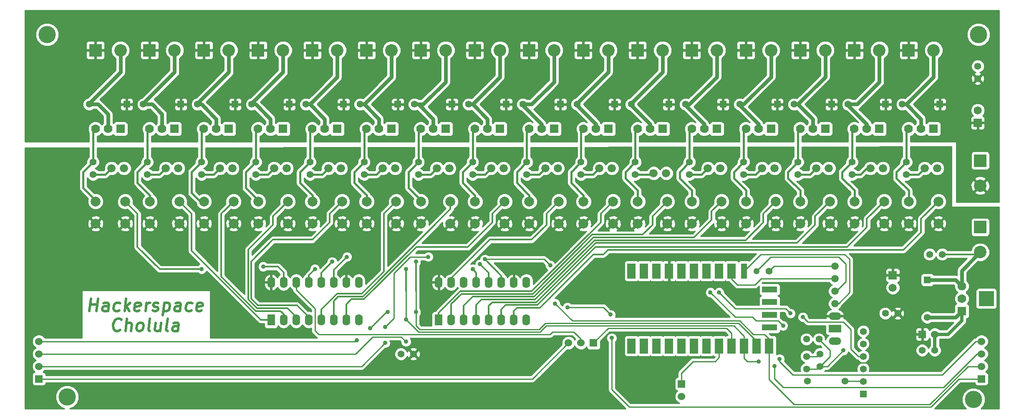
<source format=gtl>
G04 (created by PCBNEW (2013-07-07 BZR 4022)-stable) date 08/05/2015 11:05:53*
%MOIN*%
G04 Gerber Fmt 3.4, Leading zero omitted, Abs format*
%FSLAX34Y34*%
G01*
G70*
G90*
G04 APERTURE LIST*
%ADD10C,0.00590551*%
%ADD11C,0.02*%
%ADD12C,0.0787402*%
%ADD13C,0.055*%
%ADD14R,0.06X0.06*%
%ADD15C,0.06*%
%ADD16C,0.066*%
%ADD17R,0.062X0.09*%
%ADD18O,0.062X0.09*%
%ADD19R,0.055X0.055*%
%ADD20R,0.065X0.065*%
%ADD21C,0.065*%
%ADD22R,0.1X0.1*%
%ADD23C,0.1*%
%ADD24C,0.07*%
%ADD25R,0.07X0.07*%
%ADD26R,0.12X0.12*%
%ADD27R,0.067X0.12*%
%ADD28R,0.12X0.05*%
%ADD29C,0.05*%
%ADD30R,0.05X0.12*%
%ADD31O,0.1X0.0590551*%
%ADD32R,0.1X0.0590551*%
%ADD33C,0.0590551*%
%ADD34C,0.137795*%
%ADD35C,0.035*%
%ADD36C,0.03*%
%ADD37C,0.012*%
%ADD38C,0.01*%
%ADD39C,0.015*%
%ADD40C,0.027*%
G04 APERTURE END LIST*
G54D10*
G54D11*
X44981Y-54735D02*
X45106Y-53735D01*
X45046Y-54211D02*
X45617Y-54211D01*
X45552Y-54735D02*
X45677Y-53735D01*
X46457Y-54735D02*
X46522Y-54211D01*
X46487Y-54116D01*
X46397Y-54068D01*
X46207Y-54068D01*
X46106Y-54116D01*
X46463Y-54687D02*
X46362Y-54735D01*
X46123Y-54735D01*
X46034Y-54687D01*
X45998Y-54592D01*
X46010Y-54497D01*
X46070Y-54402D01*
X46171Y-54354D01*
X46409Y-54354D01*
X46510Y-54306D01*
X47367Y-54687D02*
X47266Y-54735D01*
X47076Y-54735D01*
X46987Y-54687D01*
X46945Y-54640D01*
X46909Y-54544D01*
X46945Y-54259D01*
X47004Y-54164D01*
X47058Y-54116D01*
X47159Y-54068D01*
X47350Y-54068D01*
X47439Y-54116D01*
X47790Y-54735D02*
X47915Y-53735D01*
X47933Y-54354D02*
X48171Y-54735D01*
X48254Y-54068D02*
X47826Y-54449D01*
X48987Y-54687D02*
X48885Y-54735D01*
X48695Y-54735D01*
X48606Y-54687D01*
X48570Y-54592D01*
X48617Y-54211D01*
X48677Y-54116D01*
X48778Y-54068D01*
X48969Y-54068D01*
X49058Y-54116D01*
X49094Y-54211D01*
X49082Y-54306D01*
X48594Y-54402D01*
X49457Y-54735D02*
X49540Y-54068D01*
X49516Y-54259D02*
X49576Y-54164D01*
X49629Y-54116D01*
X49731Y-54068D01*
X49826Y-54068D01*
X50034Y-54687D02*
X50123Y-54735D01*
X50314Y-54735D01*
X50415Y-54687D01*
X50475Y-54592D01*
X50481Y-54544D01*
X50445Y-54449D01*
X50356Y-54402D01*
X50213Y-54402D01*
X50123Y-54354D01*
X50088Y-54259D01*
X50094Y-54211D01*
X50153Y-54116D01*
X50254Y-54068D01*
X50397Y-54068D01*
X50487Y-54116D01*
X50969Y-54068D02*
X50844Y-55068D01*
X50963Y-54116D02*
X51064Y-54068D01*
X51254Y-54068D01*
X51344Y-54116D01*
X51385Y-54164D01*
X51421Y-54259D01*
X51385Y-54544D01*
X51326Y-54640D01*
X51272Y-54687D01*
X51171Y-54735D01*
X50981Y-54735D01*
X50891Y-54687D01*
X52219Y-54735D02*
X52284Y-54211D01*
X52248Y-54116D01*
X52159Y-54068D01*
X51969Y-54068D01*
X51867Y-54116D01*
X52225Y-54687D02*
X52123Y-54735D01*
X51885Y-54735D01*
X51796Y-54687D01*
X51760Y-54592D01*
X51772Y-54497D01*
X51832Y-54402D01*
X51933Y-54354D01*
X52171Y-54354D01*
X52272Y-54306D01*
X53129Y-54687D02*
X53028Y-54735D01*
X52838Y-54735D01*
X52748Y-54687D01*
X52707Y-54640D01*
X52671Y-54544D01*
X52707Y-54259D01*
X52766Y-54164D01*
X52820Y-54116D01*
X52921Y-54068D01*
X53112Y-54068D01*
X53201Y-54116D01*
X53939Y-54687D02*
X53838Y-54735D01*
X53647Y-54735D01*
X53558Y-54687D01*
X53522Y-54592D01*
X53570Y-54211D01*
X53629Y-54116D01*
X53731Y-54068D01*
X53921Y-54068D01*
X54010Y-54116D01*
X54046Y-54211D01*
X54034Y-54306D01*
X53546Y-54402D01*
X47445Y-56240D02*
X47391Y-56287D01*
X47242Y-56335D01*
X47147Y-56335D01*
X47010Y-56287D01*
X46927Y-56192D01*
X46891Y-56097D01*
X46867Y-55906D01*
X46885Y-55764D01*
X46957Y-55573D01*
X47016Y-55478D01*
X47123Y-55383D01*
X47272Y-55335D01*
X47367Y-55335D01*
X47504Y-55383D01*
X47546Y-55430D01*
X47862Y-56335D02*
X47987Y-55335D01*
X48290Y-56335D02*
X48356Y-55811D01*
X48320Y-55716D01*
X48231Y-55668D01*
X48088Y-55668D01*
X47987Y-55716D01*
X47933Y-55764D01*
X48909Y-56335D02*
X48820Y-56287D01*
X48778Y-56240D01*
X48742Y-56144D01*
X48778Y-55859D01*
X48838Y-55764D01*
X48891Y-55716D01*
X48992Y-55668D01*
X49135Y-55668D01*
X49225Y-55716D01*
X49266Y-55764D01*
X49302Y-55859D01*
X49266Y-56144D01*
X49207Y-56240D01*
X49153Y-56287D01*
X49052Y-56335D01*
X48909Y-56335D01*
X49814Y-56335D02*
X49725Y-56287D01*
X49689Y-56192D01*
X49796Y-55335D01*
X50707Y-55668D02*
X50623Y-56335D01*
X50278Y-55668D02*
X50213Y-56192D01*
X50248Y-56287D01*
X50338Y-56335D01*
X50481Y-56335D01*
X50582Y-56287D01*
X50635Y-56240D01*
X51242Y-56335D02*
X51153Y-56287D01*
X51117Y-56192D01*
X51225Y-55335D01*
X52052Y-56335D02*
X52117Y-55811D01*
X52082Y-55716D01*
X51992Y-55668D01*
X51802Y-55668D01*
X51701Y-55716D01*
X52058Y-56287D02*
X51957Y-56335D01*
X51719Y-56335D01*
X51629Y-56287D01*
X51594Y-56192D01*
X51606Y-56097D01*
X51665Y-56002D01*
X51766Y-55954D01*
X52004Y-55954D01*
X52106Y-55906D01*
G54D12*
X67125Y-45964D03*
X69488Y-45964D03*
X67125Y-47736D03*
X69488Y-47736D03*
X54133Y-45964D03*
X56496Y-45964D03*
X54133Y-47736D03*
X56496Y-47736D03*
X71456Y-45964D03*
X73818Y-45964D03*
X71456Y-47736D03*
X73818Y-47736D03*
X88779Y-45964D03*
X91141Y-45964D03*
X88779Y-47736D03*
X91141Y-47736D03*
X62795Y-45964D03*
X65157Y-45964D03*
X62795Y-47736D03*
X65157Y-47736D03*
X84448Y-45964D03*
X86811Y-45964D03*
X84448Y-47736D03*
X86811Y-47736D03*
X58464Y-45964D03*
X60826Y-45964D03*
X58464Y-47736D03*
X60826Y-47736D03*
X75787Y-45964D03*
X78149Y-45964D03*
X75787Y-47736D03*
X78149Y-47736D03*
X93110Y-45964D03*
X95472Y-45964D03*
X93110Y-47736D03*
X95472Y-47736D03*
X80118Y-45964D03*
X82480Y-45964D03*
X80118Y-47736D03*
X82480Y-47736D03*
X106102Y-45964D03*
X108464Y-45964D03*
X106102Y-47736D03*
X108464Y-47736D03*
X49803Y-45964D03*
X52165Y-45964D03*
X49803Y-47736D03*
X52165Y-47736D03*
X101771Y-45964D03*
X104133Y-45964D03*
X101771Y-47736D03*
X104133Y-47736D03*
X97440Y-45964D03*
X99803Y-45964D03*
X97440Y-47736D03*
X99803Y-47736D03*
X45472Y-45964D03*
X47834Y-45964D03*
X45472Y-47736D03*
X47834Y-47736D03*
X110433Y-45964D03*
X112795Y-45964D03*
X110433Y-47736D03*
X112795Y-47736D03*
G54D13*
X102338Y-60334D03*
X105338Y-60334D03*
X110236Y-43807D03*
X110236Y-42807D03*
X84251Y-43807D03*
X84251Y-42807D03*
X66929Y-43807D03*
X66929Y-42807D03*
X105905Y-43807D03*
X105905Y-42807D03*
X71259Y-43807D03*
X71259Y-42807D03*
X92913Y-43807D03*
X92913Y-42807D03*
X102255Y-56988D03*
X103255Y-56988D03*
X75590Y-43807D03*
X75590Y-42807D03*
X102263Y-58358D03*
X102263Y-59358D03*
X79921Y-43807D03*
X79921Y-42807D03*
X103346Y-59161D03*
X103346Y-58161D03*
X88582Y-43807D03*
X88582Y-42807D03*
X49606Y-43807D03*
X49606Y-42807D03*
X45275Y-43807D03*
X45275Y-42807D03*
X53937Y-43807D03*
X53937Y-42807D03*
X101574Y-43807D03*
X101574Y-42807D03*
X58267Y-43807D03*
X58267Y-42807D03*
X97244Y-43807D03*
X97244Y-42807D03*
X62598Y-43807D03*
X62598Y-42807D03*
G54D14*
X111507Y-56594D03*
G54D15*
X112507Y-56594D03*
G54D16*
X85720Y-43307D03*
X86720Y-43307D03*
X107374Y-43307D03*
X108374Y-43307D03*
X111704Y-43307D03*
X112704Y-43307D03*
X98712Y-43307D03*
X99712Y-43307D03*
X90051Y-43700D03*
X91051Y-43700D03*
X77059Y-43307D03*
X78059Y-43307D03*
X94381Y-43307D03*
X95381Y-43307D03*
X103043Y-43307D03*
X104043Y-43307D03*
X81389Y-43307D03*
X82389Y-43307D03*
X46744Y-43307D03*
X47744Y-43307D03*
X72728Y-43307D03*
X73728Y-43307D03*
X51074Y-43307D03*
X52074Y-43307D03*
X68397Y-43307D03*
X69397Y-43307D03*
X55405Y-43307D03*
X56405Y-43307D03*
X59736Y-43307D03*
X60736Y-43307D03*
X64066Y-43307D03*
X65066Y-43307D03*
G54D17*
X72877Y-55437D03*
G54D18*
X73877Y-55437D03*
X74877Y-55437D03*
X75877Y-55437D03*
X76877Y-55437D03*
X77877Y-55437D03*
X78877Y-55437D03*
X79877Y-55437D03*
X79877Y-52437D03*
X78877Y-52437D03*
X77877Y-52437D03*
X76877Y-52437D03*
X75877Y-52437D03*
X74877Y-52437D03*
X73877Y-52437D03*
X72877Y-52437D03*
G54D17*
X59492Y-55437D03*
G54D18*
X60492Y-55437D03*
X61492Y-55437D03*
X62492Y-55437D03*
X63492Y-55437D03*
X64492Y-55437D03*
X65492Y-55437D03*
X66492Y-55437D03*
X66492Y-52437D03*
X65492Y-52437D03*
X64492Y-52437D03*
X63492Y-52437D03*
X62492Y-52437D03*
X61492Y-52437D03*
X60492Y-52437D03*
X59492Y-52437D03*
G54D19*
X86933Y-38188D03*
G54D13*
X83933Y-38188D03*
G54D19*
X82602Y-38188D03*
G54D13*
X79602Y-38188D03*
G54D19*
X78271Y-38188D03*
G54D13*
X75271Y-38188D03*
G54D19*
X108586Y-38188D03*
G54D13*
X105586Y-38188D03*
G54D19*
X111909Y-52240D03*
G54D13*
X111909Y-55240D03*
G54D19*
X104255Y-38188D03*
G54D13*
X101255Y-38188D03*
G54D19*
X112917Y-38188D03*
G54D13*
X109917Y-38188D03*
G54D19*
X65279Y-38188D03*
G54D13*
X62279Y-38188D03*
G54D19*
X47956Y-38188D03*
G54D13*
X44956Y-38188D03*
G54D19*
X99925Y-38188D03*
G54D13*
X96925Y-38188D03*
G54D19*
X52287Y-38188D03*
G54D13*
X49287Y-38188D03*
G54D19*
X73940Y-38188D03*
G54D13*
X70940Y-38188D03*
G54D19*
X56618Y-38188D03*
G54D13*
X53618Y-38188D03*
G54D19*
X69610Y-38188D03*
G54D13*
X66610Y-38188D03*
G54D19*
X95594Y-38188D03*
G54D13*
X92594Y-38188D03*
G54D19*
X60948Y-38188D03*
G54D13*
X57948Y-38188D03*
G54D19*
X91263Y-38188D03*
G54D13*
X88263Y-38188D03*
G54D20*
X109153Y-51862D03*
G54D21*
X109153Y-52862D03*
G54D20*
X115944Y-39673D03*
G54D21*
X115944Y-38673D03*
G54D13*
X113098Y-50196D03*
X112098Y-50196D03*
X112507Y-57874D03*
X111507Y-57874D03*
X70874Y-58169D03*
X69874Y-58169D03*
X109555Y-54921D03*
X108555Y-54921D03*
X115944Y-36129D03*
X115944Y-35129D03*
G54D19*
X106791Y-61358D03*
G54D13*
X106791Y-60358D03*
X106791Y-59358D03*
X106791Y-58358D03*
X106791Y-57358D03*
X106791Y-56358D03*
G54D22*
X110417Y-33858D03*
G54D23*
X112417Y-33858D03*
G54D22*
X106086Y-33858D03*
G54D23*
X108086Y-33858D03*
G54D22*
X101755Y-33858D03*
G54D23*
X103755Y-33858D03*
G54D22*
X97425Y-33858D03*
G54D23*
X99425Y-33858D03*
G54D22*
X93094Y-33858D03*
G54D23*
X95094Y-33858D03*
G54D22*
X88763Y-33858D03*
G54D23*
X90763Y-33858D03*
G54D22*
X84433Y-33858D03*
G54D23*
X86433Y-33858D03*
G54D22*
X80102Y-33858D03*
G54D23*
X82102Y-33858D03*
G54D22*
X75771Y-33858D03*
G54D23*
X77771Y-33858D03*
G54D22*
X71440Y-33858D03*
G54D23*
X73440Y-33858D03*
G54D22*
X67110Y-33858D03*
G54D23*
X69110Y-33858D03*
G54D22*
X62779Y-33858D03*
G54D23*
X64779Y-33858D03*
G54D22*
X58448Y-33858D03*
G54D23*
X60448Y-33858D03*
G54D22*
X54118Y-33858D03*
G54D23*
X56118Y-33858D03*
G54D22*
X49787Y-33858D03*
G54D23*
X51787Y-33858D03*
G54D22*
X45456Y-33858D03*
G54D23*
X47456Y-33858D03*
G54D22*
X116141Y-48015D03*
G54D23*
X116141Y-50015D03*
G54D22*
X116141Y-42700D03*
G54D23*
X116141Y-44700D03*
G54D24*
X88763Y-40157D03*
X89763Y-40157D03*
G54D25*
X90763Y-40157D03*
G54D24*
X54118Y-40157D03*
X55118Y-40157D03*
G54D25*
X56118Y-40157D03*
G54D24*
X97425Y-40157D03*
X98425Y-40157D03*
G54D25*
X99425Y-40157D03*
G54D24*
X49787Y-40157D03*
X50787Y-40157D03*
G54D25*
X51787Y-40157D03*
G54D24*
X58448Y-40157D03*
X59448Y-40157D03*
G54D25*
X60448Y-40157D03*
G54D24*
X93094Y-40157D03*
X94094Y-40157D03*
G54D25*
X95094Y-40157D03*
G54D24*
X45456Y-40157D03*
X46456Y-40157D03*
G54D25*
X47456Y-40157D03*
G54D24*
X62779Y-40157D03*
X63779Y-40157D03*
G54D25*
X64779Y-40157D03*
G54D24*
X101755Y-40157D03*
X102755Y-40157D03*
G54D25*
X103755Y-40157D03*
G54D24*
X67110Y-40157D03*
X68110Y-40157D03*
G54D25*
X69110Y-40157D03*
G54D24*
X106086Y-40157D03*
X107086Y-40157D03*
G54D25*
X108086Y-40157D03*
G54D24*
X71440Y-40157D03*
X72440Y-40157D03*
G54D25*
X73440Y-40157D03*
G54D24*
X110417Y-40157D03*
X111417Y-40157D03*
G54D25*
X112417Y-40157D03*
G54D24*
X75771Y-40157D03*
X76771Y-40157D03*
G54D25*
X77771Y-40157D03*
G54D24*
X84433Y-40157D03*
X85433Y-40157D03*
G54D25*
X86433Y-40157D03*
G54D24*
X80102Y-40157D03*
X81102Y-40157D03*
G54D25*
X82102Y-40157D03*
G54D24*
X114665Y-52740D03*
X114665Y-53740D03*
G54D25*
X114665Y-54740D03*
G54D26*
X116633Y-53740D03*
G54D27*
X88283Y-57527D03*
X89283Y-57527D03*
X90283Y-57527D03*
X91283Y-57527D03*
X92283Y-57527D03*
X93283Y-57527D03*
X94283Y-57527D03*
X95283Y-57527D03*
X96283Y-57527D03*
X97283Y-57527D03*
X98283Y-57527D03*
X99283Y-57527D03*
G54D28*
X99311Y-56035D03*
X99311Y-55051D03*
X99311Y-54003D03*
X99311Y-53019D03*
G54D13*
X99283Y-51527D03*
G54D29*
X98283Y-51527D03*
G54D30*
X97283Y-51527D03*
G54D27*
X96283Y-51527D03*
X95283Y-51527D03*
X94283Y-51527D03*
X93283Y-51527D03*
X92283Y-51527D03*
X91283Y-51527D03*
X90283Y-51527D03*
X89283Y-51527D03*
X88283Y-51527D03*
G54D14*
X116240Y-60161D03*
G54D15*
X116240Y-59161D03*
X116240Y-58161D03*
X116240Y-57161D03*
G54D14*
X40944Y-60161D03*
G54D15*
X40944Y-59161D03*
X40944Y-58161D03*
X40944Y-57161D03*
G54D14*
X92273Y-60572D03*
G54D15*
X92273Y-61572D03*
G54D31*
X104527Y-57133D03*
G54D32*
X104527Y-56133D03*
G54D31*
X104527Y-55133D03*
G54D33*
X104527Y-54133D03*
X104527Y-53133D03*
X104527Y-52133D03*
X104527Y-51133D03*
G54D14*
X85251Y-57283D03*
G54D15*
X84251Y-57283D03*
X83251Y-57283D03*
G54D34*
X43200Y-61600D03*
X41600Y-32600D03*
X116000Y-32600D03*
X115600Y-61800D03*
G54D35*
X71948Y-55511D03*
X104921Y-59448D03*
X53937Y-51377D03*
X58858Y-51181D03*
X101968Y-55216D03*
X100984Y-54921D03*
X95275Y-53248D03*
X100393Y-55905D03*
X94586Y-53248D03*
X105216Y-57874D03*
X72047Y-50393D03*
X68602Y-56003D03*
X68602Y-57283D03*
X81791Y-51082D03*
X82185Y-54133D03*
X65551Y-50393D03*
X76574Y-50590D03*
X100098Y-58562D03*
X71062Y-54822D03*
X68799Y-54822D03*
X67421Y-56102D03*
X66338Y-57086D03*
X71062Y-50787D03*
X64370Y-50787D03*
X76181Y-50984D03*
X98425Y-58759D03*
X99704Y-59153D03*
X70275Y-55413D03*
X70275Y-57185D03*
X70275Y-51377D03*
X62992Y-51377D03*
X75590Y-51377D03*
X83169Y-54429D03*
X86614Y-55019D03*
X86712Y-56889D03*
G54D36*
X114665Y-52740D02*
X114665Y-51492D01*
X114665Y-51492D02*
X116141Y-50015D01*
G54D37*
X113098Y-50196D02*
X115960Y-50196D01*
X115960Y-50196D02*
X116141Y-50015D01*
G54D36*
X111909Y-52240D02*
X114165Y-52240D01*
X114165Y-52240D02*
X114665Y-52740D01*
G54D38*
X111507Y-58858D02*
X111515Y-58850D01*
X105511Y-58858D02*
X111507Y-58858D01*
X104921Y-59448D02*
X105511Y-58858D01*
X92273Y-60572D02*
X92273Y-59694D01*
X95283Y-58456D02*
X95283Y-57527D01*
X94980Y-58759D02*
X95283Y-58456D01*
X93208Y-58759D02*
X94980Y-58759D01*
X92273Y-59694D02*
X93208Y-58759D01*
G54D37*
X50590Y-51377D02*
X53937Y-51377D01*
X60492Y-52437D02*
X60492Y-51633D01*
X48818Y-46948D02*
X47834Y-45964D01*
X48818Y-49606D02*
X48818Y-46948D01*
X50590Y-51377D02*
X48818Y-49606D01*
X60039Y-51181D02*
X58858Y-51181D01*
X60492Y-51633D02*
X60039Y-51181D01*
X72877Y-55437D02*
X72877Y-54877D01*
X85826Y-46948D02*
X86811Y-45964D01*
X85826Y-47637D02*
X85826Y-46948D01*
X80314Y-53149D02*
X85826Y-47637D01*
X74606Y-53149D02*
X80314Y-53149D01*
X72877Y-54877D02*
X74606Y-53149D01*
X73877Y-55437D02*
X73877Y-54189D01*
X89960Y-47145D02*
X91141Y-45964D01*
X89960Y-47834D02*
X89960Y-47145D01*
X89173Y-48622D02*
X89960Y-47834D01*
X85153Y-48622D02*
X89173Y-48622D01*
X80406Y-53369D02*
X85153Y-48622D01*
X74697Y-53369D02*
X80406Y-53369D01*
X73877Y-54189D02*
X74697Y-53369D01*
X74877Y-55437D02*
X74877Y-54302D01*
X94685Y-46751D02*
X95472Y-45964D01*
X94685Y-47440D02*
X94685Y-46751D01*
X93283Y-48842D02*
X94685Y-47440D01*
X85244Y-48842D02*
X93283Y-48842D01*
X80497Y-53589D02*
X85244Y-48842D01*
X75590Y-53589D02*
X80497Y-53589D01*
X74877Y-54302D02*
X75590Y-53589D01*
X75877Y-55437D02*
X75877Y-54240D01*
X98818Y-46948D02*
X99803Y-45964D01*
X98818Y-47637D02*
X98818Y-46948D01*
X97394Y-49062D02*
X98818Y-47637D01*
X85335Y-49062D02*
X97394Y-49062D01*
X80588Y-53809D02*
X85335Y-49062D01*
X76308Y-53809D02*
X80588Y-53809D01*
X75877Y-54240D02*
X76308Y-53809D01*
X76877Y-55437D02*
X76877Y-54317D01*
X102952Y-47145D02*
X104133Y-45964D01*
X102952Y-47834D02*
X102952Y-47145D01*
X101505Y-49282D02*
X102952Y-47834D01*
X85427Y-49282D02*
X101505Y-49282D01*
X80679Y-54029D02*
X85427Y-49282D01*
X77165Y-54029D02*
X80679Y-54029D01*
X76877Y-54317D02*
X77165Y-54029D01*
X77877Y-55437D02*
X77877Y-54602D01*
X107086Y-47342D02*
X108464Y-45964D01*
X107086Y-48031D02*
X107086Y-47342D01*
X105511Y-49606D02*
X107086Y-48031D01*
X85413Y-49606D02*
X105511Y-49606D01*
X80770Y-54249D02*
X85413Y-49606D01*
X78230Y-54249D02*
X80770Y-54249D01*
X77877Y-54602D02*
X78230Y-54249D01*
X78877Y-55437D02*
X78877Y-54725D01*
X111417Y-47342D02*
X112795Y-45964D01*
X111417Y-48425D02*
X111417Y-47342D01*
X110016Y-49826D02*
X111417Y-48425D01*
X86394Y-49826D02*
X110016Y-49826D01*
X86023Y-50196D02*
X86394Y-49826D01*
X85236Y-50196D02*
X86023Y-50196D01*
X85039Y-50393D02*
X85236Y-50196D01*
X80963Y-54469D02*
X85039Y-50393D01*
X79133Y-54469D02*
X80963Y-54469D01*
X78877Y-54725D02*
X79133Y-54469D01*
X59492Y-55437D02*
X58669Y-55437D01*
X53149Y-46948D02*
X52165Y-45964D01*
X53149Y-49917D02*
X53149Y-46948D01*
X58669Y-55437D02*
X53149Y-49917D01*
X55511Y-46948D02*
X56496Y-45964D01*
X55511Y-51968D02*
X55511Y-46948D01*
X58267Y-54724D02*
X55511Y-51968D01*
X60236Y-54724D02*
X58267Y-54724D01*
X60492Y-54980D02*
X60236Y-54724D01*
X60492Y-55437D02*
X60492Y-54980D01*
X61492Y-55437D02*
X61492Y-55192D01*
X59645Y-47145D02*
X60826Y-45964D01*
X59645Y-47834D02*
X59645Y-47145D01*
X57677Y-49803D02*
X59645Y-47834D01*
X57677Y-53822D02*
X57677Y-49803D01*
X58358Y-54504D02*
X57677Y-53822D01*
X60803Y-54504D02*
X58358Y-54504D01*
X61492Y-55192D02*
X60803Y-54504D01*
X62492Y-55437D02*
X62492Y-55208D01*
X64173Y-46948D02*
X65157Y-45964D01*
X64173Y-47637D02*
X64173Y-46948D01*
X62795Y-49015D02*
X64173Y-47637D01*
X59645Y-49015D02*
X62795Y-49015D01*
X57897Y-50764D02*
X59645Y-49015D01*
X57897Y-53731D02*
X57897Y-50764D01*
X58449Y-54284D02*
X57897Y-53731D01*
X61567Y-54284D02*
X58449Y-54284D01*
X62492Y-55208D02*
X61567Y-54284D01*
X63492Y-55437D02*
X63492Y-54618D01*
X68503Y-46948D02*
X69488Y-45964D01*
X68503Y-51574D02*
X68503Y-46948D01*
X66732Y-53346D02*
X68503Y-51574D01*
X64763Y-53346D02*
X66732Y-53346D01*
X63492Y-54618D02*
X64763Y-53346D01*
X64492Y-54527D02*
X64492Y-53929D01*
X64854Y-53566D02*
X65354Y-53566D01*
X64492Y-53929D02*
X64854Y-53566D01*
X64492Y-55437D02*
X64492Y-54527D01*
X73818Y-46570D02*
X73818Y-45964D01*
X65354Y-53566D02*
X66823Y-53566D01*
X66823Y-53566D02*
X73818Y-46570D01*
X65492Y-55437D02*
X65492Y-54192D01*
X66914Y-53786D02*
X66978Y-53722D01*
X65898Y-53786D02*
X66914Y-53786D01*
X65492Y-54192D02*
X65898Y-53786D01*
X77165Y-46948D02*
X78149Y-45964D01*
X77165Y-47637D02*
X77165Y-46948D01*
X75196Y-49606D02*
X77165Y-47637D01*
X71094Y-49606D02*
X75196Y-49606D01*
X66978Y-53722D02*
X71094Y-49606D01*
X73877Y-52437D02*
X73877Y-52106D01*
X81496Y-46948D02*
X82480Y-45964D01*
X81496Y-47834D02*
X81496Y-46948D01*
X80314Y-49015D02*
X81496Y-47834D01*
X76968Y-49015D02*
X80314Y-49015D01*
X73877Y-52106D02*
X76968Y-49015D01*
G54D38*
X106389Y-58358D02*
X106791Y-58358D01*
X105807Y-57775D02*
X106389Y-58358D01*
X105807Y-56200D02*
X105807Y-57775D01*
X105216Y-55610D02*
X105807Y-56200D01*
X102362Y-55610D02*
X105216Y-55610D01*
X101968Y-55216D02*
X102362Y-55610D01*
X100590Y-54527D02*
X100984Y-54921D01*
X96555Y-54527D02*
X100590Y-54527D01*
X95275Y-53248D02*
X96555Y-54527D01*
X102263Y-58358D02*
X103149Y-58358D01*
X103149Y-58358D02*
X103346Y-58161D01*
X100000Y-55511D02*
X100393Y-55905D01*
X98228Y-55511D02*
X100000Y-55511D01*
X97933Y-55216D02*
X98228Y-55511D01*
X96555Y-55216D02*
X97933Y-55216D01*
X94586Y-53248D02*
X96555Y-55216D01*
G54D39*
X53937Y-42807D02*
X53937Y-40338D01*
X53937Y-40338D02*
X54118Y-40157D01*
X54133Y-45964D02*
X53838Y-45964D01*
X53149Y-43594D02*
X53937Y-42807D01*
X53149Y-45275D02*
X53149Y-43594D01*
X53838Y-45964D02*
X53149Y-45275D01*
X71259Y-43807D02*
X72228Y-43807D01*
X72228Y-43807D02*
X72728Y-43307D01*
X71259Y-42807D02*
X71259Y-40338D01*
X71259Y-40338D02*
X71440Y-40157D01*
X71456Y-45964D02*
X71456Y-45866D01*
X70472Y-43594D02*
X71259Y-42807D01*
X70472Y-44881D02*
X70472Y-43594D01*
X71456Y-45866D02*
X70472Y-44881D01*
X75590Y-43807D02*
X76559Y-43807D01*
X76559Y-43807D02*
X77059Y-43307D01*
X75590Y-42807D02*
X75590Y-40338D01*
X75590Y-40338D02*
X75771Y-40157D01*
X75787Y-45964D02*
X75787Y-45472D01*
X74803Y-43594D02*
X75590Y-42807D01*
X74803Y-44488D02*
X74803Y-43594D01*
X75787Y-45472D02*
X74803Y-44488D01*
X66929Y-42807D02*
X66929Y-40338D01*
X66929Y-40338D02*
X67110Y-40157D01*
X67125Y-45964D02*
X67125Y-45472D01*
X66141Y-43594D02*
X66929Y-42807D01*
X66141Y-44488D02*
X66141Y-43594D01*
X67125Y-45472D02*
X66141Y-44488D01*
X58267Y-42807D02*
X58267Y-40338D01*
X58267Y-40338D02*
X58448Y-40157D01*
X58464Y-45964D02*
X58464Y-45866D01*
X57480Y-43594D02*
X58267Y-42807D01*
X57480Y-44881D02*
X57480Y-43594D01*
X58464Y-45866D02*
X57480Y-44881D01*
X62598Y-43807D02*
X63566Y-43807D01*
X63566Y-43807D02*
X64066Y-43307D01*
X66929Y-43807D02*
X67897Y-43807D01*
X67897Y-43807D02*
X68397Y-43307D01*
G54D40*
X112507Y-57874D02*
X112507Y-56594D01*
X114665Y-54740D02*
X114665Y-55511D01*
X113582Y-56594D02*
X112507Y-56594D01*
X114665Y-55511D02*
X113582Y-56594D01*
G54D36*
X111909Y-55240D02*
X114165Y-55240D01*
X114165Y-55240D02*
X114665Y-54740D01*
G54D38*
X84251Y-57283D02*
X84251Y-56988D01*
X61492Y-53027D02*
X61492Y-52437D01*
X62992Y-54527D02*
X61492Y-53027D01*
X62992Y-56299D02*
X62992Y-54527D01*
X63290Y-56597D02*
X62992Y-56299D01*
X81788Y-56597D02*
X63290Y-56597D01*
X81988Y-56397D02*
X81788Y-56597D01*
X83661Y-56397D02*
X81988Y-56397D01*
X84251Y-56988D02*
X83661Y-56397D01*
X105338Y-60334D02*
X106767Y-60334D01*
X106767Y-60334D02*
X106791Y-60358D01*
X103346Y-59161D02*
X103929Y-59161D01*
X103929Y-59161D02*
X105216Y-57874D01*
X103255Y-56988D02*
X103255Y-56996D01*
X104133Y-58374D02*
X103346Y-59161D01*
X104133Y-57874D02*
X104133Y-58374D01*
X103255Y-56996D02*
X104133Y-57874D01*
X102263Y-59358D02*
X103149Y-59358D01*
X103149Y-59358D02*
X103346Y-59161D01*
G54D39*
X45275Y-43807D02*
X46244Y-43807D01*
X46244Y-43807D02*
X46744Y-43307D01*
X45275Y-42807D02*
X45275Y-40338D01*
X45275Y-40338D02*
X45456Y-40157D01*
X45472Y-45964D02*
X45472Y-45866D01*
X44488Y-43594D02*
X45275Y-42807D01*
X44488Y-44881D02*
X44488Y-43594D01*
X45472Y-45866D02*
X44488Y-44881D01*
X58267Y-43807D02*
X59236Y-43807D01*
X59236Y-43807D02*
X59736Y-43307D01*
X62598Y-42807D02*
X62598Y-40338D01*
X62598Y-40338D02*
X62779Y-40157D01*
X62795Y-45964D02*
X62795Y-45472D01*
X61811Y-43594D02*
X62598Y-42807D01*
X61811Y-44488D02*
X61811Y-43594D01*
X62795Y-45472D02*
X61811Y-44488D01*
X88582Y-43807D02*
X89944Y-43807D01*
X89944Y-43807D02*
X90051Y-43700D01*
X88582Y-42807D02*
X88582Y-40338D01*
X88582Y-40338D02*
X88763Y-40157D01*
X88779Y-45964D02*
X88779Y-45078D01*
X87795Y-43594D02*
X88582Y-42807D01*
X87795Y-44094D02*
X87795Y-43594D01*
X88779Y-45078D02*
X87795Y-44094D01*
X53937Y-43807D02*
X54905Y-43807D01*
X54905Y-43807D02*
X55405Y-43307D01*
X92913Y-42807D02*
X92913Y-40338D01*
X92913Y-40338D02*
X93094Y-40157D01*
X93110Y-45964D02*
X93110Y-45078D01*
X92125Y-43594D02*
X92913Y-42807D01*
X92125Y-44094D02*
X92125Y-43594D01*
X93110Y-45078D02*
X92125Y-44094D01*
X92913Y-43807D02*
X93881Y-43807D01*
X93881Y-43807D02*
X94381Y-43307D01*
X79921Y-43807D02*
X80889Y-43807D01*
X80889Y-43807D02*
X81389Y-43307D01*
X79921Y-42807D02*
X79921Y-40338D01*
X79921Y-40338D02*
X80102Y-40157D01*
X80118Y-45964D02*
X80118Y-45472D01*
X79133Y-43594D02*
X79921Y-42807D01*
X79133Y-44488D02*
X79133Y-43594D01*
X80118Y-45472D02*
X79133Y-44488D01*
X84251Y-43807D02*
X85220Y-43807D01*
X85220Y-43807D02*
X85720Y-43307D01*
X84251Y-42807D02*
X84251Y-40338D01*
X84251Y-40338D02*
X84433Y-40157D01*
X84448Y-45964D02*
X84448Y-45472D01*
X83464Y-43594D02*
X84251Y-42807D01*
X83464Y-44488D02*
X83464Y-43594D01*
X84448Y-45472D02*
X83464Y-44488D01*
X105905Y-43807D02*
X106586Y-43807D01*
X107086Y-43307D02*
X107374Y-43307D01*
X106586Y-43807D02*
X107086Y-43307D01*
X105905Y-42807D02*
X105905Y-40338D01*
X105905Y-40338D02*
X106086Y-40157D01*
X106102Y-45964D02*
X106102Y-45078D01*
X105118Y-43594D02*
X105905Y-42807D01*
X105118Y-44094D02*
X105118Y-43594D01*
X106102Y-45078D02*
X105118Y-44094D01*
X110236Y-43807D02*
X111204Y-43807D01*
X111204Y-43807D02*
X111704Y-43307D01*
X110236Y-42807D02*
X110236Y-40338D01*
X110236Y-40338D02*
X110417Y-40157D01*
X110433Y-45964D02*
X110433Y-45078D01*
X109448Y-43594D02*
X110236Y-42807D01*
X109448Y-44094D02*
X109448Y-43594D01*
X110433Y-45078D02*
X109448Y-44094D01*
X49606Y-43807D02*
X50574Y-43807D01*
X50574Y-43807D02*
X51074Y-43307D01*
X97244Y-42807D02*
X97244Y-40338D01*
X97244Y-40338D02*
X97425Y-40157D01*
X97440Y-45964D02*
X97440Y-45078D01*
X96456Y-43594D02*
X97244Y-42807D01*
X96456Y-44094D02*
X96456Y-43594D01*
X97440Y-45078D02*
X96456Y-44094D01*
X97244Y-43807D02*
X98212Y-43807D01*
X98212Y-43807D02*
X98712Y-43307D01*
X101574Y-43807D02*
X102543Y-43807D01*
X102543Y-43807D02*
X103043Y-43307D01*
X101574Y-42807D02*
X101574Y-40338D01*
X101574Y-40338D02*
X101755Y-40157D01*
X101771Y-45964D02*
X101771Y-45078D01*
X100787Y-43594D02*
X101574Y-42807D01*
X100787Y-44094D02*
X100787Y-43594D01*
X101771Y-45078D02*
X100787Y-44094D01*
X49803Y-45964D02*
X49803Y-45472D01*
X48818Y-43594D02*
X49606Y-42807D01*
X48818Y-44488D02*
X48818Y-43594D01*
X49803Y-45472D02*
X48818Y-44488D01*
X49606Y-42807D02*
X49606Y-40338D01*
X49606Y-40338D02*
X49787Y-40157D01*
G54D36*
X44956Y-38188D02*
X45669Y-38188D01*
X46456Y-38976D02*
X46456Y-40157D01*
X45669Y-38188D02*
X46456Y-38976D01*
X44956Y-38188D02*
X44956Y-38114D01*
X47456Y-35614D02*
X47456Y-33858D01*
X44956Y-38114D02*
X47456Y-35614D01*
X83933Y-38188D02*
X83933Y-38114D01*
X86433Y-35614D02*
X86433Y-33858D01*
X83933Y-38114D02*
X86433Y-35614D01*
X83933Y-38188D02*
X83933Y-38263D01*
X85433Y-39763D02*
X85433Y-40157D01*
X83933Y-38263D02*
X85433Y-39763D01*
X88263Y-38188D02*
X88263Y-38114D01*
X90763Y-35614D02*
X90763Y-33858D01*
X88263Y-38114D02*
X90763Y-35614D01*
X88263Y-38188D02*
X88263Y-38263D01*
X89763Y-39763D02*
X89763Y-40157D01*
X88263Y-38263D02*
X89763Y-39763D01*
X92594Y-38188D02*
X92913Y-38188D01*
X95094Y-36007D02*
X95094Y-33858D01*
X92913Y-38188D02*
X95094Y-36007D01*
X92594Y-38188D02*
X92594Y-38263D01*
X94094Y-39763D02*
X94094Y-40157D01*
X92594Y-38263D02*
X94094Y-39763D01*
X96925Y-38188D02*
X97244Y-38188D01*
X99425Y-36007D02*
X99425Y-33858D01*
X97244Y-38188D02*
X99425Y-36007D01*
X96925Y-38188D02*
X96925Y-38263D01*
X98425Y-39763D02*
X98425Y-40157D01*
X96925Y-38263D02*
X98425Y-39763D01*
X101255Y-38188D02*
X101574Y-38188D01*
X101574Y-38188D02*
X103755Y-36007D01*
X103755Y-36007D02*
X103755Y-33858D01*
X102755Y-39370D02*
X102755Y-40157D01*
X101574Y-38188D02*
X102755Y-39370D01*
X105586Y-38188D02*
X106299Y-38188D01*
X108086Y-36401D02*
X108086Y-33858D01*
X106299Y-38188D02*
X108086Y-36401D01*
X105586Y-38188D02*
X105586Y-38263D01*
X107086Y-39763D02*
X107086Y-40157D01*
X105586Y-38263D02*
X107086Y-39763D01*
X109917Y-38188D02*
X110236Y-38188D01*
X110236Y-38188D02*
X112417Y-36007D01*
X112417Y-36007D02*
X112417Y-33858D01*
X111417Y-39370D02*
X111417Y-40157D01*
X110236Y-38188D02*
X111417Y-39370D01*
X49287Y-38188D02*
X49287Y-38114D01*
X51787Y-35614D02*
X51787Y-33858D01*
X49287Y-38114D02*
X51787Y-35614D01*
X50787Y-40157D02*
X50787Y-38976D01*
X50000Y-38188D02*
X49287Y-38188D01*
X50787Y-38976D02*
X50000Y-38188D01*
X53618Y-38188D02*
X53937Y-38188D01*
X55118Y-39370D02*
X55118Y-40157D01*
X53937Y-38188D02*
X55118Y-39370D01*
X53618Y-38188D02*
X53618Y-38114D01*
X56118Y-35614D02*
X56118Y-33858D01*
X53618Y-38114D02*
X56118Y-35614D01*
X57948Y-38188D02*
X57948Y-38114D01*
X60448Y-35614D02*
X60448Y-33858D01*
X57948Y-38114D02*
X60448Y-35614D01*
X57948Y-38188D02*
X58267Y-38188D01*
X59448Y-39370D02*
X59448Y-40157D01*
X58267Y-38188D02*
X59448Y-39370D01*
X62279Y-38188D02*
X62598Y-38188D01*
X62598Y-38188D02*
X64779Y-36007D01*
X64779Y-36007D02*
X64779Y-33858D01*
X63779Y-39370D02*
X63779Y-40157D01*
X62598Y-38188D02*
X63779Y-39370D01*
X66610Y-38188D02*
X66929Y-38188D01*
X66929Y-38188D02*
X69110Y-36007D01*
X69110Y-36007D02*
X69110Y-33858D01*
X68110Y-39370D02*
X68110Y-40157D01*
X66929Y-38188D02*
X68110Y-39370D01*
X70940Y-38188D02*
X71653Y-38188D01*
X73440Y-36401D02*
X73440Y-33858D01*
X71653Y-38188D02*
X73440Y-36401D01*
X70940Y-38188D02*
X71259Y-38188D01*
X72440Y-39370D02*
X72440Y-40157D01*
X71259Y-38188D02*
X72440Y-39370D01*
X75271Y-38188D02*
X75590Y-38188D01*
X75590Y-38188D02*
X77771Y-36007D01*
X77771Y-36007D02*
X77771Y-33858D01*
X76771Y-39370D02*
X76771Y-40157D01*
X75590Y-38188D02*
X76771Y-39370D01*
X79602Y-38188D02*
X80314Y-38188D01*
X82102Y-36401D02*
X82102Y-33858D01*
X80314Y-38188D02*
X82102Y-36401D01*
X79602Y-38188D02*
X79602Y-38263D01*
X81102Y-39763D02*
X81102Y-40157D01*
X79602Y-38263D02*
X81102Y-39763D01*
G54D38*
X104527Y-51133D02*
X99677Y-51133D01*
X99677Y-51133D02*
X99283Y-51527D01*
X104527Y-54133D02*
X104822Y-54133D01*
X98617Y-50193D02*
X97283Y-51527D01*
X105311Y-50193D02*
X98617Y-50193D01*
X105708Y-50590D02*
X105311Y-50193D01*
X105708Y-53248D02*
X105708Y-50590D01*
X104822Y-54133D02*
X105708Y-53248D01*
X104527Y-53133D02*
X104641Y-53133D01*
X99417Y-50393D02*
X98283Y-51527D01*
X104822Y-50393D02*
X99417Y-50393D01*
X105413Y-50984D02*
X104822Y-50393D01*
X105413Y-52362D02*
X105413Y-50984D01*
X104641Y-53133D02*
X105413Y-52362D01*
X104527Y-52133D02*
X98653Y-52133D01*
X96283Y-52188D02*
X96283Y-51527D01*
X96751Y-52657D02*
X96283Y-52188D01*
X98129Y-52657D02*
X96751Y-52657D01*
X98653Y-52133D02*
X98129Y-52657D01*
X116240Y-59161D02*
X115162Y-59161D01*
X99283Y-60208D02*
X99283Y-57527D01*
X101276Y-62201D02*
X99283Y-60208D01*
X112121Y-62201D02*
X101276Y-62201D01*
X115162Y-59161D02*
X112121Y-62201D01*
X40944Y-59161D02*
X66724Y-59161D01*
X70604Y-50393D02*
X72047Y-50393D01*
X69291Y-51706D02*
X70604Y-50393D01*
X69291Y-55314D02*
X69291Y-51706D01*
X68602Y-56003D02*
X69291Y-55314D01*
X66724Y-59161D02*
X68602Y-57283D01*
X99283Y-57527D02*
X99283Y-56960D01*
X81299Y-50590D02*
X76574Y-50590D01*
X81791Y-51082D02*
X81299Y-50590D01*
X83559Y-55508D02*
X82185Y-54133D01*
X96933Y-55508D02*
X83559Y-55508D01*
X98019Y-56594D02*
X96933Y-55508D01*
X98917Y-56594D02*
X98019Y-56594D01*
X99283Y-56960D02*
X98917Y-56594D01*
G54D37*
X77877Y-52437D02*
X77877Y-51893D01*
X64492Y-51452D02*
X64492Y-52437D01*
X65551Y-50393D02*
X64492Y-51452D01*
X77877Y-51893D02*
X76574Y-50590D01*
G54D38*
X96283Y-57527D02*
X96283Y-56519D01*
X86426Y-56108D02*
X85251Y-57283D01*
X95872Y-56108D02*
X86426Y-56108D01*
X96283Y-56519D02*
X95872Y-56108D01*
X57653Y-60161D02*
X80374Y-60161D01*
X80374Y-60161D02*
X83251Y-57283D01*
X57653Y-60161D02*
X40944Y-60161D01*
X115771Y-57161D02*
X113090Y-59842D01*
X113090Y-59842D02*
X101181Y-59842D01*
X101181Y-59842D02*
X100098Y-58759D01*
X100098Y-58759D02*
X100098Y-58562D01*
X116240Y-57161D02*
X115771Y-57161D01*
X40944Y-57161D02*
X66263Y-57161D01*
X68700Y-54822D02*
X68799Y-54822D01*
X67421Y-56102D02*
X68700Y-54822D01*
X66263Y-57161D02*
X66338Y-57086D01*
X80807Y-56197D02*
X80908Y-56197D01*
X80908Y-56197D02*
X81397Y-55708D01*
X96850Y-55708D02*
X97339Y-56197D01*
X81397Y-55708D02*
X96850Y-55708D01*
X71062Y-53149D02*
X71062Y-54822D01*
X71062Y-54822D02*
X71062Y-55905D01*
X71062Y-55905D02*
X71355Y-56197D01*
X71355Y-56197D02*
X80807Y-56197D01*
X97339Y-56197D02*
X98283Y-57141D01*
X98283Y-57141D02*
X98283Y-57527D01*
G54D37*
X71062Y-50787D02*
X71062Y-53051D01*
X71062Y-53051D02*
X71062Y-53149D01*
X76877Y-52437D02*
X76877Y-51681D01*
X63492Y-51665D02*
X63492Y-52437D01*
X64370Y-50787D02*
X63492Y-51665D01*
X76877Y-51681D02*
X76181Y-50984D01*
G54D38*
X116240Y-58161D02*
X115879Y-58161D01*
X97283Y-58503D02*
X97283Y-57527D01*
X97539Y-58759D02*
X97283Y-58503D01*
X98425Y-58759D02*
X97539Y-58759D01*
X99704Y-60137D02*
X99704Y-59153D01*
X100393Y-60826D02*
X99704Y-60137D01*
X113213Y-60826D02*
X100393Y-60826D01*
X115879Y-58161D02*
X113213Y-60826D01*
X40944Y-58161D02*
X66248Y-58161D01*
X69888Y-56797D02*
X70275Y-57185D01*
X67611Y-56797D02*
X69888Y-56797D01*
X66248Y-58161D02*
X67611Y-56797D01*
X81003Y-56397D02*
X81003Y-56385D01*
X96459Y-55908D02*
X97047Y-56496D01*
X81480Y-55908D02*
X96459Y-55908D01*
X81003Y-56385D02*
X81480Y-55908D01*
X97283Y-57527D02*
X97283Y-56732D01*
X97283Y-56732D02*
X97047Y-56496D01*
X81003Y-56397D02*
X71259Y-56397D01*
X71259Y-56397D02*
X70275Y-55413D01*
X70275Y-55413D02*
X70275Y-53149D01*
G54D37*
X70275Y-53051D02*
X70275Y-51377D01*
X70275Y-53051D02*
X70275Y-53149D01*
X75877Y-52437D02*
X75877Y-51665D01*
X62492Y-51877D02*
X62492Y-52437D01*
X62992Y-51377D02*
X62492Y-51877D01*
X75877Y-51665D02*
X75590Y-51377D01*
G54D38*
X116240Y-60161D02*
X114444Y-60161D01*
X86023Y-54429D02*
X83169Y-54429D01*
X86614Y-55019D02*
X86023Y-54429D01*
X86712Y-61023D02*
X86712Y-56889D01*
X88090Y-62401D02*
X86712Y-61023D01*
X112204Y-62401D02*
X88090Y-62401D01*
X114444Y-60161D02*
X112204Y-62401D01*
G54D10*
G36*
X117643Y-46012D02*
X116939Y-46012D01*
X116939Y-32414D01*
X116796Y-32068D01*
X116532Y-31804D01*
X116187Y-31661D01*
X115814Y-31660D01*
X115468Y-31803D01*
X115204Y-32067D01*
X115061Y-32412D01*
X115060Y-32785D01*
X115203Y-33131D01*
X115467Y-33395D01*
X115812Y-33538D01*
X116185Y-33539D01*
X116531Y-33396D01*
X116795Y-33132D01*
X116938Y-32787D01*
X116939Y-32414D01*
X116939Y-46012D01*
X116895Y-46012D01*
X116895Y-44830D01*
X116891Y-44692D01*
X116891Y-43151D01*
X116891Y-42151D01*
X116853Y-42059D01*
X116783Y-41988D01*
X116691Y-41950D01*
X116592Y-41950D01*
X116519Y-41950D01*
X116519Y-38559D01*
X116474Y-38449D01*
X116474Y-36205D01*
X116469Y-36117D01*
X116469Y-35025D01*
X116390Y-34832D01*
X116242Y-34685D01*
X116049Y-34605D01*
X115840Y-34604D01*
X115647Y-34684D01*
X115500Y-34832D01*
X115419Y-35025D01*
X115419Y-35233D01*
X115499Y-35426D01*
X115647Y-35574D01*
X115773Y-35627D01*
X115672Y-35669D01*
X115647Y-35762D01*
X115944Y-36059D01*
X116241Y-35762D01*
X116217Y-35669D01*
X116107Y-35630D01*
X116241Y-35575D01*
X116389Y-35427D01*
X116469Y-35234D01*
X116469Y-35025D01*
X116469Y-36117D01*
X116463Y-35997D01*
X116405Y-35857D01*
X116312Y-35832D01*
X116015Y-36129D01*
X116312Y-36427D01*
X116405Y-36402D01*
X116474Y-36205D01*
X116474Y-38449D01*
X116432Y-38347D01*
X116271Y-38186D01*
X116241Y-38173D01*
X116241Y-36497D01*
X115944Y-36200D01*
X115874Y-36271D01*
X115874Y-36129D01*
X115577Y-35832D01*
X115484Y-35857D01*
X115414Y-36054D01*
X115426Y-36262D01*
X115484Y-36402D01*
X115577Y-36427D01*
X115874Y-36129D01*
X115874Y-36271D01*
X115647Y-36497D01*
X115672Y-36590D01*
X115869Y-36659D01*
X116077Y-36648D01*
X116217Y-36590D01*
X116241Y-36497D01*
X116241Y-38173D01*
X116059Y-38098D01*
X115831Y-38098D01*
X115619Y-38185D01*
X115457Y-38347D01*
X115369Y-38558D01*
X115369Y-38787D01*
X115457Y-38998D01*
X115560Y-39102D01*
X115478Y-39136D01*
X115407Y-39206D01*
X115369Y-39298D01*
X115369Y-39560D01*
X115432Y-39623D01*
X115894Y-39623D01*
X115894Y-39615D01*
X115994Y-39615D01*
X115994Y-39623D01*
X116457Y-39623D01*
X116519Y-39560D01*
X116519Y-39298D01*
X116481Y-39206D01*
X116411Y-39136D01*
X116329Y-39102D01*
X116432Y-38999D01*
X116519Y-38788D01*
X116519Y-38559D01*
X116519Y-41950D01*
X116519Y-41950D01*
X116519Y-40047D01*
X116519Y-39785D01*
X116457Y-39723D01*
X115994Y-39723D01*
X115994Y-40185D01*
X116057Y-40248D01*
X116220Y-40248D01*
X116319Y-40248D01*
X116411Y-40210D01*
X116481Y-40139D01*
X116519Y-40047D01*
X116519Y-41950D01*
X115894Y-41950D01*
X115894Y-40185D01*
X115894Y-39723D01*
X115432Y-39723D01*
X115369Y-39785D01*
X115369Y-40047D01*
X115407Y-40139D01*
X115478Y-40210D01*
X115569Y-40248D01*
X115669Y-40248D01*
X115832Y-40248D01*
X115894Y-40185D01*
X115894Y-41950D01*
X115592Y-41950D01*
X115500Y-41988D01*
X115429Y-42058D01*
X115391Y-42150D01*
X115391Y-42250D01*
X115391Y-43250D01*
X115429Y-43342D01*
X115499Y-43412D01*
X115591Y-43450D01*
X115691Y-43450D01*
X116691Y-43450D01*
X116783Y-43412D01*
X116853Y-43342D01*
X116891Y-43250D01*
X116891Y-43151D01*
X116891Y-44692D01*
X116887Y-44532D01*
X116788Y-44292D01*
X116672Y-44240D01*
X116601Y-44311D01*
X116601Y-44170D01*
X116549Y-44054D01*
X116271Y-43947D01*
X115972Y-43954D01*
X115733Y-44054D01*
X115681Y-44170D01*
X116141Y-44630D01*
X116601Y-44170D01*
X116601Y-44311D01*
X116212Y-44700D01*
X116672Y-45160D01*
X116788Y-45108D01*
X116895Y-44830D01*
X116895Y-46012D01*
X116601Y-46012D01*
X116601Y-45231D01*
X116141Y-44771D01*
X116071Y-44842D01*
X116071Y-44700D01*
X115611Y-44240D01*
X115495Y-44292D01*
X115388Y-44571D01*
X115395Y-44869D01*
X115495Y-45108D01*
X115611Y-45160D01*
X116071Y-44700D01*
X116071Y-44842D01*
X115681Y-45231D01*
X115733Y-45347D01*
X116012Y-45454D01*
X116310Y-45446D01*
X116549Y-45347D01*
X116601Y-45231D01*
X116601Y-46012D01*
X114223Y-46012D01*
X114223Y-41190D01*
X113442Y-41190D01*
X113442Y-38414D01*
X113442Y-37963D01*
X113442Y-37864D01*
X113404Y-37772D01*
X113333Y-37701D01*
X113241Y-37663D01*
X113029Y-37663D01*
X112967Y-37726D01*
X112967Y-38138D01*
X113379Y-38138D01*
X113442Y-38076D01*
X113442Y-37963D01*
X113442Y-38414D01*
X113442Y-38301D01*
X113379Y-38238D01*
X112967Y-38238D01*
X112967Y-38651D01*
X113029Y-38713D01*
X113241Y-38714D01*
X113333Y-38676D01*
X113404Y-38605D01*
X113442Y-38513D01*
X113442Y-38414D01*
X113442Y-41190D01*
X110561Y-41190D01*
X110561Y-40747D01*
X110756Y-40666D01*
X110917Y-40506D01*
X111077Y-40665D01*
X111297Y-40757D01*
X111536Y-40757D01*
X111756Y-40666D01*
X111831Y-40591D01*
X111855Y-40648D01*
X111925Y-40719D01*
X112017Y-40757D01*
X112116Y-40757D01*
X112816Y-40757D01*
X112908Y-40719D01*
X112979Y-40649D01*
X113017Y-40557D01*
X113017Y-40457D01*
X113017Y-39757D01*
X112979Y-39666D01*
X112909Y-39595D01*
X112867Y-39578D01*
X112867Y-38651D01*
X112867Y-38238D01*
X112867Y-38138D01*
X112867Y-37726D01*
X112804Y-37663D01*
X112592Y-37663D01*
X112500Y-37701D01*
X112430Y-37772D01*
X112392Y-37864D01*
X112392Y-37963D01*
X112392Y-38076D01*
X112454Y-38138D01*
X112867Y-38138D01*
X112867Y-38238D01*
X112454Y-38238D01*
X112392Y-38301D01*
X112392Y-38414D01*
X112392Y-38513D01*
X112430Y-38605D01*
X112500Y-38676D01*
X112592Y-38714D01*
X112804Y-38713D01*
X112867Y-38651D01*
X112867Y-39578D01*
X112817Y-39557D01*
X112717Y-39557D01*
X112017Y-39557D01*
X111925Y-39595D01*
X111855Y-39665D01*
X111831Y-39723D01*
X111817Y-39708D01*
X111817Y-39370D01*
X111786Y-39217D01*
X111786Y-39217D01*
X111758Y-39173D01*
X111700Y-39087D01*
X111700Y-39087D01*
X110801Y-38188D01*
X112700Y-36290D01*
X112700Y-36290D01*
X112786Y-36160D01*
X112786Y-36160D01*
X112791Y-36135D01*
X112817Y-36007D01*
X112817Y-36007D01*
X112817Y-34504D01*
X112841Y-34494D01*
X113052Y-34283D01*
X113167Y-34008D01*
X113167Y-33709D01*
X113053Y-33433D01*
X112842Y-33222D01*
X112567Y-33108D01*
X112268Y-33108D01*
X111993Y-33222D01*
X111781Y-33432D01*
X111667Y-33708D01*
X111667Y-34006D01*
X111781Y-34282D01*
X111991Y-34493D01*
X112017Y-34504D01*
X112017Y-35842D01*
X111167Y-36692D01*
X111167Y-34308D01*
X111167Y-33407D01*
X111167Y-33308D01*
X111129Y-33216D01*
X111058Y-33146D01*
X110966Y-33108D01*
X110529Y-33108D01*
X110467Y-33170D01*
X110467Y-33808D01*
X111104Y-33808D01*
X111167Y-33745D01*
X111167Y-33407D01*
X111167Y-34308D01*
X111167Y-33970D01*
X111104Y-33908D01*
X110467Y-33908D01*
X110467Y-34545D01*
X110529Y-34608D01*
X110966Y-34608D01*
X111058Y-34570D01*
X111129Y-34500D01*
X111167Y-34408D01*
X111167Y-34308D01*
X111167Y-36692D01*
X110367Y-37492D01*
X110367Y-34545D01*
X110367Y-33908D01*
X110367Y-33808D01*
X110367Y-33170D01*
X110304Y-33108D01*
X109867Y-33108D01*
X109775Y-33146D01*
X109705Y-33216D01*
X109667Y-33308D01*
X109667Y-33407D01*
X109667Y-33745D01*
X109729Y-33808D01*
X110367Y-33808D01*
X110367Y-33908D01*
X109729Y-33908D01*
X109667Y-33970D01*
X109667Y-34308D01*
X109667Y-34408D01*
X109705Y-34500D01*
X109775Y-34570D01*
X109867Y-34608D01*
X110304Y-34608D01*
X110367Y-34545D01*
X110367Y-37492D01*
X110144Y-37714D01*
X110022Y-37664D01*
X109813Y-37663D01*
X109620Y-37743D01*
X109472Y-37891D01*
X109392Y-38084D01*
X109392Y-38292D01*
X109471Y-38485D01*
X109619Y-38633D01*
X109812Y-38713D01*
X110021Y-38714D01*
X110144Y-38663D01*
X111017Y-39535D01*
X111017Y-39708D01*
X110917Y-39808D01*
X110757Y-39649D01*
X110537Y-39557D01*
X110298Y-39557D01*
X110077Y-39648D01*
X109908Y-39817D01*
X109817Y-40037D01*
X109817Y-40276D01*
X109908Y-40496D01*
X109911Y-40499D01*
X109911Y-41190D01*
X109111Y-41190D01*
X109111Y-38414D01*
X109111Y-37963D01*
X109111Y-37864D01*
X109073Y-37772D01*
X109003Y-37701D01*
X108911Y-37663D01*
X108699Y-37663D01*
X108636Y-37726D01*
X108636Y-38138D01*
X109049Y-38138D01*
X109111Y-38076D01*
X109111Y-37963D01*
X109111Y-38414D01*
X109111Y-38301D01*
X109049Y-38238D01*
X108636Y-38238D01*
X108636Y-38651D01*
X108699Y-38713D01*
X108911Y-38714D01*
X109003Y-38676D01*
X109073Y-38605D01*
X109111Y-38513D01*
X109111Y-38414D01*
X109111Y-41190D01*
X106230Y-41190D01*
X106230Y-40747D01*
X106426Y-40666D01*
X106586Y-40506D01*
X106746Y-40665D01*
X106966Y-40757D01*
X107205Y-40757D01*
X107426Y-40666D01*
X107500Y-40591D01*
X107524Y-40648D01*
X107594Y-40719D01*
X107686Y-40757D01*
X107786Y-40757D01*
X108486Y-40757D01*
X108578Y-40719D01*
X108648Y-40649D01*
X108686Y-40557D01*
X108686Y-40457D01*
X108686Y-39757D01*
X108648Y-39666D01*
X108578Y-39595D01*
X108536Y-39578D01*
X108536Y-38651D01*
X108536Y-38238D01*
X108536Y-38138D01*
X108536Y-37726D01*
X108474Y-37663D01*
X108262Y-37663D01*
X108170Y-37701D01*
X108099Y-37772D01*
X108061Y-37864D01*
X108061Y-37963D01*
X108061Y-38076D01*
X108124Y-38138D01*
X108536Y-38138D01*
X108536Y-38238D01*
X108124Y-38238D01*
X108061Y-38301D01*
X108061Y-38414D01*
X108061Y-38513D01*
X108099Y-38605D01*
X108170Y-38676D01*
X108262Y-38714D01*
X108474Y-38713D01*
X108536Y-38651D01*
X108536Y-39578D01*
X108486Y-39557D01*
X108387Y-39557D01*
X107687Y-39557D01*
X107595Y-39595D01*
X107524Y-39665D01*
X107500Y-39723D01*
X107472Y-39695D01*
X107456Y-39610D01*
X107456Y-39610D01*
X107427Y-39567D01*
X107369Y-39480D01*
X107369Y-39480D01*
X106447Y-38559D01*
X106452Y-38558D01*
X106452Y-38558D01*
X106582Y-38471D01*
X108369Y-36684D01*
X108369Y-36684D01*
X108427Y-36597D01*
X108456Y-36554D01*
X108456Y-36554D01*
X108486Y-36401D01*
X108486Y-36401D01*
X108486Y-34504D01*
X108510Y-34494D01*
X108722Y-34283D01*
X108836Y-34008D01*
X108836Y-33709D01*
X108722Y-33433D01*
X108512Y-33222D01*
X108236Y-33108D01*
X107938Y-33108D01*
X107662Y-33222D01*
X107451Y-33432D01*
X107336Y-33708D01*
X107336Y-34006D01*
X107450Y-34282D01*
X107661Y-34493D01*
X107686Y-34504D01*
X107686Y-36235D01*
X106836Y-37085D01*
X106836Y-34308D01*
X106836Y-33407D01*
X106836Y-33308D01*
X106798Y-33216D01*
X106728Y-33146D01*
X106636Y-33108D01*
X106199Y-33108D01*
X106136Y-33170D01*
X106136Y-33808D01*
X106774Y-33808D01*
X106836Y-33745D01*
X106836Y-33407D01*
X106836Y-34308D01*
X106836Y-33970D01*
X106774Y-33908D01*
X106136Y-33908D01*
X106136Y-34545D01*
X106199Y-34608D01*
X106636Y-34608D01*
X106728Y-34570D01*
X106798Y-34500D01*
X106836Y-34408D01*
X106836Y-34308D01*
X106836Y-37085D01*
X106133Y-37788D01*
X106036Y-37788D01*
X106036Y-34545D01*
X106036Y-33908D01*
X106036Y-33808D01*
X106036Y-33170D01*
X105974Y-33108D01*
X105537Y-33108D01*
X105445Y-33146D01*
X105374Y-33216D01*
X105336Y-33308D01*
X105336Y-33407D01*
X105336Y-33745D01*
X105399Y-33808D01*
X106036Y-33808D01*
X106036Y-33908D01*
X105399Y-33908D01*
X105336Y-33970D01*
X105336Y-34308D01*
X105336Y-34408D01*
X105374Y-34500D01*
X105445Y-34570D01*
X105537Y-34608D01*
X105974Y-34608D01*
X106036Y-34545D01*
X106036Y-37788D01*
X105929Y-37788D01*
X105884Y-37744D01*
X105691Y-37664D01*
X105482Y-37663D01*
X105289Y-37743D01*
X105141Y-37891D01*
X105061Y-38084D01*
X105061Y-38292D01*
X105141Y-38485D01*
X105288Y-38633D01*
X105463Y-38706D01*
X106391Y-39634D01*
X106206Y-39557D01*
X105967Y-39557D01*
X105747Y-39648D01*
X105578Y-39817D01*
X105486Y-40037D01*
X105486Y-40276D01*
X105577Y-40496D01*
X105580Y-40499D01*
X105580Y-41190D01*
X104780Y-41190D01*
X104780Y-38414D01*
X104780Y-37963D01*
X104780Y-37864D01*
X104742Y-37772D01*
X104672Y-37701D01*
X104580Y-37663D01*
X104368Y-37663D01*
X104305Y-37726D01*
X104305Y-38138D01*
X104718Y-38138D01*
X104780Y-38076D01*
X104780Y-37963D01*
X104780Y-38414D01*
X104780Y-38301D01*
X104718Y-38238D01*
X104305Y-38238D01*
X104305Y-38651D01*
X104368Y-38713D01*
X104580Y-38714D01*
X104672Y-38676D01*
X104742Y-38605D01*
X104780Y-38513D01*
X104780Y-38414D01*
X104780Y-41190D01*
X101899Y-41190D01*
X101899Y-40747D01*
X102095Y-40666D01*
X102256Y-40506D01*
X102415Y-40665D01*
X102636Y-40757D01*
X102874Y-40757D01*
X103095Y-40666D01*
X103170Y-40591D01*
X103193Y-40648D01*
X103264Y-40719D01*
X103355Y-40757D01*
X103455Y-40757D01*
X104155Y-40757D01*
X104247Y-40719D01*
X104317Y-40649D01*
X104355Y-40557D01*
X104355Y-40457D01*
X104355Y-39757D01*
X104317Y-39666D01*
X104247Y-39595D01*
X104205Y-39578D01*
X104205Y-38651D01*
X104205Y-38238D01*
X104205Y-38138D01*
X104205Y-37726D01*
X104143Y-37663D01*
X103931Y-37663D01*
X103839Y-37701D01*
X103769Y-37772D01*
X103730Y-37864D01*
X103730Y-37963D01*
X103730Y-38076D01*
X103793Y-38138D01*
X104205Y-38138D01*
X104205Y-38238D01*
X103793Y-38238D01*
X103730Y-38301D01*
X103730Y-38414D01*
X103730Y-38513D01*
X103769Y-38605D01*
X103839Y-38676D01*
X103931Y-38714D01*
X104143Y-38713D01*
X104205Y-38651D01*
X104205Y-39578D01*
X104155Y-39557D01*
X104056Y-39557D01*
X103356Y-39557D01*
X103264Y-39595D01*
X103194Y-39665D01*
X103170Y-39723D01*
X103155Y-39708D01*
X103155Y-39370D01*
X103125Y-39217D01*
X103125Y-39217D01*
X103096Y-39173D01*
X103038Y-39087D01*
X103038Y-39087D01*
X102140Y-38188D01*
X104038Y-36290D01*
X104038Y-36290D01*
X104125Y-36160D01*
X104125Y-36160D01*
X104130Y-36135D01*
X104155Y-36007D01*
X104155Y-36007D01*
X104155Y-34504D01*
X104180Y-34494D01*
X104391Y-34283D01*
X104505Y-34008D01*
X104506Y-33709D01*
X104392Y-33433D01*
X104181Y-33222D01*
X103905Y-33108D01*
X103607Y-33108D01*
X103331Y-33222D01*
X103120Y-33432D01*
X103006Y-33708D01*
X103005Y-34006D01*
X103119Y-34282D01*
X103330Y-34493D01*
X103355Y-34504D01*
X103355Y-35842D01*
X102505Y-36692D01*
X102505Y-34308D01*
X102505Y-33407D01*
X102505Y-33308D01*
X102467Y-33216D01*
X102397Y-33146D01*
X102305Y-33108D01*
X101868Y-33108D01*
X101805Y-33170D01*
X101805Y-33808D01*
X102443Y-33808D01*
X102505Y-33745D01*
X102505Y-33407D01*
X102505Y-34308D01*
X102505Y-33970D01*
X102443Y-33908D01*
X101805Y-33908D01*
X101805Y-34545D01*
X101868Y-34608D01*
X102305Y-34608D01*
X102397Y-34570D01*
X102467Y-34500D01*
X102505Y-34408D01*
X102505Y-34308D01*
X102505Y-36692D01*
X101705Y-37492D01*
X101705Y-34545D01*
X101705Y-33908D01*
X101705Y-33808D01*
X101705Y-33170D01*
X101643Y-33108D01*
X101206Y-33108D01*
X101114Y-33146D01*
X101044Y-33216D01*
X101005Y-33308D01*
X101005Y-33407D01*
X101005Y-33745D01*
X101068Y-33808D01*
X101705Y-33808D01*
X101705Y-33908D01*
X101068Y-33908D01*
X101005Y-33970D01*
X101005Y-34308D01*
X101005Y-34408D01*
X101044Y-34500D01*
X101114Y-34570D01*
X101206Y-34608D01*
X101643Y-34608D01*
X101705Y-34545D01*
X101705Y-37492D01*
X101483Y-37714D01*
X101360Y-37664D01*
X101151Y-37663D01*
X100958Y-37743D01*
X100811Y-37891D01*
X100730Y-38084D01*
X100730Y-38292D01*
X100810Y-38485D01*
X100958Y-38633D01*
X101151Y-38713D01*
X101359Y-38714D01*
X101483Y-38663D01*
X102355Y-39535D01*
X102355Y-39708D01*
X102255Y-39808D01*
X102096Y-39649D01*
X101875Y-39557D01*
X101637Y-39557D01*
X101416Y-39648D01*
X101247Y-39817D01*
X101156Y-40037D01*
X101155Y-40276D01*
X101246Y-40496D01*
X101249Y-40499D01*
X101249Y-41190D01*
X100450Y-41190D01*
X100450Y-38414D01*
X100450Y-37963D01*
X100450Y-37864D01*
X100412Y-37772D01*
X100341Y-37701D01*
X100249Y-37663D01*
X100037Y-37663D01*
X99975Y-37726D01*
X99975Y-38138D01*
X100387Y-38138D01*
X100450Y-38076D01*
X100450Y-37963D01*
X100450Y-38414D01*
X100450Y-38301D01*
X100387Y-38238D01*
X99975Y-38238D01*
X99975Y-38651D01*
X100037Y-38713D01*
X100249Y-38714D01*
X100341Y-38676D01*
X100412Y-38605D01*
X100450Y-38513D01*
X100450Y-38414D01*
X100450Y-41190D01*
X97569Y-41190D01*
X97569Y-40747D01*
X97764Y-40666D01*
X97925Y-40506D01*
X98084Y-40665D01*
X98305Y-40757D01*
X98544Y-40757D01*
X98764Y-40666D01*
X98839Y-40591D01*
X98863Y-40648D01*
X98933Y-40719D01*
X99025Y-40757D01*
X99124Y-40757D01*
X99824Y-40757D01*
X99916Y-40719D01*
X99987Y-40649D01*
X100025Y-40557D01*
X100025Y-40457D01*
X100025Y-39757D01*
X99987Y-39666D01*
X99916Y-39595D01*
X99875Y-39578D01*
X99875Y-38651D01*
X99875Y-38238D01*
X99875Y-38138D01*
X99875Y-37726D01*
X99812Y-37663D01*
X99600Y-37663D01*
X99508Y-37701D01*
X99438Y-37772D01*
X99400Y-37864D01*
X99400Y-37963D01*
X99400Y-38076D01*
X99462Y-38138D01*
X99875Y-38138D01*
X99875Y-38238D01*
X99462Y-38238D01*
X99400Y-38301D01*
X99400Y-38414D01*
X99400Y-38513D01*
X99438Y-38605D01*
X99508Y-38676D01*
X99600Y-38714D01*
X99812Y-38713D01*
X99875Y-38651D01*
X99875Y-39578D01*
X99825Y-39557D01*
X99725Y-39557D01*
X99025Y-39557D01*
X98933Y-39595D01*
X98863Y-39665D01*
X98839Y-39723D01*
X98811Y-39695D01*
X98794Y-39610D01*
X98794Y-39610D01*
X98765Y-39567D01*
X98708Y-39480D01*
X98708Y-39480D01*
X97612Y-38385D01*
X99708Y-36290D01*
X99708Y-36290D01*
X99794Y-36160D01*
X99794Y-36160D01*
X99799Y-36135D01*
X99825Y-36007D01*
X99825Y-36007D01*
X99825Y-34504D01*
X99849Y-34494D01*
X100060Y-34283D01*
X100175Y-34008D01*
X100175Y-33709D01*
X100061Y-33433D01*
X99850Y-33222D01*
X99575Y-33108D01*
X99276Y-33108D01*
X99000Y-33222D01*
X98789Y-33432D01*
X98675Y-33708D01*
X98675Y-34006D01*
X98789Y-34282D01*
X98999Y-34493D01*
X99025Y-34504D01*
X99025Y-35842D01*
X98175Y-36692D01*
X98175Y-34308D01*
X98175Y-33407D01*
X98175Y-33308D01*
X98137Y-33216D01*
X98066Y-33146D01*
X97974Y-33108D01*
X97537Y-33108D01*
X97475Y-33170D01*
X97475Y-33808D01*
X98112Y-33808D01*
X98175Y-33745D01*
X98175Y-33407D01*
X98175Y-34308D01*
X98175Y-33970D01*
X98112Y-33908D01*
X97475Y-33908D01*
X97475Y-34545D01*
X97537Y-34608D01*
X97974Y-34608D01*
X98066Y-34570D01*
X98137Y-34500D01*
X98175Y-34408D01*
X98175Y-34308D01*
X98175Y-36692D01*
X97375Y-37492D01*
X97375Y-34545D01*
X97375Y-33908D01*
X97375Y-33808D01*
X97375Y-33170D01*
X97312Y-33108D01*
X96875Y-33108D01*
X96783Y-33146D01*
X96713Y-33216D01*
X96675Y-33308D01*
X96675Y-33407D01*
X96675Y-33745D01*
X96737Y-33808D01*
X97375Y-33808D01*
X97375Y-33908D01*
X96737Y-33908D01*
X96675Y-33970D01*
X96675Y-34308D01*
X96675Y-34408D01*
X96713Y-34500D01*
X96783Y-34570D01*
X96875Y-34608D01*
X97312Y-34608D01*
X97375Y-34545D01*
X97375Y-37492D01*
X97152Y-37714D01*
X97030Y-37664D01*
X96821Y-37663D01*
X96628Y-37743D01*
X96480Y-37891D01*
X96400Y-38084D01*
X96400Y-38292D01*
X96479Y-38485D01*
X96627Y-38633D01*
X96802Y-38706D01*
X97730Y-39634D01*
X97545Y-39557D01*
X97306Y-39557D01*
X97085Y-39648D01*
X96916Y-39817D01*
X96825Y-40037D01*
X96825Y-40276D01*
X96916Y-40496D01*
X96919Y-40499D01*
X96919Y-41190D01*
X96119Y-41190D01*
X96119Y-38414D01*
X96119Y-37963D01*
X96119Y-37864D01*
X96081Y-37772D01*
X96010Y-37701D01*
X95918Y-37663D01*
X95706Y-37663D01*
X95644Y-37726D01*
X95644Y-38138D01*
X96056Y-38138D01*
X96119Y-38076D01*
X96119Y-37963D01*
X96119Y-38414D01*
X96119Y-38301D01*
X96056Y-38238D01*
X95644Y-38238D01*
X95644Y-38651D01*
X95706Y-38713D01*
X95918Y-38714D01*
X96010Y-38676D01*
X96081Y-38605D01*
X96119Y-38513D01*
X96119Y-38414D01*
X96119Y-41190D01*
X93238Y-41190D01*
X93238Y-40747D01*
X93433Y-40666D01*
X93594Y-40506D01*
X93754Y-40665D01*
X93974Y-40757D01*
X94213Y-40757D01*
X94433Y-40666D01*
X94508Y-40591D01*
X94532Y-40648D01*
X94602Y-40719D01*
X94694Y-40757D01*
X94793Y-40757D01*
X95493Y-40757D01*
X95585Y-40719D01*
X95656Y-40649D01*
X95694Y-40557D01*
X95694Y-40457D01*
X95694Y-39757D01*
X95656Y-39666D01*
X95586Y-39595D01*
X95544Y-39578D01*
X95544Y-38651D01*
X95544Y-38238D01*
X95544Y-38138D01*
X95544Y-37726D01*
X95481Y-37663D01*
X95269Y-37663D01*
X95178Y-37701D01*
X95107Y-37772D01*
X95069Y-37864D01*
X95069Y-37963D01*
X95069Y-38076D01*
X95131Y-38138D01*
X95544Y-38138D01*
X95544Y-38238D01*
X95131Y-38238D01*
X95069Y-38301D01*
X95069Y-38414D01*
X95069Y-38513D01*
X95107Y-38605D01*
X95178Y-38676D01*
X95269Y-38714D01*
X95481Y-38713D01*
X95544Y-38651D01*
X95544Y-39578D01*
X95494Y-39557D01*
X95394Y-39557D01*
X94694Y-39557D01*
X94603Y-39595D01*
X94532Y-39665D01*
X94508Y-39723D01*
X94480Y-39695D01*
X94464Y-39610D01*
X94464Y-39610D01*
X94435Y-39567D01*
X94377Y-39480D01*
X94377Y-39480D01*
X93282Y-38385D01*
X95377Y-36290D01*
X95377Y-36290D01*
X95464Y-36160D01*
X95464Y-36160D01*
X95469Y-36135D01*
X95494Y-36007D01*
X95494Y-36007D01*
X95494Y-34504D01*
X95518Y-34494D01*
X95729Y-34283D01*
X95844Y-34008D01*
X95844Y-33709D01*
X95730Y-33433D01*
X95519Y-33222D01*
X95244Y-33108D01*
X94945Y-33108D01*
X94670Y-33222D01*
X94459Y-33432D01*
X94344Y-33708D01*
X94344Y-34006D01*
X94458Y-34282D01*
X94669Y-34493D01*
X94694Y-34504D01*
X94694Y-35842D01*
X93844Y-36692D01*
X93844Y-34308D01*
X93844Y-33407D01*
X93844Y-33308D01*
X93806Y-33216D01*
X93735Y-33146D01*
X93643Y-33108D01*
X93206Y-33108D01*
X93144Y-33170D01*
X93144Y-33808D01*
X93781Y-33808D01*
X93844Y-33745D01*
X93844Y-33407D01*
X93844Y-34308D01*
X93844Y-33970D01*
X93781Y-33908D01*
X93144Y-33908D01*
X93144Y-34545D01*
X93206Y-34608D01*
X93643Y-34608D01*
X93735Y-34570D01*
X93806Y-34500D01*
X93844Y-34408D01*
X93844Y-34308D01*
X93844Y-36692D01*
X93044Y-37492D01*
X93044Y-34545D01*
X93044Y-33908D01*
X93044Y-33808D01*
X93044Y-33170D01*
X92981Y-33108D01*
X92544Y-33108D01*
X92453Y-33146D01*
X92382Y-33216D01*
X92344Y-33308D01*
X92344Y-33407D01*
X92344Y-33745D01*
X92406Y-33808D01*
X93044Y-33808D01*
X93044Y-33908D01*
X92406Y-33908D01*
X92344Y-33970D01*
X92344Y-34308D01*
X92344Y-34408D01*
X92382Y-34500D01*
X92453Y-34570D01*
X92544Y-34608D01*
X92981Y-34608D01*
X93044Y-34545D01*
X93044Y-37492D01*
X92821Y-37714D01*
X92699Y-37664D01*
X92490Y-37663D01*
X92297Y-37743D01*
X92149Y-37891D01*
X92069Y-38084D01*
X92069Y-38292D01*
X92149Y-38485D01*
X92296Y-38633D01*
X92471Y-38706D01*
X93399Y-39634D01*
X93214Y-39557D01*
X92975Y-39557D01*
X92755Y-39648D01*
X92586Y-39817D01*
X92494Y-40037D01*
X92494Y-40276D01*
X92585Y-40496D01*
X92588Y-40499D01*
X92588Y-41190D01*
X91788Y-41190D01*
X91788Y-38414D01*
X91788Y-37963D01*
X91788Y-37864D01*
X91750Y-37772D01*
X91680Y-37701D01*
X91588Y-37663D01*
X91376Y-37663D01*
X91313Y-37726D01*
X91313Y-38138D01*
X91726Y-38138D01*
X91788Y-38076D01*
X91788Y-37963D01*
X91788Y-38414D01*
X91788Y-38301D01*
X91726Y-38238D01*
X91313Y-38238D01*
X91313Y-38651D01*
X91376Y-38713D01*
X91588Y-38714D01*
X91680Y-38676D01*
X91750Y-38605D01*
X91788Y-38513D01*
X91788Y-38414D01*
X91788Y-41190D01*
X88907Y-41190D01*
X88907Y-40747D01*
X89103Y-40666D01*
X89263Y-40506D01*
X89423Y-40665D01*
X89643Y-40757D01*
X89882Y-40757D01*
X90103Y-40666D01*
X90178Y-40591D01*
X90201Y-40648D01*
X90271Y-40719D01*
X90363Y-40757D01*
X90463Y-40757D01*
X91163Y-40757D01*
X91255Y-40719D01*
X91325Y-40649D01*
X91363Y-40557D01*
X91363Y-40457D01*
X91363Y-39757D01*
X91325Y-39666D01*
X91255Y-39595D01*
X91213Y-39578D01*
X91213Y-38651D01*
X91213Y-38238D01*
X91213Y-38138D01*
X91213Y-37726D01*
X91151Y-37663D01*
X90939Y-37663D01*
X90847Y-37701D01*
X90776Y-37772D01*
X90738Y-37864D01*
X90738Y-37963D01*
X90738Y-38076D01*
X90801Y-38138D01*
X91213Y-38138D01*
X91213Y-38238D01*
X90801Y-38238D01*
X90738Y-38301D01*
X90738Y-38414D01*
X90738Y-38513D01*
X90776Y-38605D01*
X90847Y-38676D01*
X90939Y-38714D01*
X91151Y-38713D01*
X91213Y-38651D01*
X91213Y-39578D01*
X91163Y-39557D01*
X91064Y-39557D01*
X90364Y-39557D01*
X90272Y-39595D01*
X90201Y-39665D01*
X90178Y-39723D01*
X90150Y-39695D01*
X90133Y-39610D01*
X90133Y-39610D01*
X90104Y-39567D01*
X90046Y-39480D01*
X90046Y-39480D01*
X88788Y-38223D01*
X88788Y-38154D01*
X91046Y-35897D01*
X91046Y-35897D01*
X91133Y-35767D01*
X91133Y-35767D01*
X91138Y-35741D01*
X91163Y-35614D01*
X91163Y-35614D01*
X91163Y-34504D01*
X91188Y-34494D01*
X91399Y-34283D01*
X91513Y-34008D01*
X91513Y-33709D01*
X91399Y-33433D01*
X91189Y-33222D01*
X90913Y-33108D01*
X90615Y-33108D01*
X90339Y-33222D01*
X90128Y-33432D01*
X90013Y-33708D01*
X90013Y-34006D01*
X90127Y-34282D01*
X90338Y-34493D01*
X90363Y-34504D01*
X90363Y-35448D01*
X89513Y-36298D01*
X89513Y-34308D01*
X89513Y-33407D01*
X89513Y-33308D01*
X89475Y-33216D01*
X89405Y-33146D01*
X89313Y-33108D01*
X88876Y-33108D01*
X88813Y-33170D01*
X88813Y-33808D01*
X89451Y-33808D01*
X89513Y-33745D01*
X89513Y-33407D01*
X89513Y-34308D01*
X89513Y-33970D01*
X89451Y-33908D01*
X88813Y-33908D01*
X88813Y-34545D01*
X88876Y-34608D01*
X89313Y-34608D01*
X89405Y-34570D01*
X89475Y-34500D01*
X89513Y-34408D01*
X89513Y-34308D01*
X89513Y-36298D01*
X88713Y-37098D01*
X88713Y-34545D01*
X88713Y-33908D01*
X88713Y-33808D01*
X88713Y-33170D01*
X88651Y-33108D01*
X88214Y-33108D01*
X88122Y-33146D01*
X88051Y-33216D01*
X88013Y-33308D01*
X88013Y-33407D01*
X88013Y-33745D01*
X88076Y-33808D01*
X88713Y-33808D01*
X88713Y-33908D01*
X88076Y-33908D01*
X88013Y-33970D01*
X88013Y-34308D01*
X88013Y-34408D01*
X88051Y-34500D01*
X88122Y-34570D01*
X88214Y-34608D01*
X88651Y-34608D01*
X88713Y-34545D01*
X88713Y-37098D01*
X88140Y-37671D01*
X87966Y-37743D01*
X87818Y-37891D01*
X87738Y-38084D01*
X87738Y-38292D01*
X87818Y-38485D01*
X87966Y-38633D01*
X88140Y-38706D01*
X89068Y-39634D01*
X88883Y-39557D01*
X88644Y-39557D01*
X88424Y-39648D01*
X88255Y-39817D01*
X88163Y-40037D01*
X88163Y-40276D01*
X88254Y-40496D01*
X88257Y-40499D01*
X88257Y-41190D01*
X87458Y-41190D01*
X87458Y-38414D01*
X87458Y-37963D01*
X87458Y-37864D01*
X87419Y-37772D01*
X87349Y-37701D01*
X87257Y-37663D01*
X87045Y-37663D01*
X86983Y-37726D01*
X86983Y-38138D01*
X87395Y-38138D01*
X87458Y-38076D01*
X87458Y-37963D01*
X87458Y-38414D01*
X87458Y-38301D01*
X87395Y-38238D01*
X86983Y-38238D01*
X86983Y-38651D01*
X87045Y-38713D01*
X87257Y-38714D01*
X87349Y-38676D01*
X87419Y-38605D01*
X87458Y-38513D01*
X87458Y-38414D01*
X87458Y-41190D01*
X84576Y-41190D01*
X84576Y-40747D01*
X84772Y-40666D01*
X84933Y-40506D01*
X85092Y-40665D01*
X85313Y-40757D01*
X85551Y-40757D01*
X85772Y-40666D01*
X85847Y-40591D01*
X85871Y-40648D01*
X85941Y-40719D01*
X86033Y-40757D01*
X86132Y-40757D01*
X86832Y-40757D01*
X86924Y-40719D01*
X86994Y-40649D01*
X87033Y-40557D01*
X87033Y-40457D01*
X87033Y-39757D01*
X86995Y-39666D01*
X86924Y-39595D01*
X86883Y-39578D01*
X86883Y-38651D01*
X86883Y-38238D01*
X86883Y-38138D01*
X86883Y-37726D01*
X86820Y-37663D01*
X86608Y-37663D01*
X86516Y-37701D01*
X86446Y-37772D01*
X86408Y-37864D01*
X86408Y-37963D01*
X86408Y-38076D01*
X86470Y-38138D01*
X86883Y-38138D01*
X86883Y-38238D01*
X86470Y-38238D01*
X86408Y-38301D01*
X86408Y-38414D01*
X86408Y-38513D01*
X86446Y-38605D01*
X86516Y-38676D01*
X86608Y-38714D01*
X86820Y-38713D01*
X86883Y-38651D01*
X86883Y-39578D01*
X86833Y-39557D01*
X86733Y-39557D01*
X86033Y-39557D01*
X85941Y-39595D01*
X85871Y-39665D01*
X85847Y-39723D01*
X85819Y-39695D01*
X85802Y-39610D01*
X85802Y-39610D01*
X85773Y-39567D01*
X85715Y-39480D01*
X85715Y-39480D01*
X84458Y-38223D01*
X84458Y-38154D01*
X86715Y-35897D01*
X86715Y-35897D01*
X86802Y-35767D01*
X86802Y-35767D01*
X86807Y-35741D01*
X86833Y-35614D01*
X86833Y-35614D01*
X86833Y-34504D01*
X86857Y-34494D01*
X87068Y-34283D01*
X87182Y-34008D01*
X87183Y-33709D01*
X87069Y-33433D01*
X86858Y-33222D01*
X86582Y-33108D01*
X86284Y-33108D01*
X86008Y-33222D01*
X85797Y-33432D01*
X85683Y-33708D01*
X85682Y-34006D01*
X85796Y-34282D01*
X86007Y-34493D01*
X86033Y-34504D01*
X86033Y-35448D01*
X85183Y-36298D01*
X85183Y-34308D01*
X85183Y-33407D01*
X85183Y-33308D01*
X85144Y-33216D01*
X85074Y-33146D01*
X84982Y-33108D01*
X84545Y-33108D01*
X84483Y-33170D01*
X84483Y-33808D01*
X85120Y-33808D01*
X85183Y-33745D01*
X85183Y-33407D01*
X85183Y-34308D01*
X85183Y-33970D01*
X85120Y-33908D01*
X84483Y-33908D01*
X84483Y-34545D01*
X84545Y-34608D01*
X84982Y-34608D01*
X85074Y-34570D01*
X85144Y-34500D01*
X85183Y-34408D01*
X85183Y-34308D01*
X85183Y-36298D01*
X84383Y-37098D01*
X84383Y-34545D01*
X84383Y-33908D01*
X84383Y-33808D01*
X84383Y-33170D01*
X84320Y-33108D01*
X83883Y-33108D01*
X83791Y-33146D01*
X83721Y-33216D01*
X83683Y-33308D01*
X83683Y-33407D01*
X83683Y-33745D01*
X83745Y-33808D01*
X84383Y-33808D01*
X84383Y-33908D01*
X83745Y-33908D01*
X83683Y-33970D01*
X83683Y-34308D01*
X83683Y-34408D01*
X83721Y-34500D01*
X83791Y-34570D01*
X83883Y-34608D01*
X84320Y-34608D01*
X84383Y-34545D01*
X84383Y-37098D01*
X83809Y-37671D01*
X83636Y-37743D01*
X83488Y-37891D01*
X83408Y-38084D01*
X83407Y-38292D01*
X83487Y-38485D01*
X83635Y-38633D01*
X83809Y-38706D01*
X84738Y-39634D01*
X84552Y-39557D01*
X84314Y-39557D01*
X84093Y-39648D01*
X83924Y-39817D01*
X83833Y-40037D01*
X83832Y-40276D01*
X83924Y-40496D01*
X83926Y-40499D01*
X83926Y-41190D01*
X83127Y-41190D01*
X83127Y-38414D01*
X83127Y-37963D01*
X83127Y-37864D01*
X83089Y-37772D01*
X83018Y-37701D01*
X82926Y-37663D01*
X82714Y-37663D01*
X82652Y-37726D01*
X82652Y-38138D01*
X83064Y-38138D01*
X83127Y-38076D01*
X83127Y-37963D01*
X83127Y-38414D01*
X83127Y-38301D01*
X83064Y-38238D01*
X82652Y-38238D01*
X82652Y-38651D01*
X82714Y-38713D01*
X82926Y-38714D01*
X83018Y-38676D01*
X83089Y-38605D01*
X83127Y-38513D01*
X83127Y-38414D01*
X83127Y-41190D01*
X80246Y-41190D01*
X80246Y-40747D01*
X80441Y-40666D01*
X80602Y-40506D01*
X80762Y-40665D01*
X80982Y-40757D01*
X81221Y-40757D01*
X81441Y-40666D01*
X81516Y-40591D01*
X81540Y-40648D01*
X81610Y-40719D01*
X81702Y-40757D01*
X81801Y-40757D01*
X82501Y-40757D01*
X82593Y-40719D01*
X82664Y-40649D01*
X82702Y-40557D01*
X82702Y-40457D01*
X82702Y-39757D01*
X82664Y-39666D01*
X82594Y-39595D01*
X82552Y-39578D01*
X82552Y-38651D01*
X82552Y-38238D01*
X82552Y-38138D01*
X82552Y-37726D01*
X82489Y-37663D01*
X82277Y-37663D01*
X82185Y-37701D01*
X82115Y-37772D01*
X82077Y-37864D01*
X82077Y-37963D01*
X82077Y-38076D01*
X82139Y-38138D01*
X82552Y-38138D01*
X82552Y-38238D01*
X82139Y-38238D01*
X82077Y-38301D01*
X82077Y-38414D01*
X82077Y-38513D01*
X82115Y-38605D01*
X82185Y-38676D01*
X82277Y-38714D01*
X82489Y-38713D01*
X82552Y-38651D01*
X82552Y-39578D01*
X82502Y-39557D01*
X82402Y-39557D01*
X81702Y-39557D01*
X81610Y-39595D01*
X81540Y-39665D01*
X81516Y-39723D01*
X81488Y-39695D01*
X81471Y-39610D01*
X81471Y-39610D01*
X81443Y-39567D01*
X81385Y-39480D01*
X81385Y-39480D01*
X80463Y-38559D01*
X80468Y-38558D01*
X80468Y-38558D01*
X80597Y-38471D01*
X82385Y-36684D01*
X82385Y-36684D01*
X82443Y-36597D01*
X82471Y-36554D01*
X82471Y-36554D01*
X82502Y-36401D01*
X82502Y-36401D01*
X82502Y-34504D01*
X82526Y-34494D01*
X82737Y-34283D01*
X82852Y-34008D01*
X82852Y-33709D01*
X82738Y-33433D01*
X82527Y-33222D01*
X82252Y-33108D01*
X81953Y-33108D01*
X81678Y-33222D01*
X81466Y-33432D01*
X81352Y-33708D01*
X81352Y-34006D01*
X81466Y-34282D01*
X81676Y-34493D01*
X81702Y-34504D01*
X81702Y-36235D01*
X80852Y-37085D01*
X80852Y-34308D01*
X80852Y-33407D01*
X80852Y-33308D01*
X80814Y-33216D01*
X80743Y-33146D01*
X80651Y-33108D01*
X80214Y-33108D01*
X80152Y-33170D01*
X80152Y-33808D01*
X80789Y-33808D01*
X80852Y-33745D01*
X80852Y-33407D01*
X80852Y-34308D01*
X80852Y-33970D01*
X80789Y-33908D01*
X80152Y-33908D01*
X80152Y-34545D01*
X80214Y-34608D01*
X80651Y-34608D01*
X80743Y-34570D01*
X80814Y-34500D01*
X80852Y-34408D01*
X80852Y-34308D01*
X80852Y-37085D01*
X80149Y-37788D01*
X80052Y-37788D01*
X80052Y-34545D01*
X80052Y-33908D01*
X80052Y-33808D01*
X80052Y-33170D01*
X79989Y-33108D01*
X79552Y-33108D01*
X79460Y-33146D01*
X79390Y-33216D01*
X79352Y-33308D01*
X79352Y-33407D01*
X79352Y-33745D01*
X79414Y-33808D01*
X80052Y-33808D01*
X80052Y-33908D01*
X79414Y-33908D01*
X79352Y-33970D01*
X79352Y-34308D01*
X79352Y-34408D01*
X79390Y-34500D01*
X79460Y-34570D01*
X79552Y-34608D01*
X79989Y-34608D01*
X80052Y-34545D01*
X80052Y-37788D01*
X79944Y-37788D01*
X79900Y-37744D01*
X79707Y-37664D01*
X79498Y-37663D01*
X79305Y-37743D01*
X79157Y-37891D01*
X79077Y-38084D01*
X79077Y-38292D01*
X79157Y-38485D01*
X79304Y-38633D01*
X79479Y-38706D01*
X80407Y-39634D01*
X80222Y-39557D01*
X79983Y-39557D01*
X79762Y-39648D01*
X79594Y-39817D01*
X79502Y-40037D01*
X79502Y-40276D01*
X79593Y-40496D01*
X79596Y-40499D01*
X79596Y-41190D01*
X78796Y-41190D01*
X78796Y-38414D01*
X78796Y-37963D01*
X78796Y-37864D01*
X78758Y-37772D01*
X78688Y-37701D01*
X78596Y-37663D01*
X78384Y-37663D01*
X78321Y-37726D01*
X78321Y-38138D01*
X78734Y-38138D01*
X78796Y-38076D01*
X78796Y-37963D01*
X78796Y-38414D01*
X78796Y-38301D01*
X78734Y-38238D01*
X78321Y-38238D01*
X78321Y-38651D01*
X78384Y-38713D01*
X78596Y-38714D01*
X78688Y-38676D01*
X78758Y-38605D01*
X78796Y-38513D01*
X78796Y-38414D01*
X78796Y-41190D01*
X75915Y-41190D01*
X75915Y-40747D01*
X76111Y-40666D01*
X76271Y-40506D01*
X76431Y-40665D01*
X76651Y-40757D01*
X76890Y-40757D01*
X77111Y-40666D01*
X77185Y-40591D01*
X77209Y-40648D01*
X77279Y-40719D01*
X77371Y-40757D01*
X77471Y-40757D01*
X78171Y-40757D01*
X78263Y-40719D01*
X78333Y-40649D01*
X78371Y-40557D01*
X78371Y-40457D01*
X78371Y-39757D01*
X78333Y-39666D01*
X78263Y-39595D01*
X78221Y-39578D01*
X78221Y-38651D01*
X78221Y-38238D01*
X78221Y-38138D01*
X78221Y-37726D01*
X78159Y-37663D01*
X77947Y-37663D01*
X77855Y-37701D01*
X77784Y-37772D01*
X77746Y-37864D01*
X77746Y-37963D01*
X77746Y-38076D01*
X77809Y-38138D01*
X78221Y-38138D01*
X78221Y-38238D01*
X77809Y-38238D01*
X77746Y-38301D01*
X77746Y-38414D01*
X77746Y-38513D01*
X77784Y-38605D01*
X77855Y-38676D01*
X77947Y-38714D01*
X78159Y-38713D01*
X78221Y-38651D01*
X78221Y-39578D01*
X78171Y-39557D01*
X78072Y-39557D01*
X77372Y-39557D01*
X77280Y-39595D01*
X77209Y-39665D01*
X77185Y-39723D01*
X77171Y-39708D01*
X77171Y-39370D01*
X77141Y-39217D01*
X77141Y-39217D01*
X77112Y-39173D01*
X77054Y-39087D01*
X77054Y-39087D01*
X76156Y-38188D01*
X78054Y-36290D01*
X78054Y-36290D01*
X78141Y-36160D01*
X78141Y-36160D01*
X78146Y-36135D01*
X78171Y-36007D01*
X78171Y-36007D01*
X78171Y-34504D01*
X78195Y-34494D01*
X78407Y-34283D01*
X78521Y-34008D01*
X78521Y-33709D01*
X78407Y-33433D01*
X78197Y-33222D01*
X77921Y-33108D01*
X77623Y-33108D01*
X77347Y-33222D01*
X77136Y-33432D01*
X77021Y-33708D01*
X77021Y-34006D01*
X77135Y-34282D01*
X77346Y-34493D01*
X77371Y-34504D01*
X77371Y-35842D01*
X76521Y-36692D01*
X76521Y-34308D01*
X76521Y-33407D01*
X76521Y-33308D01*
X76483Y-33216D01*
X76413Y-33146D01*
X76321Y-33108D01*
X75884Y-33108D01*
X75821Y-33170D01*
X75821Y-33808D01*
X76459Y-33808D01*
X76521Y-33745D01*
X76521Y-33407D01*
X76521Y-34308D01*
X76521Y-33970D01*
X76459Y-33908D01*
X75821Y-33908D01*
X75821Y-34545D01*
X75884Y-34608D01*
X76321Y-34608D01*
X76413Y-34570D01*
X76483Y-34500D01*
X76521Y-34408D01*
X76521Y-34308D01*
X76521Y-36692D01*
X75721Y-37492D01*
X75721Y-34545D01*
X75721Y-33908D01*
X75721Y-33808D01*
X75721Y-33170D01*
X75659Y-33108D01*
X75222Y-33108D01*
X75130Y-33146D01*
X75059Y-33216D01*
X75021Y-33308D01*
X75021Y-33407D01*
X75021Y-33745D01*
X75084Y-33808D01*
X75721Y-33808D01*
X75721Y-33908D01*
X75084Y-33908D01*
X75021Y-33970D01*
X75021Y-34308D01*
X75021Y-34408D01*
X75059Y-34500D01*
X75130Y-34570D01*
X75222Y-34608D01*
X75659Y-34608D01*
X75721Y-34545D01*
X75721Y-37492D01*
X75498Y-37714D01*
X75376Y-37664D01*
X75167Y-37663D01*
X74974Y-37743D01*
X74826Y-37891D01*
X74746Y-38084D01*
X74746Y-38292D01*
X74826Y-38485D01*
X74973Y-38633D01*
X75166Y-38713D01*
X75375Y-38714D01*
X75498Y-38663D01*
X76371Y-39535D01*
X76371Y-39708D01*
X76271Y-39808D01*
X76111Y-39649D01*
X75891Y-39557D01*
X75652Y-39557D01*
X75432Y-39648D01*
X75263Y-39817D01*
X75171Y-40037D01*
X75171Y-40276D01*
X75262Y-40496D01*
X75265Y-40499D01*
X75265Y-41190D01*
X74465Y-41190D01*
X74465Y-38414D01*
X74465Y-37963D01*
X74465Y-37864D01*
X74427Y-37772D01*
X74357Y-37701D01*
X74265Y-37663D01*
X74053Y-37663D01*
X73990Y-37726D01*
X73990Y-38138D01*
X74403Y-38138D01*
X74465Y-38076D01*
X74465Y-37963D01*
X74465Y-38414D01*
X74465Y-38301D01*
X74403Y-38238D01*
X73990Y-38238D01*
X73990Y-38651D01*
X74053Y-38713D01*
X74265Y-38714D01*
X74357Y-38676D01*
X74427Y-38605D01*
X74465Y-38513D01*
X74465Y-38414D01*
X74465Y-41190D01*
X71584Y-41190D01*
X71584Y-40747D01*
X71780Y-40666D01*
X71941Y-40506D01*
X72100Y-40665D01*
X72321Y-40757D01*
X72559Y-40757D01*
X72780Y-40666D01*
X72855Y-40591D01*
X72878Y-40648D01*
X72949Y-40719D01*
X73040Y-40757D01*
X73140Y-40757D01*
X73840Y-40757D01*
X73932Y-40719D01*
X74002Y-40649D01*
X74040Y-40557D01*
X74040Y-40457D01*
X74040Y-39757D01*
X74003Y-39666D01*
X73932Y-39595D01*
X73890Y-39578D01*
X73890Y-38651D01*
X73890Y-38238D01*
X73890Y-38138D01*
X73890Y-37726D01*
X73828Y-37663D01*
X73616Y-37663D01*
X73524Y-37701D01*
X73454Y-37772D01*
X73415Y-37864D01*
X73415Y-37963D01*
X73415Y-38076D01*
X73478Y-38138D01*
X73890Y-38138D01*
X73890Y-38238D01*
X73478Y-38238D01*
X73415Y-38301D01*
X73415Y-38414D01*
X73415Y-38513D01*
X73454Y-38605D01*
X73524Y-38676D01*
X73616Y-38714D01*
X73828Y-38713D01*
X73890Y-38651D01*
X73890Y-39578D01*
X73840Y-39557D01*
X73741Y-39557D01*
X73041Y-39557D01*
X72949Y-39595D01*
X72879Y-39665D01*
X72855Y-39723D01*
X72840Y-39708D01*
X72840Y-39370D01*
X72810Y-39217D01*
X72810Y-39217D01*
X72781Y-39173D01*
X72723Y-39087D01*
X72723Y-39087D01*
X72022Y-38385D01*
X73723Y-36684D01*
X73723Y-36684D01*
X73781Y-36597D01*
X73810Y-36554D01*
X73810Y-36554D01*
X73840Y-36401D01*
X73840Y-36401D01*
X73840Y-34504D01*
X73865Y-34494D01*
X74076Y-34283D01*
X74190Y-34008D01*
X74191Y-33709D01*
X74077Y-33433D01*
X73866Y-33222D01*
X73590Y-33108D01*
X73292Y-33108D01*
X73016Y-33222D01*
X72805Y-33432D01*
X72691Y-33708D01*
X72690Y-34006D01*
X72804Y-34282D01*
X73015Y-34493D01*
X73040Y-34504D01*
X73040Y-36235D01*
X72190Y-37085D01*
X72190Y-34308D01*
X72190Y-33407D01*
X72190Y-33308D01*
X72152Y-33216D01*
X72082Y-33146D01*
X71990Y-33108D01*
X71553Y-33108D01*
X71490Y-33170D01*
X71490Y-33808D01*
X72128Y-33808D01*
X72190Y-33745D01*
X72190Y-33407D01*
X72190Y-34308D01*
X72190Y-33970D01*
X72128Y-33908D01*
X71490Y-33908D01*
X71490Y-34545D01*
X71553Y-34608D01*
X71990Y-34608D01*
X72082Y-34570D01*
X72152Y-34500D01*
X72190Y-34408D01*
X72190Y-34308D01*
X72190Y-37085D01*
X71487Y-37788D01*
X71390Y-37788D01*
X71390Y-34545D01*
X71390Y-33908D01*
X71390Y-33808D01*
X71390Y-33170D01*
X71328Y-33108D01*
X70891Y-33108D01*
X70799Y-33146D01*
X70729Y-33216D01*
X70690Y-33308D01*
X70690Y-33407D01*
X70690Y-33745D01*
X70753Y-33808D01*
X71390Y-33808D01*
X71390Y-33908D01*
X70753Y-33908D01*
X70690Y-33970D01*
X70690Y-34308D01*
X70690Y-34408D01*
X70729Y-34500D01*
X70799Y-34570D01*
X70891Y-34608D01*
X71328Y-34608D01*
X71390Y-34545D01*
X71390Y-37788D01*
X71283Y-37788D01*
X71238Y-37744D01*
X71045Y-37664D01*
X70836Y-37663D01*
X70643Y-37743D01*
X70496Y-37891D01*
X70416Y-38084D01*
X70415Y-38292D01*
X70495Y-38485D01*
X70643Y-38633D01*
X70836Y-38713D01*
X71044Y-38714D01*
X71168Y-38663D01*
X72040Y-39535D01*
X72040Y-39708D01*
X71940Y-39808D01*
X71781Y-39649D01*
X71560Y-39557D01*
X71322Y-39557D01*
X71101Y-39648D01*
X70932Y-39817D01*
X70841Y-40037D01*
X70840Y-40276D01*
X70931Y-40496D01*
X70934Y-40499D01*
X70934Y-41190D01*
X70135Y-41190D01*
X70135Y-38414D01*
X70135Y-37963D01*
X70135Y-37864D01*
X70097Y-37772D01*
X70026Y-37701D01*
X69934Y-37663D01*
X69722Y-37663D01*
X69660Y-37726D01*
X69660Y-38138D01*
X70072Y-38138D01*
X70135Y-38076D01*
X70135Y-37963D01*
X70135Y-38414D01*
X70135Y-38301D01*
X70072Y-38238D01*
X69660Y-38238D01*
X69660Y-38651D01*
X69722Y-38713D01*
X69934Y-38714D01*
X70026Y-38676D01*
X70097Y-38605D01*
X70135Y-38513D01*
X70135Y-38414D01*
X70135Y-41190D01*
X67254Y-41190D01*
X67254Y-40747D01*
X67449Y-40666D01*
X67610Y-40506D01*
X67769Y-40665D01*
X67990Y-40757D01*
X68229Y-40757D01*
X68449Y-40666D01*
X68524Y-40591D01*
X68548Y-40648D01*
X68618Y-40719D01*
X68710Y-40757D01*
X68809Y-40757D01*
X69509Y-40757D01*
X69601Y-40719D01*
X69672Y-40649D01*
X69710Y-40557D01*
X69710Y-40457D01*
X69710Y-39757D01*
X69672Y-39666D01*
X69602Y-39595D01*
X69560Y-39578D01*
X69560Y-38651D01*
X69560Y-38238D01*
X69560Y-38138D01*
X69560Y-37726D01*
X69497Y-37663D01*
X69285Y-37663D01*
X69193Y-37701D01*
X69123Y-37772D01*
X69085Y-37864D01*
X69085Y-37963D01*
X69085Y-38076D01*
X69147Y-38138D01*
X69560Y-38138D01*
X69560Y-38238D01*
X69147Y-38238D01*
X69085Y-38301D01*
X69085Y-38414D01*
X69085Y-38513D01*
X69123Y-38605D01*
X69193Y-38676D01*
X69285Y-38714D01*
X69497Y-38713D01*
X69560Y-38651D01*
X69560Y-39578D01*
X69510Y-39557D01*
X69410Y-39557D01*
X68710Y-39557D01*
X68618Y-39595D01*
X68548Y-39665D01*
X68524Y-39723D01*
X68510Y-39708D01*
X68510Y-39370D01*
X68479Y-39217D01*
X68479Y-39217D01*
X68451Y-39173D01*
X68393Y-39087D01*
X68393Y-39087D01*
X67494Y-38188D01*
X69393Y-36290D01*
X69393Y-36290D01*
X69479Y-36160D01*
X69479Y-36160D01*
X69484Y-36135D01*
X69510Y-36007D01*
X69510Y-36007D01*
X69510Y-34504D01*
X69534Y-34494D01*
X69745Y-34283D01*
X69860Y-34008D01*
X69860Y-33709D01*
X69746Y-33433D01*
X69535Y-33222D01*
X69260Y-33108D01*
X68961Y-33108D01*
X68685Y-33222D01*
X68474Y-33432D01*
X68360Y-33708D01*
X68360Y-34006D01*
X68474Y-34282D01*
X68684Y-34493D01*
X68710Y-34504D01*
X68710Y-35842D01*
X67860Y-36692D01*
X67860Y-34308D01*
X67860Y-33407D01*
X67860Y-33308D01*
X67822Y-33216D01*
X67751Y-33146D01*
X67659Y-33108D01*
X67222Y-33108D01*
X67160Y-33170D01*
X67160Y-33808D01*
X67797Y-33808D01*
X67860Y-33745D01*
X67860Y-33407D01*
X67860Y-34308D01*
X67860Y-33970D01*
X67797Y-33908D01*
X67160Y-33908D01*
X67160Y-34545D01*
X67222Y-34608D01*
X67659Y-34608D01*
X67751Y-34570D01*
X67822Y-34500D01*
X67860Y-34408D01*
X67860Y-34308D01*
X67860Y-36692D01*
X67060Y-37492D01*
X67060Y-34545D01*
X67060Y-33908D01*
X67060Y-33808D01*
X67060Y-33170D01*
X66997Y-33108D01*
X66560Y-33108D01*
X66468Y-33146D01*
X66398Y-33216D01*
X66360Y-33308D01*
X66360Y-33407D01*
X66360Y-33745D01*
X66422Y-33808D01*
X67060Y-33808D01*
X67060Y-33908D01*
X66422Y-33908D01*
X66360Y-33970D01*
X66360Y-34308D01*
X66360Y-34408D01*
X66398Y-34500D01*
X66468Y-34570D01*
X66560Y-34608D01*
X66997Y-34608D01*
X67060Y-34545D01*
X67060Y-37492D01*
X66837Y-37714D01*
X66715Y-37664D01*
X66506Y-37663D01*
X66313Y-37743D01*
X66165Y-37891D01*
X66085Y-38084D01*
X66085Y-38292D01*
X66164Y-38485D01*
X66312Y-38633D01*
X66505Y-38713D01*
X66714Y-38714D01*
X66837Y-38663D01*
X67710Y-39535D01*
X67710Y-39708D01*
X67610Y-39808D01*
X67450Y-39649D01*
X67230Y-39557D01*
X66991Y-39557D01*
X66770Y-39648D01*
X66601Y-39817D01*
X66510Y-40037D01*
X66510Y-40276D01*
X66601Y-40496D01*
X66604Y-40499D01*
X66604Y-41190D01*
X65804Y-41190D01*
X65804Y-38414D01*
X65804Y-37963D01*
X65804Y-37864D01*
X65766Y-37772D01*
X65695Y-37701D01*
X65604Y-37663D01*
X65392Y-37663D01*
X65329Y-37726D01*
X65329Y-38138D01*
X65742Y-38138D01*
X65804Y-38076D01*
X65804Y-37963D01*
X65804Y-38414D01*
X65804Y-38301D01*
X65742Y-38238D01*
X65329Y-38238D01*
X65329Y-38651D01*
X65392Y-38713D01*
X65604Y-38714D01*
X65695Y-38676D01*
X65766Y-38605D01*
X65804Y-38513D01*
X65804Y-38414D01*
X65804Y-41190D01*
X62923Y-41190D01*
X62923Y-40747D01*
X63118Y-40666D01*
X63279Y-40506D01*
X63439Y-40665D01*
X63659Y-40757D01*
X63898Y-40757D01*
X64118Y-40666D01*
X64193Y-40591D01*
X64217Y-40648D01*
X64287Y-40719D01*
X64379Y-40757D01*
X64479Y-40757D01*
X65179Y-40757D01*
X65270Y-40719D01*
X65341Y-40649D01*
X65379Y-40557D01*
X65379Y-40457D01*
X65379Y-39757D01*
X65341Y-39666D01*
X65271Y-39595D01*
X65229Y-39578D01*
X65229Y-38651D01*
X65229Y-38238D01*
X65229Y-38138D01*
X65229Y-37726D01*
X65167Y-37663D01*
X64955Y-37663D01*
X64863Y-37701D01*
X64792Y-37772D01*
X64754Y-37864D01*
X64754Y-37963D01*
X64754Y-38076D01*
X64817Y-38138D01*
X65229Y-38138D01*
X65229Y-38238D01*
X64817Y-38238D01*
X64754Y-38301D01*
X64754Y-38414D01*
X64754Y-38513D01*
X64792Y-38605D01*
X64863Y-38676D01*
X64955Y-38714D01*
X65167Y-38713D01*
X65229Y-38651D01*
X65229Y-39578D01*
X65179Y-39557D01*
X65080Y-39557D01*
X64380Y-39557D01*
X64288Y-39595D01*
X64217Y-39665D01*
X64193Y-39723D01*
X64179Y-39708D01*
X64179Y-39370D01*
X64149Y-39217D01*
X64149Y-39217D01*
X64120Y-39173D01*
X64062Y-39087D01*
X64062Y-39087D01*
X63164Y-38188D01*
X65062Y-36290D01*
X65062Y-36290D01*
X65149Y-36160D01*
X65149Y-36160D01*
X65154Y-36135D01*
X65179Y-36007D01*
X65179Y-36007D01*
X65179Y-34504D01*
X65203Y-34494D01*
X65414Y-34283D01*
X65529Y-34008D01*
X65529Y-33709D01*
X65415Y-33433D01*
X65204Y-33222D01*
X64929Y-33108D01*
X64630Y-33108D01*
X64355Y-33222D01*
X64144Y-33432D01*
X64029Y-33708D01*
X64029Y-34006D01*
X64143Y-34282D01*
X64354Y-34493D01*
X64379Y-34504D01*
X64379Y-35842D01*
X63529Y-36692D01*
X63529Y-34308D01*
X63529Y-33407D01*
X63529Y-33308D01*
X63491Y-33216D01*
X63420Y-33146D01*
X63329Y-33108D01*
X62892Y-33108D01*
X62829Y-33170D01*
X62829Y-33808D01*
X63467Y-33808D01*
X63529Y-33745D01*
X63529Y-33407D01*
X63529Y-34308D01*
X63529Y-33970D01*
X63467Y-33908D01*
X62829Y-33908D01*
X62829Y-34545D01*
X62892Y-34608D01*
X63329Y-34608D01*
X63420Y-34570D01*
X63491Y-34500D01*
X63529Y-34408D01*
X63529Y-34308D01*
X63529Y-36692D01*
X62729Y-37492D01*
X62729Y-34545D01*
X62729Y-33908D01*
X62729Y-33808D01*
X62729Y-33170D01*
X62667Y-33108D01*
X62230Y-33108D01*
X62138Y-33146D01*
X62067Y-33216D01*
X62029Y-33308D01*
X62029Y-33407D01*
X62029Y-33745D01*
X62092Y-33808D01*
X62729Y-33808D01*
X62729Y-33908D01*
X62092Y-33908D01*
X62029Y-33970D01*
X62029Y-34308D01*
X62029Y-34408D01*
X62067Y-34500D01*
X62138Y-34570D01*
X62230Y-34608D01*
X62667Y-34608D01*
X62729Y-34545D01*
X62729Y-37492D01*
X62506Y-37714D01*
X62384Y-37664D01*
X62175Y-37663D01*
X61982Y-37743D01*
X61834Y-37891D01*
X61754Y-38084D01*
X61754Y-38292D01*
X61834Y-38485D01*
X61981Y-38633D01*
X62174Y-38713D01*
X62383Y-38714D01*
X62506Y-38663D01*
X63379Y-39535D01*
X63379Y-39708D01*
X63279Y-39808D01*
X63119Y-39649D01*
X62899Y-39557D01*
X62660Y-39557D01*
X62440Y-39648D01*
X62271Y-39817D01*
X62179Y-40037D01*
X62179Y-40276D01*
X62270Y-40496D01*
X62273Y-40499D01*
X62273Y-41190D01*
X61473Y-41190D01*
X61473Y-38414D01*
X61473Y-37963D01*
X61473Y-37864D01*
X61435Y-37772D01*
X61365Y-37701D01*
X61273Y-37663D01*
X61061Y-37663D01*
X60998Y-37726D01*
X60998Y-38138D01*
X61411Y-38138D01*
X61473Y-38076D01*
X61473Y-37963D01*
X61473Y-38414D01*
X61473Y-38301D01*
X61411Y-38238D01*
X60998Y-38238D01*
X60998Y-38651D01*
X61061Y-38713D01*
X61273Y-38714D01*
X61365Y-38676D01*
X61435Y-38605D01*
X61473Y-38513D01*
X61473Y-38414D01*
X61473Y-41190D01*
X58592Y-41190D01*
X58592Y-40747D01*
X58788Y-40666D01*
X58948Y-40506D01*
X59108Y-40665D01*
X59328Y-40757D01*
X59567Y-40757D01*
X59788Y-40666D01*
X59863Y-40591D01*
X59886Y-40648D01*
X59957Y-40719D01*
X60048Y-40757D01*
X60148Y-40757D01*
X60848Y-40757D01*
X60940Y-40719D01*
X61010Y-40649D01*
X61048Y-40557D01*
X61048Y-40457D01*
X61048Y-39757D01*
X61010Y-39666D01*
X60940Y-39595D01*
X60898Y-39578D01*
X60898Y-38651D01*
X60898Y-38238D01*
X60898Y-38138D01*
X60898Y-37726D01*
X60836Y-37663D01*
X60624Y-37663D01*
X60532Y-37701D01*
X60462Y-37772D01*
X60423Y-37864D01*
X60423Y-37963D01*
X60423Y-38076D01*
X60486Y-38138D01*
X60898Y-38138D01*
X60898Y-38238D01*
X60486Y-38238D01*
X60423Y-38301D01*
X60423Y-38414D01*
X60423Y-38513D01*
X60462Y-38605D01*
X60532Y-38676D01*
X60624Y-38714D01*
X60836Y-38713D01*
X60898Y-38651D01*
X60898Y-39578D01*
X60848Y-39557D01*
X60749Y-39557D01*
X60049Y-39557D01*
X59957Y-39595D01*
X59887Y-39665D01*
X59863Y-39723D01*
X59848Y-39708D01*
X59848Y-39370D01*
X59818Y-39217D01*
X59818Y-39217D01*
X59789Y-39173D01*
X59731Y-39087D01*
X59731Y-39087D01*
X58636Y-37992D01*
X60731Y-35897D01*
X60731Y-35897D01*
X60818Y-35767D01*
X60818Y-35767D01*
X60823Y-35741D01*
X60848Y-35614D01*
X60848Y-35614D01*
X60848Y-34504D01*
X60873Y-34494D01*
X61084Y-34283D01*
X61198Y-34008D01*
X61198Y-33709D01*
X61085Y-33433D01*
X60874Y-33222D01*
X60598Y-33108D01*
X60300Y-33108D01*
X60024Y-33222D01*
X59813Y-33432D01*
X59698Y-33708D01*
X59698Y-34006D01*
X59812Y-34282D01*
X60023Y-34493D01*
X60048Y-34504D01*
X60048Y-35448D01*
X59198Y-36298D01*
X59198Y-34308D01*
X59198Y-33407D01*
X59198Y-33308D01*
X59160Y-33216D01*
X59090Y-33146D01*
X58998Y-33108D01*
X58561Y-33108D01*
X58498Y-33170D01*
X58498Y-33808D01*
X59136Y-33808D01*
X59198Y-33745D01*
X59198Y-33407D01*
X59198Y-34308D01*
X59198Y-33970D01*
X59136Y-33908D01*
X58498Y-33908D01*
X58498Y-34545D01*
X58561Y-34608D01*
X58998Y-34608D01*
X59090Y-34570D01*
X59160Y-34500D01*
X59198Y-34408D01*
X59198Y-34308D01*
X59198Y-36298D01*
X58398Y-37098D01*
X58398Y-34545D01*
X58398Y-33908D01*
X58398Y-33808D01*
X58398Y-33170D01*
X58336Y-33108D01*
X57899Y-33108D01*
X57807Y-33146D01*
X57737Y-33216D01*
X57698Y-33308D01*
X57698Y-33407D01*
X57698Y-33745D01*
X57761Y-33808D01*
X58398Y-33808D01*
X58398Y-33908D01*
X57761Y-33908D01*
X57698Y-33970D01*
X57698Y-34308D01*
X57698Y-34408D01*
X57737Y-34500D01*
X57807Y-34570D01*
X57899Y-34608D01*
X58336Y-34608D01*
X58398Y-34545D01*
X58398Y-37098D01*
X57825Y-37671D01*
X57651Y-37743D01*
X57504Y-37891D01*
X57423Y-38084D01*
X57423Y-38292D01*
X57503Y-38485D01*
X57651Y-38633D01*
X57843Y-38713D01*
X58052Y-38714D01*
X58176Y-38663D01*
X59048Y-39535D01*
X59048Y-39708D01*
X58948Y-39808D01*
X58789Y-39649D01*
X58568Y-39557D01*
X58329Y-39557D01*
X58109Y-39648D01*
X57940Y-39817D01*
X57848Y-40037D01*
X57848Y-40276D01*
X57939Y-40496D01*
X57942Y-40499D01*
X57942Y-41190D01*
X57143Y-41190D01*
X57143Y-38414D01*
X57143Y-37963D01*
X57143Y-37864D01*
X57104Y-37772D01*
X57034Y-37701D01*
X56942Y-37663D01*
X56730Y-37663D01*
X56668Y-37726D01*
X56668Y-38138D01*
X57080Y-38138D01*
X57143Y-38076D01*
X57143Y-37963D01*
X57143Y-38414D01*
X57143Y-38301D01*
X57080Y-38238D01*
X56668Y-38238D01*
X56668Y-38651D01*
X56730Y-38713D01*
X56942Y-38714D01*
X57034Y-38676D01*
X57104Y-38605D01*
X57143Y-38513D01*
X57143Y-38414D01*
X57143Y-41190D01*
X54262Y-41190D01*
X54262Y-40747D01*
X54457Y-40666D01*
X54618Y-40506D01*
X54777Y-40665D01*
X54998Y-40757D01*
X55236Y-40757D01*
X55457Y-40666D01*
X55532Y-40591D01*
X55556Y-40648D01*
X55626Y-40719D01*
X55718Y-40757D01*
X55817Y-40757D01*
X56517Y-40757D01*
X56609Y-40719D01*
X56679Y-40649D01*
X56718Y-40557D01*
X56718Y-40457D01*
X56718Y-39757D01*
X56680Y-39666D01*
X56609Y-39595D01*
X56568Y-39578D01*
X56568Y-38651D01*
X56568Y-38238D01*
X56568Y-38138D01*
X56568Y-37726D01*
X56505Y-37663D01*
X56293Y-37663D01*
X56201Y-37701D01*
X56131Y-37772D01*
X56093Y-37864D01*
X56093Y-37963D01*
X56093Y-38076D01*
X56155Y-38138D01*
X56568Y-38138D01*
X56568Y-38238D01*
X56155Y-38238D01*
X56093Y-38301D01*
X56093Y-38414D01*
X56093Y-38513D01*
X56131Y-38605D01*
X56201Y-38676D01*
X56293Y-38714D01*
X56505Y-38713D01*
X56568Y-38651D01*
X56568Y-39578D01*
X56518Y-39557D01*
X56418Y-39557D01*
X55718Y-39557D01*
X55626Y-39595D01*
X55556Y-39665D01*
X55532Y-39723D01*
X55518Y-39708D01*
X55518Y-39370D01*
X55487Y-39217D01*
X55487Y-39217D01*
X55458Y-39173D01*
X55400Y-39087D01*
X55400Y-39087D01*
X54305Y-37992D01*
X56400Y-35897D01*
X56400Y-35897D01*
X56487Y-35767D01*
X56487Y-35767D01*
X56492Y-35741D01*
X56518Y-35614D01*
X56518Y-35614D01*
X56518Y-34504D01*
X56542Y-34494D01*
X56753Y-34283D01*
X56867Y-34008D01*
X56868Y-33709D01*
X56754Y-33433D01*
X56543Y-33222D01*
X56267Y-33108D01*
X55969Y-33108D01*
X55693Y-33222D01*
X55482Y-33432D01*
X55368Y-33708D01*
X55367Y-34006D01*
X55481Y-34282D01*
X55692Y-34493D01*
X55718Y-34504D01*
X55718Y-35448D01*
X54868Y-36298D01*
X54868Y-34308D01*
X54868Y-33407D01*
X54868Y-33308D01*
X54829Y-33216D01*
X54759Y-33146D01*
X54667Y-33108D01*
X54230Y-33108D01*
X54168Y-33170D01*
X54168Y-33808D01*
X54805Y-33808D01*
X54868Y-33745D01*
X54868Y-33407D01*
X54868Y-34308D01*
X54868Y-33970D01*
X54805Y-33908D01*
X54168Y-33908D01*
X54168Y-34545D01*
X54230Y-34608D01*
X54667Y-34608D01*
X54759Y-34570D01*
X54829Y-34500D01*
X54868Y-34408D01*
X54868Y-34308D01*
X54868Y-36298D01*
X54068Y-37098D01*
X54068Y-34545D01*
X54068Y-33908D01*
X54068Y-33808D01*
X54068Y-33170D01*
X54005Y-33108D01*
X53568Y-33108D01*
X53476Y-33146D01*
X53406Y-33216D01*
X53368Y-33308D01*
X53368Y-33407D01*
X53368Y-33745D01*
X53430Y-33808D01*
X54068Y-33808D01*
X54068Y-33908D01*
X53430Y-33908D01*
X53368Y-33970D01*
X53368Y-34308D01*
X53368Y-34408D01*
X53406Y-34500D01*
X53476Y-34570D01*
X53568Y-34608D01*
X54005Y-34608D01*
X54068Y-34545D01*
X54068Y-37098D01*
X53494Y-37671D01*
X53321Y-37743D01*
X53173Y-37891D01*
X53093Y-38084D01*
X53093Y-38292D01*
X53172Y-38485D01*
X53320Y-38633D01*
X53513Y-38713D01*
X53722Y-38714D01*
X53845Y-38663D01*
X54718Y-39535D01*
X54718Y-39708D01*
X54617Y-39808D01*
X54458Y-39649D01*
X54237Y-39557D01*
X53999Y-39557D01*
X53778Y-39648D01*
X53609Y-39817D01*
X53518Y-40037D01*
X53518Y-40276D01*
X53609Y-40496D01*
X53612Y-40499D01*
X53612Y-41190D01*
X52812Y-41190D01*
X52812Y-38414D01*
X52812Y-37963D01*
X52812Y-37864D01*
X52774Y-37772D01*
X52703Y-37701D01*
X52611Y-37663D01*
X52399Y-37663D01*
X52337Y-37726D01*
X52337Y-38138D01*
X52749Y-38138D01*
X52812Y-38076D01*
X52812Y-37963D01*
X52812Y-38414D01*
X52812Y-38301D01*
X52749Y-38238D01*
X52337Y-38238D01*
X52337Y-38651D01*
X52399Y-38713D01*
X52611Y-38714D01*
X52703Y-38676D01*
X52774Y-38605D01*
X52812Y-38513D01*
X52812Y-38414D01*
X52812Y-41190D01*
X49931Y-41190D01*
X49931Y-40747D01*
X50126Y-40666D01*
X50287Y-40506D01*
X50447Y-40665D01*
X50667Y-40757D01*
X50906Y-40757D01*
X51126Y-40666D01*
X51201Y-40591D01*
X51225Y-40648D01*
X51295Y-40719D01*
X51387Y-40757D01*
X51486Y-40757D01*
X52186Y-40757D01*
X52278Y-40719D01*
X52349Y-40649D01*
X52387Y-40557D01*
X52387Y-40457D01*
X52387Y-39757D01*
X52349Y-39666D01*
X52279Y-39595D01*
X52237Y-39578D01*
X52237Y-38651D01*
X52237Y-38238D01*
X52237Y-38138D01*
X52237Y-37726D01*
X52174Y-37663D01*
X51962Y-37663D01*
X51870Y-37701D01*
X51800Y-37772D01*
X51762Y-37864D01*
X51762Y-37963D01*
X51762Y-38076D01*
X51824Y-38138D01*
X52237Y-38138D01*
X52237Y-38238D01*
X51824Y-38238D01*
X51762Y-38301D01*
X51762Y-38414D01*
X51762Y-38513D01*
X51800Y-38605D01*
X51870Y-38676D01*
X51962Y-38714D01*
X52174Y-38713D01*
X52237Y-38651D01*
X52237Y-39578D01*
X52187Y-39557D01*
X52087Y-39557D01*
X51387Y-39557D01*
X51295Y-39595D01*
X51225Y-39665D01*
X51201Y-39723D01*
X51187Y-39708D01*
X51187Y-38976D01*
X51162Y-38848D01*
X51156Y-38823D01*
X51156Y-38823D01*
X51070Y-38693D01*
X51070Y-38693D01*
X50282Y-37906D01*
X50153Y-37819D01*
X50148Y-37818D01*
X52070Y-35897D01*
X52070Y-35897D01*
X52156Y-35767D01*
X52156Y-35767D01*
X52162Y-35741D01*
X52187Y-35614D01*
X52187Y-35614D01*
X52187Y-34504D01*
X52211Y-34494D01*
X52422Y-34283D01*
X52537Y-34008D01*
X52537Y-33709D01*
X52423Y-33433D01*
X52212Y-33222D01*
X51937Y-33108D01*
X51638Y-33108D01*
X51363Y-33222D01*
X51151Y-33432D01*
X51037Y-33708D01*
X51037Y-34006D01*
X51151Y-34282D01*
X51362Y-34493D01*
X51387Y-34504D01*
X51387Y-35448D01*
X50537Y-36298D01*
X50537Y-34308D01*
X50537Y-33407D01*
X50537Y-33308D01*
X50499Y-33216D01*
X50428Y-33146D01*
X50336Y-33108D01*
X49899Y-33108D01*
X49837Y-33170D01*
X49837Y-33808D01*
X50474Y-33808D01*
X50537Y-33745D01*
X50537Y-33407D01*
X50537Y-34308D01*
X50537Y-33970D01*
X50474Y-33908D01*
X49837Y-33908D01*
X49837Y-34545D01*
X49899Y-34608D01*
X50336Y-34608D01*
X50428Y-34570D01*
X50499Y-34500D01*
X50537Y-34408D01*
X50537Y-34308D01*
X50537Y-36298D01*
X49737Y-37098D01*
X49737Y-34545D01*
X49737Y-33908D01*
X49737Y-33808D01*
X49737Y-33170D01*
X49674Y-33108D01*
X49237Y-33108D01*
X49145Y-33146D01*
X49075Y-33216D01*
X49037Y-33308D01*
X49037Y-33407D01*
X49037Y-33745D01*
X49099Y-33808D01*
X49737Y-33808D01*
X49737Y-33908D01*
X49099Y-33908D01*
X49037Y-33970D01*
X49037Y-34308D01*
X49037Y-34408D01*
X49075Y-34500D01*
X49145Y-34570D01*
X49237Y-34608D01*
X49674Y-34608D01*
X49737Y-34545D01*
X49737Y-37098D01*
X49163Y-37671D01*
X48990Y-37743D01*
X48842Y-37891D01*
X48762Y-38084D01*
X48762Y-38292D01*
X48842Y-38485D01*
X48989Y-38633D01*
X49182Y-38713D01*
X49391Y-38714D01*
X49584Y-38634D01*
X49629Y-38588D01*
X49834Y-38588D01*
X50387Y-39142D01*
X50387Y-39708D01*
X50287Y-39808D01*
X50127Y-39649D01*
X49907Y-39557D01*
X49668Y-39557D01*
X49447Y-39648D01*
X49279Y-39817D01*
X49187Y-40037D01*
X49187Y-40276D01*
X49278Y-40496D01*
X49281Y-40499D01*
X49281Y-41190D01*
X48481Y-41190D01*
X48481Y-38414D01*
X48481Y-37963D01*
X48481Y-37864D01*
X48443Y-37772D01*
X48373Y-37701D01*
X48281Y-37663D01*
X48069Y-37663D01*
X48006Y-37726D01*
X48006Y-38138D01*
X48419Y-38138D01*
X48481Y-38076D01*
X48481Y-37963D01*
X48481Y-38414D01*
X48481Y-38301D01*
X48419Y-38238D01*
X48006Y-38238D01*
X48006Y-38651D01*
X48069Y-38713D01*
X48281Y-38714D01*
X48373Y-38676D01*
X48443Y-38605D01*
X48481Y-38513D01*
X48481Y-38414D01*
X48481Y-41190D01*
X45600Y-41190D01*
X45600Y-40747D01*
X45796Y-40666D01*
X45956Y-40506D01*
X46116Y-40665D01*
X46336Y-40757D01*
X46575Y-40757D01*
X46796Y-40666D01*
X46870Y-40591D01*
X46894Y-40648D01*
X46964Y-40719D01*
X47056Y-40757D01*
X47156Y-40757D01*
X47856Y-40757D01*
X47948Y-40719D01*
X48018Y-40649D01*
X48056Y-40557D01*
X48056Y-40457D01*
X48056Y-39757D01*
X48018Y-39666D01*
X47948Y-39595D01*
X47906Y-39578D01*
X47906Y-38651D01*
X47906Y-38238D01*
X47906Y-38138D01*
X47906Y-37726D01*
X47844Y-37663D01*
X47632Y-37663D01*
X47540Y-37701D01*
X47469Y-37772D01*
X47431Y-37864D01*
X47431Y-37963D01*
X47431Y-38076D01*
X47494Y-38138D01*
X47906Y-38138D01*
X47906Y-38238D01*
X47494Y-38238D01*
X47431Y-38301D01*
X47431Y-38414D01*
X47431Y-38513D01*
X47469Y-38605D01*
X47540Y-38676D01*
X47632Y-38714D01*
X47844Y-38713D01*
X47906Y-38651D01*
X47906Y-39578D01*
X47856Y-39557D01*
X47757Y-39557D01*
X47057Y-39557D01*
X46965Y-39595D01*
X46894Y-39665D01*
X46870Y-39723D01*
X46856Y-39708D01*
X46856Y-38976D01*
X46831Y-38848D01*
X46826Y-38823D01*
X46826Y-38823D01*
X46739Y-38693D01*
X46739Y-38693D01*
X45952Y-37906D01*
X45822Y-37819D01*
X45817Y-37818D01*
X47739Y-35897D01*
X47739Y-35897D01*
X47826Y-35767D01*
X47826Y-35767D01*
X47831Y-35741D01*
X47856Y-35614D01*
X47856Y-35614D01*
X47856Y-34504D01*
X47880Y-34494D01*
X48092Y-34283D01*
X48206Y-34008D01*
X48206Y-33709D01*
X48092Y-33433D01*
X47882Y-33222D01*
X47606Y-33108D01*
X47308Y-33108D01*
X47032Y-33222D01*
X46821Y-33432D01*
X46706Y-33708D01*
X46706Y-34006D01*
X46820Y-34282D01*
X47031Y-34493D01*
X47056Y-34504D01*
X47056Y-35448D01*
X46206Y-36298D01*
X46206Y-34308D01*
X46206Y-33407D01*
X46206Y-33308D01*
X46168Y-33216D01*
X46098Y-33146D01*
X46006Y-33108D01*
X45569Y-33108D01*
X45506Y-33170D01*
X45506Y-33808D01*
X46144Y-33808D01*
X46206Y-33745D01*
X46206Y-33407D01*
X46206Y-34308D01*
X46206Y-33970D01*
X46144Y-33908D01*
X45506Y-33908D01*
X45506Y-34545D01*
X45569Y-34608D01*
X46006Y-34608D01*
X46098Y-34570D01*
X46168Y-34500D01*
X46206Y-34408D01*
X46206Y-34308D01*
X46206Y-36298D01*
X45406Y-37098D01*
X45406Y-34545D01*
X45406Y-33908D01*
X45406Y-33808D01*
X45406Y-33170D01*
X45344Y-33108D01*
X44907Y-33108D01*
X44815Y-33146D01*
X44744Y-33216D01*
X44706Y-33308D01*
X44706Y-33407D01*
X44706Y-33745D01*
X44769Y-33808D01*
X45406Y-33808D01*
X45406Y-33908D01*
X44769Y-33908D01*
X44706Y-33970D01*
X44706Y-34308D01*
X44706Y-34408D01*
X44744Y-34500D01*
X44815Y-34570D01*
X44907Y-34608D01*
X45344Y-34608D01*
X45406Y-34545D01*
X45406Y-37098D01*
X44833Y-37671D01*
X44659Y-37743D01*
X44511Y-37891D01*
X44431Y-38084D01*
X44431Y-38292D01*
X44511Y-38485D01*
X44658Y-38633D01*
X44851Y-38713D01*
X45060Y-38714D01*
X45253Y-38634D01*
X45299Y-38588D01*
X45503Y-38588D01*
X46056Y-39142D01*
X46056Y-39708D01*
X45956Y-39808D01*
X45797Y-39649D01*
X45576Y-39557D01*
X45337Y-39557D01*
X45117Y-39648D01*
X44948Y-39817D01*
X44856Y-40037D01*
X44856Y-40276D01*
X44947Y-40496D01*
X44950Y-40499D01*
X44950Y-41190D01*
X42539Y-41190D01*
X42539Y-32414D01*
X42396Y-32068D01*
X42132Y-31804D01*
X41787Y-31661D01*
X41414Y-31660D01*
X41068Y-31803D01*
X40804Y-32067D01*
X40661Y-32412D01*
X40660Y-32785D01*
X40803Y-33131D01*
X41067Y-33395D01*
X41412Y-33538D01*
X41785Y-33539D01*
X42131Y-33396D01*
X42395Y-33132D01*
X42538Y-32787D01*
X42539Y-32414D01*
X42539Y-41190D01*
X39836Y-41190D01*
X39836Y-30683D01*
X117643Y-30683D01*
X117643Y-46012D01*
X117643Y-46012D01*
G37*
G54D38*
X117643Y-46012D02*
X116939Y-46012D01*
X116939Y-32414D01*
X116796Y-32068D01*
X116532Y-31804D01*
X116187Y-31661D01*
X115814Y-31660D01*
X115468Y-31803D01*
X115204Y-32067D01*
X115061Y-32412D01*
X115060Y-32785D01*
X115203Y-33131D01*
X115467Y-33395D01*
X115812Y-33538D01*
X116185Y-33539D01*
X116531Y-33396D01*
X116795Y-33132D01*
X116938Y-32787D01*
X116939Y-32414D01*
X116939Y-46012D01*
X116895Y-46012D01*
X116895Y-44830D01*
X116891Y-44692D01*
X116891Y-43151D01*
X116891Y-42151D01*
X116853Y-42059D01*
X116783Y-41988D01*
X116691Y-41950D01*
X116592Y-41950D01*
X116519Y-41950D01*
X116519Y-38559D01*
X116474Y-38449D01*
X116474Y-36205D01*
X116469Y-36117D01*
X116469Y-35025D01*
X116390Y-34832D01*
X116242Y-34685D01*
X116049Y-34605D01*
X115840Y-34604D01*
X115647Y-34684D01*
X115500Y-34832D01*
X115419Y-35025D01*
X115419Y-35233D01*
X115499Y-35426D01*
X115647Y-35574D01*
X115773Y-35627D01*
X115672Y-35669D01*
X115647Y-35762D01*
X115944Y-36059D01*
X116241Y-35762D01*
X116217Y-35669D01*
X116107Y-35630D01*
X116241Y-35575D01*
X116389Y-35427D01*
X116469Y-35234D01*
X116469Y-35025D01*
X116469Y-36117D01*
X116463Y-35997D01*
X116405Y-35857D01*
X116312Y-35832D01*
X116015Y-36129D01*
X116312Y-36427D01*
X116405Y-36402D01*
X116474Y-36205D01*
X116474Y-38449D01*
X116432Y-38347D01*
X116271Y-38186D01*
X116241Y-38173D01*
X116241Y-36497D01*
X115944Y-36200D01*
X115874Y-36271D01*
X115874Y-36129D01*
X115577Y-35832D01*
X115484Y-35857D01*
X115414Y-36054D01*
X115426Y-36262D01*
X115484Y-36402D01*
X115577Y-36427D01*
X115874Y-36129D01*
X115874Y-36271D01*
X115647Y-36497D01*
X115672Y-36590D01*
X115869Y-36659D01*
X116077Y-36648D01*
X116217Y-36590D01*
X116241Y-36497D01*
X116241Y-38173D01*
X116059Y-38098D01*
X115831Y-38098D01*
X115619Y-38185D01*
X115457Y-38347D01*
X115369Y-38558D01*
X115369Y-38787D01*
X115457Y-38998D01*
X115560Y-39102D01*
X115478Y-39136D01*
X115407Y-39206D01*
X115369Y-39298D01*
X115369Y-39560D01*
X115432Y-39623D01*
X115894Y-39623D01*
X115894Y-39615D01*
X115994Y-39615D01*
X115994Y-39623D01*
X116457Y-39623D01*
X116519Y-39560D01*
X116519Y-39298D01*
X116481Y-39206D01*
X116411Y-39136D01*
X116329Y-39102D01*
X116432Y-38999D01*
X116519Y-38788D01*
X116519Y-38559D01*
X116519Y-41950D01*
X116519Y-41950D01*
X116519Y-40047D01*
X116519Y-39785D01*
X116457Y-39723D01*
X115994Y-39723D01*
X115994Y-40185D01*
X116057Y-40248D01*
X116220Y-40248D01*
X116319Y-40248D01*
X116411Y-40210D01*
X116481Y-40139D01*
X116519Y-40047D01*
X116519Y-41950D01*
X115894Y-41950D01*
X115894Y-40185D01*
X115894Y-39723D01*
X115432Y-39723D01*
X115369Y-39785D01*
X115369Y-40047D01*
X115407Y-40139D01*
X115478Y-40210D01*
X115569Y-40248D01*
X115669Y-40248D01*
X115832Y-40248D01*
X115894Y-40185D01*
X115894Y-41950D01*
X115592Y-41950D01*
X115500Y-41988D01*
X115429Y-42058D01*
X115391Y-42150D01*
X115391Y-42250D01*
X115391Y-43250D01*
X115429Y-43342D01*
X115499Y-43412D01*
X115591Y-43450D01*
X115691Y-43450D01*
X116691Y-43450D01*
X116783Y-43412D01*
X116853Y-43342D01*
X116891Y-43250D01*
X116891Y-43151D01*
X116891Y-44692D01*
X116887Y-44532D01*
X116788Y-44292D01*
X116672Y-44240D01*
X116601Y-44311D01*
X116601Y-44170D01*
X116549Y-44054D01*
X116271Y-43947D01*
X115972Y-43954D01*
X115733Y-44054D01*
X115681Y-44170D01*
X116141Y-44630D01*
X116601Y-44170D01*
X116601Y-44311D01*
X116212Y-44700D01*
X116672Y-45160D01*
X116788Y-45108D01*
X116895Y-44830D01*
X116895Y-46012D01*
X116601Y-46012D01*
X116601Y-45231D01*
X116141Y-44771D01*
X116071Y-44842D01*
X116071Y-44700D01*
X115611Y-44240D01*
X115495Y-44292D01*
X115388Y-44571D01*
X115395Y-44869D01*
X115495Y-45108D01*
X115611Y-45160D01*
X116071Y-44700D01*
X116071Y-44842D01*
X115681Y-45231D01*
X115733Y-45347D01*
X116012Y-45454D01*
X116310Y-45446D01*
X116549Y-45347D01*
X116601Y-45231D01*
X116601Y-46012D01*
X114223Y-46012D01*
X114223Y-41190D01*
X113442Y-41190D01*
X113442Y-38414D01*
X113442Y-37963D01*
X113442Y-37864D01*
X113404Y-37772D01*
X113333Y-37701D01*
X113241Y-37663D01*
X113029Y-37663D01*
X112967Y-37726D01*
X112967Y-38138D01*
X113379Y-38138D01*
X113442Y-38076D01*
X113442Y-37963D01*
X113442Y-38414D01*
X113442Y-38301D01*
X113379Y-38238D01*
X112967Y-38238D01*
X112967Y-38651D01*
X113029Y-38713D01*
X113241Y-38714D01*
X113333Y-38676D01*
X113404Y-38605D01*
X113442Y-38513D01*
X113442Y-38414D01*
X113442Y-41190D01*
X110561Y-41190D01*
X110561Y-40747D01*
X110756Y-40666D01*
X110917Y-40506D01*
X111077Y-40665D01*
X111297Y-40757D01*
X111536Y-40757D01*
X111756Y-40666D01*
X111831Y-40591D01*
X111855Y-40648D01*
X111925Y-40719D01*
X112017Y-40757D01*
X112116Y-40757D01*
X112816Y-40757D01*
X112908Y-40719D01*
X112979Y-40649D01*
X113017Y-40557D01*
X113017Y-40457D01*
X113017Y-39757D01*
X112979Y-39666D01*
X112909Y-39595D01*
X112867Y-39578D01*
X112867Y-38651D01*
X112867Y-38238D01*
X112867Y-38138D01*
X112867Y-37726D01*
X112804Y-37663D01*
X112592Y-37663D01*
X112500Y-37701D01*
X112430Y-37772D01*
X112392Y-37864D01*
X112392Y-37963D01*
X112392Y-38076D01*
X112454Y-38138D01*
X112867Y-38138D01*
X112867Y-38238D01*
X112454Y-38238D01*
X112392Y-38301D01*
X112392Y-38414D01*
X112392Y-38513D01*
X112430Y-38605D01*
X112500Y-38676D01*
X112592Y-38714D01*
X112804Y-38713D01*
X112867Y-38651D01*
X112867Y-39578D01*
X112817Y-39557D01*
X112717Y-39557D01*
X112017Y-39557D01*
X111925Y-39595D01*
X111855Y-39665D01*
X111831Y-39723D01*
X111817Y-39708D01*
X111817Y-39370D01*
X111786Y-39217D01*
X111786Y-39217D01*
X111758Y-39173D01*
X111700Y-39087D01*
X111700Y-39087D01*
X110801Y-38188D01*
X112700Y-36290D01*
X112700Y-36290D01*
X112786Y-36160D01*
X112786Y-36160D01*
X112791Y-36135D01*
X112817Y-36007D01*
X112817Y-36007D01*
X112817Y-34504D01*
X112841Y-34494D01*
X113052Y-34283D01*
X113167Y-34008D01*
X113167Y-33709D01*
X113053Y-33433D01*
X112842Y-33222D01*
X112567Y-33108D01*
X112268Y-33108D01*
X111993Y-33222D01*
X111781Y-33432D01*
X111667Y-33708D01*
X111667Y-34006D01*
X111781Y-34282D01*
X111991Y-34493D01*
X112017Y-34504D01*
X112017Y-35842D01*
X111167Y-36692D01*
X111167Y-34308D01*
X111167Y-33407D01*
X111167Y-33308D01*
X111129Y-33216D01*
X111058Y-33146D01*
X110966Y-33108D01*
X110529Y-33108D01*
X110467Y-33170D01*
X110467Y-33808D01*
X111104Y-33808D01*
X111167Y-33745D01*
X111167Y-33407D01*
X111167Y-34308D01*
X111167Y-33970D01*
X111104Y-33908D01*
X110467Y-33908D01*
X110467Y-34545D01*
X110529Y-34608D01*
X110966Y-34608D01*
X111058Y-34570D01*
X111129Y-34500D01*
X111167Y-34408D01*
X111167Y-34308D01*
X111167Y-36692D01*
X110367Y-37492D01*
X110367Y-34545D01*
X110367Y-33908D01*
X110367Y-33808D01*
X110367Y-33170D01*
X110304Y-33108D01*
X109867Y-33108D01*
X109775Y-33146D01*
X109705Y-33216D01*
X109667Y-33308D01*
X109667Y-33407D01*
X109667Y-33745D01*
X109729Y-33808D01*
X110367Y-33808D01*
X110367Y-33908D01*
X109729Y-33908D01*
X109667Y-33970D01*
X109667Y-34308D01*
X109667Y-34408D01*
X109705Y-34500D01*
X109775Y-34570D01*
X109867Y-34608D01*
X110304Y-34608D01*
X110367Y-34545D01*
X110367Y-37492D01*
X110144Y-37714D01*
X110022Y-37664D01*
X109813Y-37663D01*
X109620Y-37743D01*
X109472Y-37891D01*
X109392Y-38084D01*
X109392Y-38292D01*
X109471Y-38485D01*
X109619Y-38633D01*
X109812Y-38713D01*
X110021Y-38714D01*
X110144Y-38663D01*
X111017Y-39535D01*
X111017Y-39708D01*
X110917Y-39808D01*
X110757Y-39649D01*
X110537Y-39557D01*
X110298Y-39557D01*
X110077Y-39648D01*
X109908Y-39817D01*
X109817Y-40037D01*
X109817Y-40276D01*
X109908Y-40496D01*
X109911Y-40499D01*
X109911Y-41190D01*
X109111Y-41190D01*
X109111Y-38414D01*
X109111Y-37963D01*
X109111Y-37864D01*
X109073Y-37772D01*
X109003Y-37701D01*
X108911Y-37663D01*
X108699Y-37663D01*
X108636Y-37726D01*
X108636Y-38138D01*
X109049Y-38138D01*
X109111Y-38076D01*
X109111Y-37963D01*
X109111Y-38414D01*
X109111Y-38301D01*
X109049Y-38238D01*
X108636Y-38238D01*
X108636Y-38651D01*
X108699Y-38713D01*
X108911Y-38714D01*
X109003Y-38676D01*
X109073Y-38605D01*
X109111Y-38513D01*
X109111Y-38414D01*
X109111Y-41190D01*
X106230Y-41190D01*
X106230Y-40747D01*
X106426Y-40666D01*
X106586Y-40506D01*
X106746Y-40665D01*
X106966Y-40757D01*
X107205Y-40757D01*
X107426Y-40666D01*
X107500Y-40591D01*
X107524Y-40648D01*
X107594Y-40719D01*
X107686Y-40757D01*
X107786Y-40757D01*
X108486Y-40757D01*
X108578Y-40719D01*
X108648Y-40649D01*
X108686Y-40557D01*
X108686Y-40457D01*
X108686Y-39757D01*
X108648Y-39666D01*
X108578Y-39595D01*
X108536Y-39578D01*
X108536Y-38651D01*
X108536Y-38238D01*
X108536Y-38138D01*
X108536Y-37726D01*
X108474Y-37663D01*
X108262Y-37663D01*
X108170Y-37701D01*
X108099Y-37772D01*
X108061Y-37864D01*
X108061Y-37963D01*
X108061Y-38076D01*
X108124Y-38138D01*
X108536Y-38138D01*
X108536Y-38238D01*
X108124Y-38238D01*
X108061Y-38301D01*
X108061Y-38414D01*
X108061Y-38513D01*
X108099Y-38605D01*
X108170Y-38676D01*
X108262Y-38714D01*
X108474Y-38713D01*
X108536Y-38651D01*
X108536Y-39578D01*
X108486Y-39557D01*
X108387Y-39557D01*
X107687Y-39557D01*
X107595Y-39595D01*
X107524Y-39665D01*
X107500Y-39723D01*
X107472Y-39695D01*
X107456Y-39610D01*
X107456Y-39610D01*
X107427Y-39567D01*
X107369Y-39480D01*
X107369Y-39480D01*
X106447Y-38559D01*
X106452Y-38558D01*
X106452Y-38558D01*
X106582Y-38471D01*
X108369Y-36684D01*
X108369Y-36684D01*
X108427Y-36597D01*
X108456Y-36554D01*
X108456Y-36554D01*
X108486Y-36401D01*
X108486Y-36401D01*
X108486Y-34504D01*
X108510Y-34494D01*
X108722Y-34283D01*
X108836Y-34008D01*
X108836Y-33709D01*
X108722Y-33433D01*
X108512Y-33222D01*
X108236Y-33108D01*
X107938Y-33108D01*
X107662Y-33222D01*
X107451Y-33432D01*
X107336Y-33708D01*
X107336Y-34006D01*
X107450Y-34282D01*
X107661Y-34493D01*
X107686Y-34504D01*
X107686Y-36235D01*
X106836Y-37085D01*
X106836Y-34308D01*
X106836Y-33407D01*
X106836Y-33308D01*
X106798Y-33216D01*
X106728Y-33146D01*
X106636Y-33108D01*
X106199Y-33108D01*
X106136Y-33170D01*
X106136Y-33808D01*
X106774Y-33808D01*
X106836Y-33745D01*
X106836Y-33407D01*
X106836Y-34308D01*
X106836Y-33970D01*
X106774Y-33908D01*
X106136Y-33908D01*
X106136Y-34545D01*
X106199Y-34608D01*
X106636Y-34608D01*
X106728Y-34570D01*
X106798Y-34500D01*
X106836Y-34408D01*
X106836Y-34308D01*
X106836Y-37085D01*
X106133Y-37788D01*
X106036Y-37788D01*
X106036Y-34545D01*
X106036Y-33908D01*
X106036Y-33808D01*
X106036Y-33170D01*
X105974Y-33108D01*
X105537Y-33108D01*
X105445Y-33146D01*
X105374Y-33216D01*
X105336Y-33308D01*
X105336Y-33407D01*
X105336Y-33745D01*
X105399Y-33808D01*
X106036Y-33808D01*
X106036Y-33908D01*
X105399Y-33908D01*
X105336Y-33970D01*
X105336Y-34308D01*
X105336Y-34408D01*
X105374Y-34500D01*
X105445Y-34570D01*
X105537Y-34608D01*
X105974Y-34608D01*
X106036Y-34545D01*
X106036Y-37788D01*
X105929Y-37788D01*
X105884Y-37744D01*
X105691Y-37664D01*
X105482Y-37663D01*
X105289Y-37743D01*
X105141Y-37891D01*
X105061Y-38084D01*
X105061Y-38292D01*
X105141Y-38485D01*
X105288Y-38633D01*
X105463Y-38706D01*
X106391Y-39634D01*
X106206Y-39557D01*
X105967Y-39557D01*
X105747Y-39648D01*
X105578Y-39817D01*
X105486Y-40037D01*
X105486Y-40276D01*
X105577Y-40496D01*
X105580Y-40499D01*
X105580Y-41190D01*
X104780Y-41190D01*
X104780Y-38414D01*
X104780Y-37963D01*
X104780Y-37864D01*
X104742Y-37772D01*
X104672Y-37701D01*
X104580Y-37663D01*
X104368Y-37663D01*
X104305Y-37726D01*
X104305Y-38138D01*
X104718Y-38138D01*
X104780Y-38076D01*
X104780Y-37963D01*
X104780Y-38414D01*
X104780Y-38301D01*
X104718Y-38238D01*
X104305Y-38238D01*
X104305Y-38651D01*
X104368Y-38713D01*
X104580Y-38714D01*
X104672Y-38676D01*
X104742Y-38605D01*
X104780Y-38513D01*
X104780Y-38414D01*
X104780Y-41190D01*
X101899Y-41190D01*
X101899Y-40747D01*
X102095Y-40666D01*
X102256Y-40506D01*
X102415Y-40665D01*
X102636Y-40757D01*
X102874Y-40757D01*
X103095Y-40666D01*
X103170Y-40591D01*
X103193Y-40648D01*
X103264Y-40719D01*
X103355Y-40757D01*
X103455Y-40757D01*
X104155Y-40757D01*
X104247Y-40719D01*
X104317Y-40649D01*
X104355Y-40557D01*
X104355Y-40457D01*
X104355Y-39757D01*
X104317Y-39666D01*
X104247Y-39595D01*
X104205Y-39578D01*
X104205Y-38651D01*
X104205Y-38238D01*
X104205Y-38138D01*
X104205Y-37726D01*
X104143Y-37663D01*
X103931Y-37663D01*
X103839Y-37701D01*
X103769Y-37772D01*
X103730Y-37864D01*
X103730Y-37963D01*
X103730Y-38076D01*
X103793Y-38138D01*
X104205Y-38138D01*
X104205Y-38238D01*
X103793Y-38238D01*
X103730Y-38301D01*
X103730Y-38414D01*
X103730Y-38513D01*
X103769Y-38605D01*
X103839Y-38676D01*
X103931Y-38714D01*
X104143Y-38713D01*
X104205Y-38651D01*
X104205Y-39578D01*
X104155Y-39557D01*
X104056Y-39557D01*
X103356Y-39557D01*
X103264Y-39595D01*
X103194Y-39665D01*
X103170Y-39723D01*
X103155Y-39708D01*
X103155Y-39370D01*
X103125Y-39217D01*
X103125Y-39217D01*
X103096Y-39173D01*
X103038Y-39087D01*
X103038Y-39087D01*
X102140Y-38188D01*
X104038Y-36290D01*
X104038Y-36290D01*
X104125Y-36160D01*
X104125Y-36160D01*
X104130Y-36135D01*
X104155Y-36007D01*
X104155Y-36007D01*
X104155Y-34504D01*
X104180Y-34494D01*
X104391Y-34283D01*
X104505Y-34008D01*
X104506Y-33709D01*
X104392Y-33433D01*
X104181Y-33222D01*
X103905Y-33108D01*
X103607Y-33108D01*
X103331Y-33222D01*
X103120Y-33432D01*
X103006Y-33708D01*
X103005Y-34006D01*
X103119Y-34282D01*
X103330Y-34493D01*
X103355Y-34504D01*
X103355Y-35842D01*
X102505Y-36692D01*
X102505Y-34308D01*
X102505Y-33407D01*
X102505Y-33308D01*
X102467Y-33216D01*
X102397Y-33146D01*
X102305Y-33108D01*
X101868Y-33108D01*
X101805Y-33170D01*
X101805Y-33808D01*
X102443Y-33808D01*
X102505Y-33745D01*
X102505Y-33407D01*
X102505Y-34308D01*
X102505Y-33970D01*
X102443Y-33908D01*
X101805Y-33908D01*
X101805Y-34545D01*
X101868Y-34608D01*
X102305Y-34608D01*
X102397Y-34570D01*
X102467Y-34500D01*
X102505Y-34408D01*
X102505Y-34308D01*
X102505Y-36692D01*
X101705Y-37492D01*
X101705Y-34545D01*
X101705Y-33908D01*
X101705Y-33808D01*
X101705Y-33170D01*
X101643Y-33108D01*
X101206Y-33108D01*
X101114Y-33146D01*
X101044Y-33216D01*
X101005Y-33308D01*
X101005Y-33407D01*
X101005Y-33745D01*
X101068Y-33808D01*
X101705Y-33808D01*
X101705Y-33908D01*
X101068Y-33908D01*
X101005Y-33970D01*
X101005Y-34308D01*
X101005Y-34408D01*
X101044Y-34500D01*
X101114Y-34570D01*
X101206Y-34608D01*
X101643Y-34608D01*
X101705Y-34545D01*
X101705Y-37492D01*
X101483Y-37714D01*
X101360Y-37664D01*
X101151Y-37663D01*
X100958Y-37743D01*
X100811Y-37891D01*
X100730Y-38084D01*
X100730Y-38292D01*
X100810Y-38485D01*
X100958Y-38633D01*
X101151Y-38713D01*
X101359Y-38714D01*
X101483Y-38663D01*
X102355Y-39535D01*
X102355Y-39708D01*
X102255Y-39808D01*
X102096Y-39649D01*
X101875Y-39557D01*
X101637Y-39557D01*
X101416Y-39648D01*
X101247Y-39817D01*
X101156Y-40037D01*
X101155Y-40276D01*
X101246Y-40496D01*
X101249Y-40499D01*
X101249Y-41190D01*
X100450Y-41190D01*
X100450Y-38414D01*
X100450Y-37963D01*
X100450Y-37864D01*
X100412Y-37772D01*
X100341Y-37701D01*
X100249Y-37663D01*
X100037Y-37663D01*
X99975Y-37726D01*
X99975Y-38138D01*
X100387Y-38138D01*
X100450Y-38076D01*
X100450Y-37963D01*
X100450Y-38414D01*
X100450Y-38301D01*
X100387Y-38238D01*
X99975Y-38238D01*
X99975Y-38651D01*
X100037Y-38713D01*
X100249Y-38714D01*
X100341Y-38676D01*
X100412Y-38605D01*
X100450Y-38513D01*
X100450Y-38414D01*
X100450Y-41190D01*
X97569Y-41190D01*
X97569Y-40747D01*
X97764Y-40666D01*
X97925Y-40506D01*
X98084Y-40665D01*
X98305Y-40757D01*
X98544Y-40757D01*
X98764Y-40666D01*
X98839Y-40591D01*
X98863Y-40648D01*
X98933Y-40719D01*
X99025Y-40757D01*
X99124Y-40757D01*
X99824Y-40757D01*
X99916Y-40719D01*
X99987Y-40649D01*
X100025Y-40557D01*
X100025Y-40457D01*
X100025Y-39757D01*
X99987Y-39666D01*
X99916Y-39595D01*
X99875Y-39578D01*
X99875Y-38651D01*
X99875Y-38238D01*
X99875Y-38138D01*
X99875Y-37726D01*
X99812Y-37663D01*
X99600Y-37663D01*
X99508Y-37701D01*
X99438Y-37772D01*
X99400Y-37864D01*
X99400Y-37963D01*
X99400Y-38076D01*
X99462Y-38138D01*
X99875Y-38138D01*
X99875Y-38238D01*
X99462Y-38238D01*
X99400Y-38301D01*
X99400Y-38414D01*
X99400Y-38513D01*
X99438Y-38605D01*
X99508Y-38676D01*
X99600Y-38714D01*
X99812Y-38713D01*
X99875Y-38651D01*
X99875Y-39578D01*
X99825Y-39557D01*
X99725Y-39557D01*
X99025Y-39557D01*
X98933Y-39595D01*
X98863Y-39665D01*
X98839Y-39723D01*
X98811Y-39695D01*
X98794Y-39610D01*
X98794Y-39610D01*
X98765Y-39567D01*
X98708Y-39480D01*
X98708Y-39480D01*
X97612Y-38385D01*
X99708Y-36290D01*
X99708Y-36290D01*
X99794Y-36160D01*
X99794Y-36160D01*
X99799Y-36135D01*
X99825Y-36007D01*
X99825Y-36007D01*
X99825Y-34504D01*
X99849Y-34494D01*
X100060Y-34283D01*
X100175Y-34008D01*
X100175Y-33709D01*
X100061Y-33433D01*
X99850Y-33222D01*
X99575Y-33108D01*
X99276Y-33108D01*
X99000Y-33222D01*
X98789Y-33432D01*
X98675Y-33708D01*
X98675Y-34006D01*
X98789Y-34282D01*
X98999Y-34493D01*
X99025Y-34504D01*
X99025Y-35842D01*
X98175Y-36692D01*
X98175Y-34308D01*
X98175Y-33407D01*
X98175Y-33308D01*
X98137Y-33216D01*
X98066Y-33146D01*
X97974Y-33108D01*
X97537Y-33108D01*
X97475Y-33170D01*
X97475Y-33808D01*
X98112Y-33808D01*
X98175Y-33745D01*
X98175Y-33407D01*
X98175Y-34308D01*
X98175Y-33970D01*
X98112Y-33908D01*
X97475Y-33908D01*
X97475Y-34545D01*
X97537Y-34608D01*
X97974Y-34608D01*
X98066Y-34570D01*
X98137Y-34500D01*
X98175Y-34408D01*
X98175Y-34308D01*
X98175Y-36692D01*
X97375Y-37492D01*
X97375Y-34545D01*
X97375Y-33908D01*
X97375Y-33808D01*
X97375Y-33170D01*
X97312Y-33108D01*
X96875Y-33108D01*
X96783Y-33146D01*
X96713Y-33216D01*
X96675Y-33308D01*
X96675Y-33407D01*
X96675Y-33745D01*
X96737Y-33808D01*
X97375Y-33808D01*
X97375Y-33908D01*
X96737Y-33908D01*
X96675Y-33970D01*
X96675Y-34308D01*
X96675Y-34408D01*
X96713Y-34500D01*
X96783Y-34570D01*
X96875Y-34608D01*
X97312Y-34608D01*
X97375Y-34545D01*
X97375Y-37492D01*
X97152Y-37714D01*
X97030Y-37664D01*
X96821Y-37663D01*
X96628Y-37743D01*
X96480Y-37891D01*
X96400Y-38084D01*
X96400Y-38292D01*
X96479Y-38485D01*
X96627Y-38633D01*
X96802Y-38706D01*
X97730Y-39634D01*
X97545Y-39557D01*
X97306Y-39557D01*
X97085Y-39648D01*
X96916Y-39817D01*
X96825Y-40037D01*
X96825Y-40276D01*
X96916Y-40496D01*
X96919Y-40499D01*
X96919Y-41190D01*
X96119Y-41190D01*
X96119Y-38414D01*
X96119Y-37963D01*
X96119Y-37864D01*
X96081Y-37772D01*
X96010Y-37701D01*
X95918Y-37663D01*
X95706Y-37663D01*
X95644Y-37726D01*
X95644Y-38138D01*
X96056Y-38138D01*
X96119Y-38076D01*
X96119Y-37963D01*
X96119Y-38414D01*
X96119Y-38301D01*
X96056Y-38238D01*
X95644Y-38238D01*
X95644Y-38651D01*
X95706Y-38713D01*
X95918Y-38714D01*
X96010Y-38676D01*
X96081Y-38605D01*
X96119Y-38513D01*
X96119Y-38414D01*
X96119Y-41190D01*
X93238Y-41190D01*
X93238Y-40747D01*
X93433Y-40666D01*
X93594Y-40506D01*
X93754Y-40665D01*
X93974Y-40757D01*
X94213Y-40757D01*
X94433Y-40666D01*
X94508Y-40591D01*
X94532Y-40648D01*
X94602Y-40719D01*
X94694Y-40757D01*
X94793Y-40757D01*
X95493Y-40757D01*
X95585Y-40719D01*
X95656Y-40649D01*
X95694Y-40557D01*
X95694Y-40457D01*
X95694Y-39757D01*
X95656Y-39666D01*
X95586Y-39595D01*
X95544Y-39578D01*
X95544Y-38651D01*
X95544Y-38238D01*
X95544Y-38138D01*
X95544Y-37726D01*
X95481Y-37663D01*
X95269Y-37663D01*
X95178Y-37701D01*
X95107Y-37772D01*
X95069Y-37864D01*
X95069Y-37963D01*
X95069Y-38076D01*
X95131Y-38138D01*
X95544Y-38138D01*
X95544Y-38238D01*
X95131Y-38238D01*
X95069Y-38301D01*
X95069Y-38414D01*
X95069Y-38513D01*
X95107Y-38605D01*
X95178Y-38676D01*
X95269Y-38714D01*
X95481Y-38713D01*
X95544Y-38651D01*
X95544Y-39578D01*
X95494Y-39557D01*
X95394Y-39557D01*
X94694Y-39557D01*
X94603Y-39595D01*
X94532Y-39665D01*
X94508Y-39723D01*
X94480Y-39695D01*
X94464Y-39610D01*
X94464Y-39610D01*
X94435Y-39567D01*
X94377Y-39480D01*
X94377Y-39480D01*
X93282Y-38385D01*
X95377Y-36290D01*
X95377Y-36290D01*
X95464Y-36160D01*
X95464Y-36160D01*
X95469Y-36135D01*
X95494Y-36007D01*
X95494Y-36007D01*
X95494Y-34504D01*
X95518Y-34494D01*
X95729Y-34283D01*
X95844Y-34008D01*
X95844Y-33709D01*
X95730Y-33433D01*
X95519Y-33222D01*
X95244Y-33108D01*
X94945Y-33108D01*
X94670Y-33222D01*
X94459Y-33432D01*
X94344Y-33708D01*
X94344Y-34006D01*
X94458Y-34282D01*
X94669Y-34493D01*
X94694Y-34504D01*
X94694Y-35842D01*
X93844Y-36692D01*
X93844Y-34308D01*
X93844Y-33407D01*
X93844Y-33308D01*
X93806Y-33216D01*
X93735Y-33146D01*
X93643Y-33108D01*
X93206Y-33108D01*
X93144Y-33170D01*
X93144Y-33808D01*
X93781Y-33808D01*
X93844Y-33745D01*
X93844Y-33407D01*
X93844Y-34308D01*
X93844Y-33970D01*
X93781Y-33908D01*
X93144Y-33908D01*
X93144Y-34545D01*
X93206Y-34608D01*
X93643Y-34608D01*
X93735Y-34570D01*
X93806Y-34500D01*
X93844Y-34408D01*
X93844Y-34308D01*
X93844Y-36692D01*
X93044Y-37492D01*
X93044Y-34545D01*
X93044Y-33908D01*
X93044Y-33808D01*
X93044Y-33170D01*
X92981Y-33108D01*
X92544Y-33108D01*
X92453Y-33146D01*
X92382Y-33216D01*
X92344Y-33308D01*
X92344Y-33407D01*
X92344Y-33745D01*
X92406Y-33808D01*
X93044Y-33808D01*
X93044Y-33908D01*
X92406Y-33908D01*
X92344Y-33970D01*
X92344Y-34308D01*
X92344Y-34408D01*
X92382Y-34500D01*
X92453Y-34570D01*
X92544Y-34608D01*
X92981Y-34608D01*
X93044Y-34545D01*
X93044Y-37492D01*
X92821Y-37714D01*
X92699Y-37664D01*
X92490Y-37663D01*
X92297Y-37743D01*
X92149Y-37891D01*
X92069Y-38084D01*
X92069Y-38292D01*
X92149Y-38485D01*
X92296Y-38633D01*
X92471Y-38706D01*
X93399Y-39634D01*
X93214Y-39557D01*
X92975Y-39557D01*
X92755Y-39648D01*
X92586Y-39817D01*
X92494Y-40037D01*
X92494Y-40276D01*
X92585Y-40496D01*
X92588Y-40499D01*
X92588Y-41190D01*
X91788Y-41190D01*
X91788Y-38414D01*
X91788Y-37963D01*
X91788Y-37864D01*
X91750Y-37772D01*
X91680Y-37701D01*
X91588Y-37663D01*
X91376Y-37663D01*
X91313Y-37726D01*
X91313Y-38138D01*
X91726Y-38138D01*
X91788Y-38076D01*
X91788Y-37963D01*
X91788Y-38414D01*
X91788Y-38301D01*
X91726Y-38238D01*
X91313Y-38238D01*
X91313Y-38651D01*
X91376Y-38713D01*
X91588Y-38714D01*
X91680Y-38676D01*
X91750Y-38605D01*
X91788Y-38513D01*
X91788Y-38414D01*
X91788Y-41190D01*
X88907Y-41190D01*
X88907Y-40747D01*
X89103Y-40666D01*
X89263Y-40506D01*
X89423Y-40665D01*
X89643Y-40757D01*
X89882Y-40757D01*
X90103Y-40666D01*
X90178Y-40591D01*
X90201Y-40648D01*
X90271Y-40719D01*
X90363Y-40757D01*
X90463Y-40757D01*
X91163Y-40757D01*
X91255Y-40719D01*
X91325Y-40649D01*
X91363Y-40557D01*
X91363Y-40457D01*
X91363Y-39757D01*
X91325Y-39666D01*
X91255Y-39595D01*
X91213Y-39578D01*
X91213Y-38651D01*
X91213Y-38238D01*
X91213Y-38138D01*
X91213Y-37726D01*
X91151Y-37663D01*
X90939Y-37663D01*
X90847Y-37701D01*
X90776Y-37772D01*
X90738Y-37864D01*
X90738Y-37963D01*
X90738Y-38076D01*
X90801Y-38138D01*
X91213Y-38138D01*
X91213Y-38238D01*
X90801Y-38238D01*
X90738Y-38301D01*
X90738Y-38414D01*
X90738Y-38513D01*
X90776Y-38605D01*
X90847Y-38676D01*
X90939Y-38714D01*
X91151Y-38713D01*
X91213Y-38651D01*
X91213Y-39578D01*
X91163Y-39557D01*
X91064Y-39557D01*
X90364Y-39557D01*
X90272Y-39595D01*
X90201Y-39665D01*
X90178Y-39723D01*
X90150Y-39695D01*
X90133Y-39610D01*
X90133Y-39610D01*
X90104Y-39567D01*
X90046Y-39480D01*
X90046Y-39480D01*
X88788Y-38223D01*
X88788Y-38154D01*
X91046Y-35897D01*
X91046Y-35897D01*
X91133Y-35767D01*
X91133Y-35767D01*
X91138Y-35741D01*
X91163Y-35614D01*
X91163Y-35614D01*
X91163Y-34504D01*
X91188Y-34494D01*
X91399Y-34283D01*
X91513Y-34008D01*
X91513Y-33709D01*
X91399Y-33433D01*
X91189Y-33222D01*
X90913Y-33108D01*
X90615Y-33108D01*
X90339Y-33222D01*
X90128Y-33432D01*
X90013Y-33708D01*
X90013Y-34006D01*
X90127Y-34282D01*
X90338Y-34493D01*
X90363Y-34504D01*
X90363Y-35448D01*
X89513Y-36298D01*
X89513Y-34308D01*
X89513Y-33407D01*
X89513Y-33308D01*
X89475Y-33216D01*
X89405Y-33146D01*
X89313Y-33108D01*
X88876Y-33108D01*
X88813Y-33170D01*
X88813Y-33808D01*
X89451Y-33808D01*
X89513Y-33745D01*
X89513Y-33407D01*
X89513Y-34308D01*
X89513Y-33970D01*
X89451Y-33908D01*
X88813Y-33908D01*
X88813Y-34545D01*
X88876Y-34608D01*
X89313Y-34608D01*
X89405Y-34570D01*
X89475Y-34500D01*
X89513Y-34408D01*
X89513Y-34308D01*
X89513Y-36298D01*
X88713Y-37098D01*
X88713Y-34545D01*
X88713Y-33908D01*
X88713Y-33808D01*
X88713Y-33170D01*
X88651Y-33108D01*
X88214Y-33108D01*
X88122Y-33146D01*
X88051Y-33216D01*
X88013Y-33308D01*
X88013Y-33407D01*
X88013Y-33745D01*
X88076Y-33808D01*
X88713Y-33808D01*
X88713Y-33908D01*
X88076Y-33908D01*
X88013Y-33970D01*
X88013Y-34308D01*
X88013Y-34408D01*
X88051Y-34500D01*
X88122Y-34570D01*
X88214Y-34608D01*
X88651Y-34608D01*
X88713Y-34545D01*
X88713Y-37098D01*
X88140Y-37671D01*
X87966Y-37743D01*
X87818Y-37891D01*
X87738Y-38084D01*
X87738Y-38292D01*
X87818Y-38485D01*
X87966Y-38633D01*
X88140Y-38706D01*
X89068Y-39634D01*
X88883Y-39557D01*
X88644Y-39557D01*
X88424Y-39648D01*
X88255Y-39817D01*
X88163Y-40037D01*
X88163Y-40276D01*
X88254Y-40496D01*
X88257Y-40499D01*
X88257Y-41190D01*
X87458Y-41190D01*
X87458Y-38414D01*
X87458Y-37963D01*
X87458Y-37864D01*
X87419Y-37772D01*
X87349Y-37701D01*
X87257Y-37663D01*
X87045Y-37663D01*
X86983Y-37726D01*
X86983Y-38138D01*
X87395Y-38138D01*
X87458Y-38076D01*
X87458Y-37963D01*
X87458Y-38414D01*
X87458Y-38301D01*
X87395Y-38238D01*
X86983Y-38238D01*
X86983Y-38651D01*
X87045Y-38713D01*
X87257Y-38714D01*
X87349Y-38676D01*
X87419Y-38605D01*
X87458Y-38513D01*
X87458Y-38414D01*
X87458Y-41190D01*
X84576Y-41190D01*
X84576Y-40747D01*
X84772Y-40666D01*
X84933Y-40506D01*
X85092Y-40665D01*
X85313Y-40757D01*
X85551Y-40757D01*
X85772Y-40666D01*
X85847Y-40591D01*
X85871Y-40648D01*
X85941Y-40719D01*
X86033Y-40757D01*
X86132Y-40757D01*
X86832Y-40757D01*
X86924Y-40719D01*
X86994Y-40649D01*
X87033Y-40557D01*
X87033Y-40457D01*
X87033Y-39757D01*
X86995Y-39666D01*
X86924Y-39595D01*
X86883Y-39578D01*
X86883Y-38651D01*
X86883Y-38238D01*
X86883Y-38138D01*
X86883Y-37726D01*
X86820Y-37663D01*
X86608Y-37663D01*
X86516Y-37701D01*
X86446Y-37772D01*
X86408Y-37864D01*
X86408Y-37963D01*
X86408Y-38076D01*
X86470Y-38138D01*
X86883Y-38138D01*
X86883Y-38238D01*
X86470Y-38238D01*
X86408Y-38301D01*
X86408Y-38414D01*
X86408Y-38513D01*
X86446Y-38605D01*
X86516Y-38676D01*
X86608Y-38714D01*
X86820Y-38713D01*
X86883Y-38651D01*
X86883Y-39578D01*
X86833Y-39557D01*
X86733Y-39557D01*
X86033Y-39557D01*
X85941Y-39595D01*
X85871Y-39665D01*
X85847Y-39723D01*
X85819Y-39695D01*
X85802Y-39610D01*
X85802Y-39610D01*
X85773Y-39567D01*
X85715Y-39480D01*
X85715Y-39480D01*
X84458Y-38223D01*
X84458Y-38154D01*
X86715Y-35897D01*
X86715Y-35897D01*
X86802Y-35767D01*
X86802Y-35767D01*
X86807Y-35741D01*
X86833Y-35614D01*
X86833Y-35614D01*
X86833Y-34504D01*
X86857Y-34494D01*
X87068Y-34283D01*
X87182Y-34008D01*
X87183Y-33709D01*
X87069Y-33433D01*
X86858Y-33222D01*
X86582Y-33108D01*
X86284Y-33108D01*
X86008Y-33222D01*
X85797Y-33432D01*
X85683Y-33708D01*
X85682Y-34006D01*
X85796Y-34282D01*
X86007Y-34493D01*
X86033Y-34504D01*
X86033Y-35448D01*
X85183Y-36298D01*
X85183Y-34308D01*
X85183Y-33407D01*
X85183Y-33308D01*
X85144Y-33216D01*
X85074Y-33146D01*
X84982Y-33108D01*
X84545Y-33108D01*
X84483Y-33170D01*
X84483Y-33808D01*
X85120Y-33808D01*
X85183Y-33745D01*
X85183Y-33407D01*
X85183Y-34308D01*
X85183Y-33970D01*
X85120Y-33908D01*
X84483Y-33908D01*
X84483Y-34545D01*
X84545Y-34608D01*
X84982Y-34608D01*
X85074Y-34570D01*
X85144Y-34500D01*
X85183Y-34408D01*
X85183Y-34308D01*
X85183Y-36298D01*
X84383Y-37098D01*
X84383Y-34545D01*
X84383Y-33908D01*
X84383Y-33808D01*
X84383Y-33170D01*
X84320Y-33108D01*
X83883Y-33108D01*
X83791Y-33146D01*
X83721Y-33216D01*
X83683Y-33308D01*
X83683Y-33407D01*
X83683Y-33745D01*
X83745Y-33808D01*
X84383Y-33808D01*
X84383Y-33908D01*
X83745Y-33908D01*
X83683Y-33970D01*
X83683Y-34308D01*
X83683Y-34408D01*
X83721Y-34500D01*
X83791Y-34570D01*
X83883Y-34608D01*
X84320Y-34608D01*
X84383Y-34545D01*
X84383Y-37098D01*
X83809Y-37671D01*
X83636Y-37743D01*
X83488Y-37891D01*
X83408Y-38084D01*
X83407Y-38292D01*
X83487Y-38485D01*
X83635Y-38633D01*
X83809Y-38706D01*
X84738Y-39634D01*
X84552Y-39557D01*
X84314Y-39557D01*
X84093Y-39648D01*
X83924Y-39817D01*
X83833Y-40037D01*
X83832Y-40276D01*
X83924Y-40496D01*
X83926Y-40499D01*
X83926Y-41190D01*
X83127Y-41190D01*
X83127Y-38414D01*
X83127Y-37963D01*
X83127Y-37864D01*
X83089Y-37772D01*
X83018Y-37701D01*
X82926Y-37663D01*
X82714Y-37663D01*
X82652Y-37726D01*
X82652Y-38138D01*
X83064Y-38138D01*
X83127Y-38076D01*
X83127Y-37963D01*
X83127Y-38414D01*
X83127Y-38301D01*
X83064Y-38238D01*
X82652Y-38238D01*
X82652Y-38651D01*
X82714Y-38713D01*
X82926Y-38714D01*
X83018Y-38676D01*
X83089Y-38605D01*
X83127Y-38513D01*
X83127Y-38414D01*
X83127Y-41190D01*
X80246Y-41190D01*
X80246Y-40747D01*
X80441Y-40666D01*
X80602Y-40506D01*
X80762Y-40665D01*
X80982Y-40757D01*
X81221Y-40757D01*
X81441Y-40666D01*
X81516Y-40591D01*
X81540Y-40648D01*
X81610Y-40719D01*
X81702Y-40757D01*
X81801Y-40757D01*
X82501Y-40757D01*
X82593Y-40719D01*
X82664Y-40649D01*
X82702Y-40557D01*
X82702Y-40457D01*
X82702Y-39757D01*
X82664Y-39666D01*
X82594Y-39595D01*
X82552Y-39578D01*
X82552Y-38651D01*
X82552Y-38238D01*
X82552Y-38138D01*
X82552Y-37726D01*
X82489Y-37663D01*
X82277Y-37663D01*
X82185Y-37701D01*
X82115Y-37772D01*
X82077Y-37864D01*
X82077Y-37963D01*
X82077Y-38076D01*
X82139Y-38138D01*
X82552Y-38138D01*
X82552Y-38238D01*
X82139Y-38238D01*
X82077Y-38301D01*
X82077Y-38414D01*
X82077Y-38513D01*
X82115Y-38605D01*
X82185Y-38676D01*
X82277Y-38714D01*
X82489Y-38713D01*
X82552Y-38651D01*
X82552Y-39578D01*
X82502Y-39557D01*
X82402Y-39557D01*
X81702Y-39557D01*
X81610Y-39595D01*
X81540Y-39665D01*
X81516Y-39723D01*
X81488Y-39695D01*
X81471Y-39610D01*
X81471Y-39610D01*
X81443Y-39567D01*
X81385Y-39480D01*
X81385Y-39480D01*
X80463Y-38559D01*
X80468Y-38558D01*
X80468Y-38558D01*
X80597Y-38471D01*
X82385Y-36684D01*
X82385Y-36684D01*
X82443Y-36597D01*
X82471Y-36554D01*
X82471Y-36554D01*
X82502Y-36401D01*
X82502Y-36401D01*
X82502Y-34504D01*
X82526Y-34494D01*
X82737Y-34283D01*
X82852Y-34008D01*
X82852Y-33709D01*
X82738Y-33433D01*
X82527Y-33222D01*
X82252Y-33108D01*
X81953Y-33108D01*
X81678Y-33222D01*
X81466Y-33432D01*
X81352Y-33708D01*
X81352Y-34006D01*
X81466Y-34282D01*
X81676Y-34493D01*
X81702Y-34504D01*
X81702Y-36235D01*
X80852Y-37085D01*
X80852Y-34308D01*
X80852Y-33407D01*
X80852Y-33308D01*
X80814Y-33216D01*
X80743Y-33146D01*
X80651Y-33108D01*
X80214Y-33108D01*
X80152Y-33170D01*
X80152Y-33808D01*
X80789Y-33808D01*
X80852Y-33745D01*
X80852Y-33407D01*
X80852Y-34308D01*
X80852Y-33970D01*
X80789Y-33908D01*
X80152Y-33908D01*
X80152Y-34545D01*
X80214Y-34608D01*
X80651Y-34608D01*
X80743Y-34570D01*
X80814Y-34500D01*
X80852Y-34408D01*
X80852Y-34308D01*
X80852Y-37085D01*
X80149Y-37788D01*
X80052Y-37788D01*
X80052Y-34545D01*
X80052Y-33908D01*
X80052Y-33808D01*
X80052Y-33170D01*
X79989Y-33108D01*
X79552Y-33108D01*
X79460Y-33146D01*
X79390Y-33216D01*
X79352Y-33308D01*
X79352Y-33407D01*
X79352Y-33745D01*
X79414Y-33808D01*
X80052Y-33808D01*
X80052Y-33908D01*
X79414Y-33908D01*
X79352Y-33970D01*
X79352Y-34308D01*
X79352Y-34408D01*
X79390Y-34500D01*
X79460Y-34570D01*
X79552Y-34608D01*
X79989Y-34608D01*
X80052Y-34545D01*
X80052Y-37788D01*
X79944Y-37788D01*
X79900Y-37744D01*
X79707Y-37664D01*
X79498Y-37663D01*
X79305Y-37743D01*
X79157Y-37891D01*
X79077Y-38084D01*
X79077Y-38292D01*
X79157Y-38485D01*
X79304Y-38633D01*
X79479Y-38706D01*
X80407Y-39634D01*
X80222Y-39557D01*
X79983Y-39557D01*
X79762Y-39648D01*
X79594Y-39817D01*
X79502Y-40037D01*
X79502Y-40276D01*
X79593Y-40496D01*
X79596Y-40499D01*
X79596Y-41190D01*
X78796Y-41190D01*
X78796Y-38414D01*
X78796Y-37963D01*
X78796Y-37864D01*
X78758Y-37772D01*
X78688Y-37701D01*
X78596Y-37663D01*
X78384Y-37663D01*
X78321Y-37726D01*
X78321Y-38138D01*
X78734Y-38138D01*
X78796Y-38076D01*
X78796Y-37963D01*
X78796Y-38414D01*
X78796Y-38301D01*
X78734Y-38238D01*
X78321Y-38238D01*
X78321Y-38651D01*
X78384Y-38713D01*
X78596Y-38714D01*
X78688Y-38676D01*
X78758Y-38605D01*
X78796Y-38513D01*
X78796Y-38414D01*
X78796Y-41190D01*
X75915Y-41190D01*
X75915Y-40747D01*
X76111Y-40666D01*
X76271Y-40506D01*
X76431Y-40665D01*
X76651Y-40757D01*
X76890Y-40757D01*
X77111Y-40666D01*
X77185Y-40591D01*
X77209Y-40648D01*
X77279Y-40719D01*
X77371Y-40757D01*
X77471Y-40757D01*
X78171Y-40757D01*
X78263Y-40719D01*
X78333Y-40649D01*
X78371Y-40557D01*
X78371Y-40457D01*
X78371Y-39757D01*
X78333Y-39666D01*
X78263Y-39595D01*
X78221Y-39578D01*
X78221Y-38651D01*
X78221Y-38238D01*
X78221Y-38138D01*
X78221Y-37726D01*
X78159Y-37663D01*
X77947Y-37663D01*
X77855Y-37701D01*
X77784Y-37772D01*
X77746Y-37864D01*
X77746Y-37963D01*
X77746Y-38076D01*
X77809Y-38138D01*
X78221Y-38138D01*
X78221Y-38238D01*
X77809Y-38238D01*
X77746Y-38301D01*
X77746Y-38414D01*
X77746Y-38513D01*
X77784Y-38605D01*
X77855Y-38676D01*
X77947Y-38714D01*
X78159Y-38713D01*
X78221Y-38651D01*
X78221Y-39578D01*
X78171Y-39557D01*
X78072Y-39557D01*
X77372Y-39557D01*
X77280Y-39595D01*
X77209Y-39665D01*
X77185Y-39723D01*
X77171Y-39708D01*
X77171Y-39370D01*
X77141Y-39217D01*
X77141Y-39217D01*
X77112Y-39173D01*
X77054Y-39087D01*
X77054Y-39087D01*
X76156Y-38188D01*
X78054Y-36290D01*
X78054Y-36290D01*
X78141Y-36160D01*
X78141Y-36160D01*
X78146Y-36135D01*
X78171Y-36007D01*
X78171Y-36007D01*
X78171Y-34504D01*
X78195Y-34494D01*
X78407Y-34283D01*
X78521Y-34008D01*
X78521Y-33709D01*
X78407Y-33433D01*
X78197Y-33222D01*
X77921Y-33108D01*
X77623Y-33108D01*
X77347Y-33222D01*
X77136Y-33432D01*
X77021Y-33708D01*
X77021Y-34006D01*
X77135Y-34282D01*
X77346Y-34493D01*
X77371Y-34504D01*
X77371Y-35842D01*
X76521Y-36692D01*
X76521Y-34308D01*
X76521Y-33407D01*
X76521Y-33308D01*
X76483Y-33216D01*
X76413Y-33146D01*
X76321Y-33108D01*
X75884Y-33108D01*
X75821Y-33170D01*
X75821Y-33808D01*
X76459Y-33808D01*
X76521Y-33745D01*
X76521Y-33407D01*
X76521Y-34308D01*
X76521Y-33970D01*
X76459Y-33908D01*
X75821Y-33908D01*
X75821Y-34545D01*
X75884Y-34608D01*
X76321Y-34608D01*
X76413Y-34570D01*
X76483Y-34500D01*
X76521Y-34408D01*
X76521Y-34308D01*
X76521Y-36692D01*
X75721Y-37492D01*
X75721Y-34545D01*
X75721Y-33908D01*
X75721Y-33808D01*
X75721Y-33170D01*
X75659Y-33108D01*
X75222Y-33108D01*
X75130Y-33146D01*
X75059Y-33216D01*
X75021Y-33308D01*
X75021Y-33407D01*
X75021Y-33745D01*
X75084Y-33808D01*
X75721Y-33808D01*
X75721Y-33908D01*
X75084Y-33908D01*
X75021Y-33970D01*
X75021Y-34308D01*
X75021Y-34408D01*
X75059Y-34500D01*
X75130Y-34570D01*
X75222Y-34608D01*
X75659Y-34608D01*
X75721Y-34545D01*
X75721Y-37492D01*
X75498Y-37714D01*
X75376Y-37664D01*
X75167Y-37663D01*
X74974Y-37743D01*
X74826Y-37891D01*
X74746Y-38084D01*
X74746Y-38292D01*
X74826Y-38485D01*
X74973Y-38633D01*
X75166Y-38713D01*
X75375Y-38714D01*
X75498Y-38663D01*
X76371Y-39535D01*
X76371Y-39708D01*
X76271Y-39808D01*
X76111Y-39649D01*
X75891Y-39557D01*
X75652Y-39557D01*
X75432Y-39648D01*
X75263Y-39817D01*
X75171Y-40037D01*
X75171Y-40276D01*
X75262Y-40496D01*
X75265Y-40499D01*
X75265Y-41190D01*
X74465Y-41190D01*
X74465Y-38414D01*
X74465Y-37963D01*
X74465Y-37864D01*
X74427Y-37772D01*
X74357Y-37701D01*
X74265Y-37663D01*
X74053Y-37663D01*
X73990Y-37726D01*
X73990Y-38138D01*
X74403Y-38138D01*
X74465Y-38076D01*
X74465Y-37963D01*
X74465Y-38414D01*
X74465Y-38301D01*
X74403Y-38238D01*
X73990Y-38238D01*
X73990Y-38651D01*
X74053Y-38713D01*
X74265Y-38714D01*
X74357Y-38676D01*
X74427Y-38605D01*
X74465Y-38513D01*
X74465Y-38414D01*
X74465Y-41190D01*
X71584Y-41190D01*
X71584Y-40747D01*
X71780Y-40666D01*
X71941Y-40506D01*
X72100Y-40665D01*
X72321Y-40757D01*
X72559Y-40757D01*
X72780Y-40666D01*
X72855Y-40591D01*
X72878Y-40648D01*
X72949Y-40719D01*
X73040Y-40757D01*
X73140Y-40757D01*
X73840Y-40757D01*
X73932Y-40719D01*
X74002Y-40649D01*
X74040Y-40557D01*
X74040Y-40457D01*
X74040Y-39757D01*
X74003Y-39666D01*
X73932Y-39595D01*
X73890Y-39578D01*
X73890Y-38651D01*
X73890Y-38238D01*
X73890Y-38138D01*
X73890Y-37726D01*
X73828Y-37663D01*
X73616Y-37663D01*
X73524Y-37701D01*
X73454Y-37772D01*
X73415Y-37864D01*
X73415Y-37963D01*
X73415Y-38076D01*
X73478Y-38138D01*
X73890Y-38138D01*
X73890Y-38238D01*
X73478Y-38238D01*
X73415Y-38301D01*
X73415Y-38414D01*
X73415Y-38513D01*
X73454Y-38605D01*
X73524Y-38676D01*
X73616Y-38714D01*
X73828Y-38713D01*
X73890Y-38651D01*
X73890Y-39578D01*
X73840Y-39557D01*
X73741Y-39557D01*
X73041Y-39557D01*
X72949Y-39595D01*
X72879Y-39665D01*
X72855Y-39723D01*
X72840Y-39708D01*
X72840Y-39370D01*
X72810Y-39217D01*
X72810Y-39217D01*
X72781Y-39173D01*
X72723Y-39087D01*
X72723Y-39087D01*
X72022Y-38385D01*
X73723Y-36684D01*
X73723Y-36684D01*
X73781Y-36597D01*
X73810Y-36554D01*
X73810Y-36554D01*
X73840Y-36401D01*
X73840Y-36401D01*
X73840Y-34504D01*
X73865Y-34494D01*
X74076Y-34283D01*
X74190Y-34008D01*
X74191Y-33709D01*
X74077Y-33433D01*
X73866Y-33222D01*
X73590Y-33108D01*
X73292Y-33108D01*
X73016Y-33222D01*
X72805Y-33432D01*
X72691Y-33708D01*
X72690Y-34006D01*
X72804Y-34282D01*
X73015Y-34493D01*
X73040Y-34504D01*
X73040Y-36235D01*
X72190Y-37085D01*
X72190Y-34308D01*
X72190Y-33407D01*
X72190Y-33308D01*
X72152Y-33216D01*
X72082Y-33146D01*
X71990Y-33108D01*
X71553Y-33108D01*
X71490Y-33170D01*
X71490Y-33808D01*
X72128Y-33808D01*
X72190Y-33745D01*
X72190Y-33407D01*
X72190Y-34308D01*
X72190Y-33970D01*
X72128Y-33908D01*
X71490Y-33908D01*
X71490Y-34545D01*
X71553Y-34608D01*
X71990Y-34608D01*
X72082Y-34570D01*
X72152Y-34500D01*
X72190Y-34408D01*
X72190Y-34308D01*
X72190Y-37085D01*
X71487Y-37788D01*
X71390Y-37788D01*
X71390Y-34545D01*
X71390Y-33908D01*
X71390Y-33808D01*
X71390Y-33170D01*
X71328Y-33108D01*
X70891Y-33108D01*
X70799Y-33146D01*
X70729Y-33216D01*
X70690Y-33308D01*
X70690Y-33407D01*
X70690Y-33745D01*
X70753Y-33808D01*
X71390Y-33808D01*
X71390Y-33908D01*
X70753Y-33908D01*
X70690Y-33970D01*
X70690Y-34308D01*
X70690Y-34408D01*
X70729Y-34500D01*
X70799Y-34570D01*
X70891Y-34608D01*
X71328Y-34608D01*
X71390Y-34545D01*
X71390Y-37788D01*
X71283Y-37788D01*
X71238Y-37744D01*
X71045Y-37664D01*
X70836Y-37663D01*
X70643Y-37743D01*
X70496Y-37891D01*
X70416Y-38084D01*
X70415Y-38292D01*
X70495Y-38485D01*
X70643Y-38633D01*
X70836Y-38713D01*
X71044Y-38714D01*
X71168Y-38663D01*
X72040Y-39535D01*
X72040Y-39708D01*
X71940Y-39808D01*
X71781Y-39649D01*
X71560Y-39557D01*
X71322Y-39557D01*
X71101Y-39648D01*
X70932Y-39817D01*
X70841Y-40037D01*
X70840Y-40276D01*
X70931Y-40496D01*
X70934Y-40499D01*
X70934Y-41190D01*
X70135Y-41190D01*
X70135Y-38414D01*
X70135Y-37963D01*
X70135Y-37864D01*
X70097Y-37772D01*
X70026Y-37701D01*
X69934Y-37663D01*
X69722Y-37663D01*
X69660Y-37726D01*
X69660Y-38138D01*
X70072Y-38138D01*
X70135Y-38076D01*
X70135Y-37963D01*
X70135Y-38414D01*
X70135Y-38301D01*
X70072Y-38238D01*
X69660Y-38238D01*
X69660Y-38651D01*
X69722Y-38713D01*
X69934Y-38714D01*
X70026Y-38676D01*
X70097Y-38605D01*
X70135Y-38513D01*
X70135Y-38414D01*
X70135Y-41190D01*
X67254Y-41190D01*
X67254Y-40747D01*
X67449Y-40666D01*
X67610Y-40506D01*
X67769Y-40665D01*
X67990Y-40757D01*
X68229Y-40757D01*
X68449Y-40666D01*
X68524Y-40591D01*
X68548Y-40648D01*
X68618Y-40719D01*
X68710Y-40757D01*
X68809Y-40757D01*
X69509Y-40757D01*
X69601Y-40719D01*
X69672Y-40649D01*
X69710Y-40557D01*
X69710Y-40457D01*
X69710Y-39757D01*
X69672Y-39666D01*
X69602Y-39595D01*
X69560Y-39578D01*
X69560Y-38651D01*
X69560Y-38238D01*
X69560Y-38138D01*
X69560Y-37726D01*
X69497Y-37663D01*
X69285Y-37663D01*
X69193Y-37701D01*
X69123Y-37772D01*
X69085Y-37864D01*
X69085Y-37963D01*
X69085Y-38076D01*
X69147Y-38138D01*
X69560Y-38138D01*
X69560Y-38238D01*
X69147Y-38238D01*
X69085Y-38301D01*
X69085Y-38414D01*
X69085Y-38513D01*
X69123Y-38605D01*
X69193Y-38676D01*
X69285Y-38714D01*
X69497Y-38713D01*
X69560Y-38651D01*
X69560Y-39578D01*
X69510Y-39557D01*
X69410Y-39557D01*
X68710Y-39557D01*
X68618Y-39595D01*
X68548Y-39665D01*
X68524Y-39723D01*
X68510Y-39708D01*
X68510Y-39370D01*
X68479Y-39217D01*
X68479Y-39217D01*
X68451Y-39173D01*
X68393Y-39087D01*
X68393Y-39087D01*
X67494Y-38188D01*
X69393Y-36290D01*
X69393Y-36290D01*
X69479Y-36160D01*
X69479Y-36160D01*
X69484Y-36135D01*
X69510Y-36007D01*
X69510Y-36007D01*
X69510Y-34504D01*
X69534Y-34494D01*
X69745Y-34283D01*
X69860Y-34008D01*
X69860Y-33709D01*
X69746Y-33433D01*
X69535Y-33222D01*
X69260Y-33108D01*
X68961Y-33108D01*
X68685Y-33222D01*
X68474Y-33432D01*
X68360Y-33708D01*
X68360Y-34006D01*
X68474Y-34282D01*
X68684Y-34493D01*
X68710Y-34504D01*
X68710Y-35842D01*
X67860Y-36692D01*
X67860Y-34308D01*
X67860Y-33407D01*
X67860Y-33308D01*
X67822Y-33216D01*
X67751Y-33146D01*
X67659Y-33108D01*
X67222Y-33108D01*
X67160Y-33170D01*
X67160Y-33808D01*
X67797Y-33808D01*
X67860Y-33745D01*
X67860Y-33407D01*
X67860Y-34308D01*
X67860Y-33970D01*
X67797Y-33908D01*
X67160Y-33908D01*
X67160Y-34545D01*
X67222Y-34608D01*
X67659Y-34608D01*
X67751Y-34570D01*
X67822Y-34500D01*
X67860Y-34408D01*
X67860Y-34308D01*
X67860Y-36692D01*
X67060Y-37492D01*
X67060Y-34545D01*
X67060Y-33908D01*
X67060Y-33808D01*
X67060Y-33170D01*
X66997Y-33108D01*
X66560Y-33108D01*
X66468Y-33146D01*
X66398Y-33216D01*
X66360Y-33308D01*
X66360Y-33407D01*
X66360Y-33745D01*
X66422Y-33808D01*
X67060Y-33808D01*
X67060Y-33908D01*
X66422Y-33908D01*
X66360Y-33970D01*
X66360Y-34308D01*
X66360Y-34408D01*
X66398Y-34500D01*
X66468Y-34570D01*
X66560Y-34608D01*
X66997Y-34608D01*
X67060Y-34545D01*
X67060Y-37492D01*
X66837Y-37714D01*
X66715Y-37664D01*
X66506Y-37663D01*
X66313Y-37743D01*
X66165Y-37891D01*
X66085Y-38084D01*
X66085Y-38292D01*
X66164Y-38485D01*
X66312Y-38633D01*
X66505Y-38713D01*
X66714Y-38714D01*
X66837Y-38663D01*
X67710Y-39535D01*
X67710Y-39708D01*
X67610Y-39808D01*
X67450Y-39649D01*
X67230Y-39557D01*
X66991Y-39557D01*
X66770Y-39648D01*
X66601Y-39817D01*
X66510Y-40037D01*
X66510Y-40276D01*
X66601Y-40496D01*
X66604Y-40499D01*
X66604Y-41190D01*
X65804Y-41190D01*
X65804Y-38414D01*
X65804Y-37963D01*
X65804Y-37864D01*
X65766Y-37772D01*
X65695Y-37701D01*
X65604Y-37663D01*
X65392Y-37663D01*
X65329Y-37726D01*
X65329Y-38138D01*
X65742Y-38138D01*
X65804Y-38076D01*
X65804Y-37963D01*
X65804Y-38414D01*
X65804Y-38301D01*
X65742Y-38238D01*
X65329Y-38238D01*
X65329Y-38651D01*
X65392Y-38713D01*
X65604Y-38714D01*
X65695Y-38676D01*
X65766Y-38605D01*
X65804Y-38513D01*
X65804Y-38414D01*
X65804Y-41190D01*
X62923Y-41190D01*
X62923Y-40747D01*
X63118Y-40666D01*
X63279Y-40506D01*
X63439Y-40665D01*
X63659Y-40757D01*
X63898Y-40757D01*
X64118Y-40666D01*
X64193Y-40591D01*
X64217Y-40648D01*
X64287Y-40719D01*
X64379Y-40757D01*
X64479Y-40757D01*
X65179Y-40757D01*
X65270Y-40719D01*
X65341Y-40649D01*
X65379Y-40557D01*
X65379Y-40457D01*
X65379Y-39757D01*
X65341Y-39666D01*
X65271Y-39595D01*
X65229Y-39578D01*
X65229Y-38651D01*
X65229Y-38238D01*
X65229Y-38138D01*
X65229Y-37726D01*
X65167Y-37663D01*
X64955Y-37663D01*
X64863Y-37701D01*
X64792Y-37772D01*
X64754Y-37864D01*
X64754Y-37963D01*
X64754Y-38076D01*
X64817Y-38138D01*
X65229Y-38138D01*
X65229Y-38238D01*
X64817Y-38238D01*
X64754Y-38301D01*
X64754Y-38414D01*
X64754Y-38513D01*
X64792Y-38605D01*
X64863Y-38676D01*
X64955Y-38714D01*
X65167Y-38713D01*
X65229Y-38651D01*
X65229Y-39578D01*
X65179Y-39557D01*
X65080Y-39557D01*
X64380Y-39557D01*
X64288Y-39595D01*
X64217Y-39665D01*
X64193Y-39723D01*
X64179Y-39708D01*
X64179Y-39370D01*
X64149Y-39217D01*
X64149Y-39217D01*
X64120Y-39173D01*
X64062Y-39087D01*
X64062Y-39087D01*
X63164Y-38188D01*
X65062Y-36290D01*
X65062Y-36290D01*
X65149Y-36160D01*
X65149Y-36160D01*
X65154Y-36135D01*
X65179Y-36007D01*
X65179Y-36007D01*
X65179Y-34504D01*
X65203Y-34494D01*
X65414Y-34283D01*
X65529Y-34008D01*
X65529Y-33709D01*
X65415Y-33433D01*
X65204Y-33222D01*
X64929Y-33108D01*
X64630Y-33108D01*
X64355Y-33222D01*
X64144Y-33432D01*
X64029Y-33708D01*
X64029Y-34006D01*
X64143Y-34282D01*
X64354Y-34493D01*
X64379Y-34504D01*
X64379Y-35842D01*
X63529Y-36692D01*
X63529Y-34308D01*
X63529Y-33407D01*
X63529Y-33308D01*
X63491Y-33216D01*
X63420Y-33146D01*
X63329Y-33108D01*
X62892Y-33108D01*
X62829Y-33170D01*
X62829Y-33808D01*
X63467Y-33808D01*
X63529Y-33745D01*
X63529Y-33407D01*
X63529Y-34308D01*
X63529Y-33970D01*
X63467Y-33908D01*
X62829Y-33908D01*
X62829Y-34545D01*
X62892Y-34608D01*
X63329Y-34608D01*
X63420Y-34570D01*
X63491Y-34500D01*
X63529Y-34408D01*
X63529Y-34308D01*
X63529Y-36692D01*
X62729Y-37492D01*
X62729Y-34545D01*
X62729Y-33908D01*
X62729Y-33808D01*
X62729Y-33170D01*
X62667Y-33108D01*
X62230Y-33108D01*
X62138Y-33146D01*
X62067Y-33216D01*
X62029Y-33308D01*
X62029Y-33407D01*
X62029Y-33745D01*
X62092Y-33808D01*
X62729Y-33808D01*
X62729Y-33908D01*
X62092Y-33908D01*
X62029Y-33970D01*
X62029Y-34308D01*
X62029Y-34408D01*
X62067Y-34500D01*
X62138Y-34570D01*
X62230Y-34608D01*
X62667Y-34608D01*
X62729Y-34545D01*
X62729Y-37492D01*
X62506Y-37714D01*
X62384Y-37664D01*
X62175Y-37663D01*
X61982Y-37743D01*
X61834Y-37891D01*
X61754Y-38084D01*
X61754Y-38292D01*
X61834Y-38485D01*
X61981Y-38633D01*
X62174Y-38713D01*
X62383Y-38714D01*
X62506Y-38663D01*
X63379Y-39535D01*
X63379Y-39708D01*
X63279Y-39808D01*
X63119Y-39649D01*
X62899Y-39557D01*
X62660Y-39557D01*
X62440Y-39648D01*
X62271Y-39817D01*
X62179Y-40037D01*
X62179Y-40276D01*
X62270Y-40496D01*
X62273Y-40499D01*
X62273Y-41190D01*
X61473Y-41190D01*
X61473Y-38414D01*
X61473Y-37963D01*
X61473Y-37864D01*
X61435Y-37772D01*
X61365Y-37701D01*
X61273Y-37663D01*
X61061Y-37663D01*
X60998Y-37726D01*
X60998Y-38138D01*
X61411Y-38138D01*
X61473Y-38076D01*
X61473Y-37963D01*
X61473Y-38414D01*
X61473Y-38301D01*
X61411Y-38238D01*
X60998Y-38238D01*
X60998Y-38651D01*
X61061Y-38713D01*
X61273Y-38714D01*
X61365Y-38676D01*
X61435Y-38605D01*
X61473Y-38513D01*
X61473Y-38414D01*
X61473Y-41190D01*
X58592Y-41190D01*
X58592Y-40747D01*
X58788Y-40666D01*
X58948Y-40506D01*
X59108Y-40665D01*
X59328Y-40757D01*
X59567Y-40757D01*
X59788Y-40666D01*
X59863Y-40591D01*
X59886Y-40648D01*
X59957Y-40719D01*
X60048Y-40757D01*
X60148Y-40757D01*
X60848Y-40757D01*
X60940Y-40719D01*
X61010Y-40649D01*
X61048Y-40557D01*
X61048Y-40457D01*
X61048Y-39757D01*
X61010Y-39666D01*
X60940Y-39595D01*
X60898Y-39578D01*
X60898Y-38651D01*
X60898Y-38238D01*
X60898Y-38138D01*
X60898Y-37726D01*
X60836Y-37663D01*
X60624Y-37663D01*
X60532Y-37701D01*
X60462Y-37772D01*
X60423Y-37864D01*
X60423Y-37963D01*
X60423Y-38076D01*
X60486Y-38138D01*
X60898Y-38138D01*
X60898Y-38238D01*
X60486Y-38238D01*
X60423Y-38301D01*
X60423Y-38414D01*
X60423Y-38513D01*
X60462Y-38605D01*
X60532Y-38676D01*
X60624Y-38714D01*
X60836Y-38713D01*
X60898Y-38651D01*
X60898Y-39578D01*
X60848Y-39557D01*
X60749Y-39557D01*
X60049Y-39557D01*
X59957Y-39595D01*
X59887Y-39665D01*
X59863Y-39723D01*
X59848Y-39708D01*
X59848Y-39370D01*
X59818Y-39217D01*
X59818Y-39217D01*
X59789Y-39173D01*
X59731Y-39087D01*
X59731Y-39087D01*
X58636Y-37992D01*
X60731Y-35897D01*
X60731Y-35897D01*
X60818Y-35767D01*
X60818Y-35767D01*
X60823Y-35741D01*
X60848Y-35614D01*
X60848Y-35614D01*
X60848Y-34504D01*
X60873Y-34494D01*
X61084Y-34283D01*
X61198Y-34008D01*
X61198Y-33709D01*
X61085Y-33433D01*
X60874Y-33222D01*
X60598Y-33108D01*
X60300Y-33108D01*
X60024Y-33222D01*
X59813Y-33432D01*
X59698Y-33708D01*
X59698Y-34006D01*
X59812Y-34282D01*
X60023Y-34493D01*
X60048Y-34504D01*
X60048Y-35448D01*
X59198Y-36298D01*
X59198Y-34308D01*
X59198Y-33407D01*
X59198Y-33308D01*
X59160Y-33216D01*
X59090Y-33146D01*
X58998Y-33108D01*
X58561Y-33108D01*
X58498Y-33170D01*
X58498Y-33808D01*
X59136Y-33808D01*
X59198Y-33745D01*
X59198Y-33407D01*
X59198Y-34308D01*
X59198Y-33970D01*
X59136Y-33908D01*
X58498Y-33908D01*
X58498Y-34545D01*
X58561Y-34608D01*
X58998Y-34608D01*
X59090Y-34570D01*
X59160Y-34500D01*
X59198Y-34408D01*
X59198Y-34308D01*
X59198Y-36298D01*
X58398Y-37098D01*
X58398Y-34545D01*
X58398Y-33908D01*
X58398Y-33808D01*
X58398Y-33170D01*
X58336Y-33108D01*
X57899Y-33108D01*
X57807Y-33146D01*
X57737Y-33216D01*
X57698Y-33308D01*
X57698Y-33407D01*
X57698Y-33745D01*
X57761Y-33808D01*
X58398Y-33808D01*
X58398Y-33908D01*
X57761Y-33908D01*
X57698Y-33970D01*
X57698Y-34308D01*
X57698Y-34408D01*
X57737Y-34500D01*
X57807Y-34570D01*
X57899Y-34608D01*
X58336Y-34608D01*
X58398Y-34545D01*
X58398Y-37098D01*
X57825Y-37671D01*
X57651Y-37743D01*
X57504Y-37891D01*
X57423Y-38084D01*
X57423Y-38292D01*
X57503Y-38485D01*
X57651Y-38633D01*
X57843Y-38713D01*
X58052Y-38714D01*
X58176Y-38663D01*
X59048Y-39535D01*
X59048Y-39708D01*
X58948Y-39808D01*
X58789Y-39649D01*
X58568Y-39557D01*
X58329Y-39557D01*
X58109Y-39648D01*
X57940Y-39817D01*
X57848Y-40037D01*
X57848Y-40276D01*
X57939Y-40496D01*
X57942Y-40499D01*
X57942Y-41190D01*
X57143Y-41190D01*
X57143Y-38414D01*
X57143Y-37963D01*
X57143Y-37864D01*
X57104Y-37772D01*
X57034Y-37701D01*
X56942Y-37663D01*
X56730Y-37663D01*
X56668Y-37726D01*
X56668Y-38138D01*
X57080Y-38138D01*
X57143Y-38076D01*
X57143Y-37963D01*
X57143Y-38414D01*
X57143Y-38301D01*
X57080Y-38238D01*
X56668Y-38238D01*
X56668Y-38651D01*
X56730Y-38713D01*
X56942Y-38714D01*
X57034Y-38676D01*
X57104Y-38605D01*
X57143Y-38513D01*
X57143Y-38414D01*
X57143Y-41190D01*
X54262Y-41190D01*
X54262Y-40747D01*
X54457Y-40666D01*
X54618Y-40506D01*
X54777Y-40665D01*
X54998Y-40757D01*
X55236Y-40757D01*
X55457Y-40666D01*
X55532Y-40591D01*
X55556Y-40648D01*
X55626Y-40719D01*
X55718Y-40757D01*
X55817Y-40757D01*
X56517Y-40757D01*
X56609Y-40719D01*
X56679Y-40649D01*
X56718Y-40557D01*
X56718Y-40457D01*
X56718Y-39757D01*
X56680Y-39666D01*
X56609Y-39595D01*
X56568Y-39578D01*
X56568Y-38651D01*
X56568Y-38238D01*
X56568Y-38138D01*
X56568Y-37726D01*
X56505Y-37663D01*
X56293Y-37663D01*
X56201Y-37701D01*
X56131Y-37772D01*
X56093Y-37864D01*
X56093Y-37963D01*
X56093Y-38076D01*
X56155Y-38138D01*
X56568Y-38138D01*
X56568Y-38238D01*
X56155Y-38238D01*
X56093Y-38301D01*
X56093Y-38414D01*
X56093Y-38513D01*
X56131Y-38605D01*
X56201Y-38676D01*
X56293Y-38714D01*
X56505Y-38713D01*
X56568Y-38651D01*
X56568Y-39578D01*
X56518Y-39557D01*
X56418Y-39557D01*
X55718Y-39557D01*
X55626Y-39595D01*
X55556Y-39665D01*
X55532Y-39723D01*
X55518Y-39708D01*
X55518Y-39370D01*
X55487Y-39217D01*
X55487Y-39217D01*
X55458Y-39173D01*
X55400Y-39087D01*
X55400Y-39087D01*
X54305Y-37992D01*
X56400Y-35897D01*
X56400Y-35897D01*
X56487Y-35767D01*
X56487Y-35767D01*
X56492Y-35741D01*
X56518Y-35614D01*
X56518Y-35614D01*
X56518Y-34504D01*
X56542Y-34494D01*
X56753Y-34283D01*
X56867Y-34008D01*
X56868Y-33709D01*
X56754Y-33433D01*
X56543Y-33222D01*
X56267Y-33108D01*
X55969Y-33108D01*
X55693Y-33222D01*
X55482Y-33432D01*
X55368Y-33708D01*
X55367Y-34006D01*
X55481Y-34282D01*
X55692Y-34493D01*
X55718Y-34504D01*
X55718Y-35448D01*
X54868Y-36298D01*
X54868Y-34308D01*
X54868Y-33407D01*
X54868Y-33308D01*
X54829Y-33216D01*
X54759Y-33146D01*
X54667Y-33108D01*
X54230Y-33108D01*
X54168Y-33170D01*
X54168Y-33808D01*
X54805Y-33808D01*
X54868Y-33745D01*
X54868Y-33407D01*
X54868Y-34308D01*
X54868Y-33970D01*
X54805Y-33908D01*
X54168Y-33908D01*
X54168Y-34545D01*
X54230Y-34608D01*
X54667Y-34608D01*
X54759Y-34570D01*
X54829Y-34500D01*
X54868Y-34408D01*
X54868Y-34308D01*
X54868Y-36298D01*
X54068Y-37098D01*
X54068Y-34545D01*
X54068Y-33908D01*
X54068Y-33808D01*
X54068Y-33170D01*
X54005Y-33108D01*
X53568Y-33108D01*
X53476Y-33146D01*
X53406Y-33216D01*
X53368Y-33308D01*
X53368Y-33407D01*
X53368Y-33745D01*
X53430Y-33808D01*
X54068Y-33808D01*
X54068Y-33908D01*
X53430Y-33908D01*
X53368Y-33970D01*
X53368Y-34308D01*
X53368Y-34408D01*
X53406Y-34500D01*
X53476Y-34570D01*
X53568Y-34608D01*
X54005Y-34608D01*
X54068Y-34545D01*
X54068Y-37098D01*
X53494Y-37671D01*
X53321Y-37743D01*
X53173Y-37891D01*
X53093Y-38084D01*
X53093Y-38292D01*
X53172Y-38485D01*
X53320Y-38633D01*
X53513Y-38713D01*
X53722Y-38714D01*
X53845Y-38663D01*
X54718Y-39535D01*
X54718Y-39708D01*
X54617Y-39808D01*
X54458Y-39649D01*
X54237Y-39557D01*
X53999Y-39557D01*
X53778Y-39648D01*
X53609Y-39817D01*
X53518Y-40037D01*
X53518Y-40276D01*
X53609Y-40496D01*
X53612Y-40499D01*
X53612Y-41190D01*
X52812Y-41190D01*
X52812Y-38414D01*
X52812Y-37963D01*
X52812Y-37864D01*
X52774Y-37772D01*
X52703Y-37701D01*
X52611Y-37663D01*
X52399Y-37663D01*
X52337Y-37726D01*
X52337Y-38138D01*
X52749Y-38138D01*
X52812Y-38076D01*
X52812Y-37963D01*
X52812Y-38414D01*
X52812Y-38301D01*
X52749Y-38238D01*
X52337Y-38238D01*
X52337Y-38651D01*
X52399Y-38713D01*
X52611Y-38714D01*
X52703Y-38676D01*
X52774Y-38605D01*
X52812Y-38513D01*
X52812Y-38414D01*
X52812Y-41190D01*
X49931Y-41190D01*
X49931Y-40747D01*
X50126Y-40666D01*
X50287Y-40506D01*
X50447Y-40665D01*
X50667Y-40757D01*
X50906Y-40757D01*
X51126Y-40666D01*
X51201Y-40591D01*
X51225Y-40648D01*
X51295Y-40719D01*
X51387Y-40757D01*
X51486Y-40757D01*
X52186Y-40757D01*
X52278Y-40719D01*
X52349Y-40649D01*
X52387Y-40557D01*
X52387Y-40457D01*
X52387Y-39757D01*
X52349Y-39666D01*
X52279Y-39595D01*
X52237Y-39578D01*
X52237Y-38651D01*
X52237Y-38238D01*
X52237Y-38138D01*
X52237Y-37726D01*
X52174Y-37663D01*
X51962Y-37663D01*
X51870Y-37701D01*
X51800Y-37772D01*
X51762Y-37864D01*
X51762Y-37963D01*
X51762Y-38076D01*
X51824Y-38138D01*
X52237Y-38138D01*
X52237Y-38238D01*
X51824Y-38238D01*
X51762Y-38301D01*
X51762Y-38414D01*
X51762Y-38513D01*
X51800Y-38605D01*
X51870Y-38676D01*
X51962Y-38714D01*
X52174Y-38713D01*
X52237Y-38651D01*
X52237Y-39578D01*
X52187Y-39557D01*
X52087Y-39557D01*
X51387Y-39557D01*
X51295Y-39595D01*
X51225Y-39665D01*
X51201Y-39723D01*
X51187Y-39708D01*
X51187Y-38976D01*
X51162Y-38848D01*
X51156Y-38823D01*
X51156Y-38823D01*
X51070Y-38693D01*
X51070Y-38693D01*
X50282Y-37906D01*
X50153Y-37819D01*
X50148Y-37818D01*
X52070Y-35897D01*
X52070Y-35897D01*
X52156Y-35767D01*
X52156Y-35767D01*
X52162Y-35741D01*
X52187Y-35614D01*
X52187Y-35614D01*
X52187Y-34504D01*
X52211Y-34494D01*
X52422Y-34283D01*
X52537Y-34008D01*
X52537Y-33709D01*
X52423Y-33433D01*
X52212Y-33222D01*
X51937Y-33108D01*
X51638Y-33108D01*
X51363Y-33222D01*
X51151Y-33432D01*
X51037Y-33708D01*
X51037Y-34006D01*
X51151Y-34282D01*
X51362Y-34493D01*
X51387Y-34504D01*
X51387Y-35448D01*
X50537Y-36298D01*
X50537Y-34308D01*
X50537Y-33407D01*
X50537Y-33308D01*
X50499Y-33216D01*
X50428Y-33146D01*
X50336Y-33108D01*
X49899Y-33108D01*
X49837Y-33170D01*
X49837Y-33808D01*
X50474Y-33808D01*
X50537Y-33745D01*
X50537Y-33407D01*
X50537Y-34308D01*
X50537Y-33970D01*
X50474Y-33908D01*
X49837Y-33908D01*
X49837Y-34545D01*
X49899Y-34608D01*
X50336Y-34608D01*
X50428Y-34570D01*
X50499Y-34500D01*
X50537Y-34408D01*
X50537Y-34308D01*
X50537Y-36298D01*
X49737Y-37098D01*
X49737Y-34545D01*
X49737Y-33908D01*
X49737Y-33808D01*
X49737Y-33170D01*
X49674Y-33108D01*
X49237Y-33108D01*
X49145Y-33146D01*
X49075Y-33216D01*
X49037Y-33308D01*
X49037Y-33407D01*
X49037Y-33745D01*
X49099Y-33808D01*
X49737Y-33808D01*
X49737Y-33908D01*
X49099Y-33908D01*
X49037Y-33970D01*
X49037Y-34308D01*
X49037Y-34408D01*
X49075Y-34500D01*
X49145Y-34570D01*
X49237Y-34608D01*
X49674Y-34608D01*
X49737Y-34545D01*
X49737Y-37098D01*
X49163Y-37671D01*
X48990Y-37743D01*
X48842Y-37891D01*
X48762Y-38084D01*
X48762Y-38292D01*
X48842Y-38485D01*
X48989Y-38633D01*
X49182Y-38713D01*
X49391Y-38714D01*
X49584Y-38634D01*
X49629Y-38588D01*
X49834Y-38588D01*
X50387Y-39142D01*
X50387Y-39708D01*
X50287Y-39808D01*
X50127Y-39649D01*
X49907Y-39557D01*
X49668Y-39557D01*
X49447Y-39648D01*
X49279Y-39817D01*
X49187Y-40037D01*
X49187Y-40276D01*
X49278Y-40496D01*
X49281Y-40499D01*
X49281Y-41190D01*
X48481Y-41190D01*
X48481Y-38414D01*
X48481Y-37963D01*
X48481Y-37864D01*
X48443Y-37772D01*
X48373Y-37701D01*
X48281Y-37663D01*
X48069Y-37663D01*
X48006Y-37726D01*
X48006Y-38138D01*
X48419Y-38138D01*
X48481Y-38076D01*
X48481Y-37963D01*
X48481Y-38414D01*
X48481Y-38301D01*
X48419Y-38238D01*
X48006Y-38238D01*
X48006Y-38651D01*
X48069Y-38713D01*
X48281Y-38714D01*
X48373Y-38676D01*
X48443Y-38605D01*
X48481Y-38513D01*
X48481Y-38414D01*
X48481Y-41190D01*
X45600Y-41190D01*
X45600Y-40747D01*
X45796Y-40666D01*
X45956Y-40506D01*
X46116Y-40665D01*
X46336Y-40757D01*
X46575Y-40757D01*
X46796Y-40666D01*
X46870Y-40591D01*
X46894Y-40648D01*
X46964Y-40719D01*
X47056Y-40757D01*
X47156Y-40757D01*
X47856Y-40757D01*
X47948Y-40719D01*
X48018Y-40649D01*
X48056Y-40557D01*
X48056Y-40457D01*
X48056Y-39757D01*
X48018Y-39666D01*
X47948Y-39595D01*
X47906Y-39578D01*
X47906Y-38651D01*
X47906Y-38238D01*
X47906Y-38138D01*
X47906Y-37726D01*
X47844Y-37663D01*
X47632Y-37663D01*
X47540Y-37701D01*
X47469Y-37772D01*
X47431Y-37864D01*
X47431Y-37963D01*
X47431Y-38076D01*
X47494Y-38138D01*
X47906Y-38138D01*
X47906Y-38238D01*
X47494Y-38238D01*
X47431Y-38301D01*
X47431Y-38414D01*
X47431Y-38513D01*
X47469Y-38605D01*
X47540Y-38676D01*
X47632Y-38714D01*
X47844Y-38713D01*
X47906Y-38651D01*
X47906Y-39578D01*
X47856Y-39557D01*
X47757Y-39557D01*
X47057Y-39557D01*
X46965Y-39595D01*
X46894Y-39665D01*
X46870Y-39723D01*
X46856Y-39708D01*
X46856Y-38976D01*
X46831Y-38848D01*
X46826Y-38823D01*
X46826Y-38823D01*
X46739Y-38693D01*
X46739Y-38693D01*
X45952Y-37906D01*
X45822Y-37819D01*
X45817Y-37818D01*
X47739Y-35897D01*
X47739Y-35897D01*
X47826Y-35767D01*
X47826Y-35767D01*
X47831Y-35741D01*
X47856Y-35614D01*
X47856Y-35614D01*
X47856Y-34504D01*
X47880Y-34494D01*
X48092Y-34283D01*
X48206Y-34008D01*
X48206Y-33709D01*
X48092Y-33433D01*
X47882Y-33222D01*
X47606Y-33108D01*
X47308Y-33108D01*
X47032Y-33222D01*
X46821Y-33432D01*
X46706Y-33708D01*
X46706Y-34006D01*
X46820Y-34282D01*
X47031Y-34493D01*
X47056Y-34504D01*
X47056Y-35448D01*
X46206Y-36298D01*
X46206Y-34308D01*
X46206Y-33407D01*
X46206Y-33308D01*
X46168Y-33216D01*
X46098Y-33146D01*
X46006Y-33108D01*
X45569Y-33108D01*
X45506Y-33170D01*
X45506Y-33808D01*
X46144Y-33808D01*
X46206Y-33745D01*
X46206Y-33407D01*
X46206Y-34308D01*
X46206Y-33970D01*
X46144Y-33908D01*
X45506Y-33908D01*
X45506Y-34545D01*
X45569Y-34608D01*
X46006Y-34608D01*
X46098Y-34570D01*
X46168Y-34500D01*
X46206Y-34408D01*
X46206Y-34308D01*
X46206Y-36298D01*
X45406Y-37098D01*
X45406Y-34545D01*
X45406Y-33908D01*
X45406Y-33808D01*
X45406Y-33170D01*
X45344Y-33108D01*
X44907Y-33108D01*
X44815Y-33146D01*
X44744Y-33216D01*
X44706Y-33308D01*
X44706Y-33407D01*
X44706Y-33745D01*
X44769Y-33808D01*
X45406Y-33808D01*
X45406Y-33908D01*
X44769Y-33908D01*
X44706Y-33970D01*
X44706Y-34308D01*
X44706Y-34408D01*
X44744Y-34500D01*
X44815Y-34570D01*
X44907Y-34608D01*
X45344Y-34608D01*
X45406Y-34545D01*
X45406Y-37098D01*
X44833Y-37671D01*
X44659Y-37743D01*
X44511Y-37891D01*
X44431Y-38084D01*
X44431Y-38292D01*
X44511Y-38485D01*
X44658Y-38633D01*
X44851Y-38713D01*
X45060Y-38714D01*
X45253Y-38634D01*
X45299Y-38588D01*
X45503Y-38588D01*
X46056Y-39142D01*
X46056Y-39708D01*
X45956Y-39808D01*
X45797Y-39649D01*
X45576Y-39557D01*
X45337Y-39557D01*
X45117Y-39648D01*
X44948Y-39817D01*
X44856Y-40037D01*
X44856Y-40276D01*
X44947Y-40496D01*
X44950Y-40499D01*
X44950Y-41190D01*
X42539Y-41190D01*
X42539Y-32414D01*
X42396Y-32068D01*
X42132Y-31804D01*
X41787Y-31661D01*
X41414Y-31660D01*
X41068Y-31803D01*
X40804Y-32067D01*
X40661Y-32412D01*
X40660Y-32785D01*
X40803Y-33131D01*
X41067Y-33395D01*
X41412Y-33538D01*
X41785Y-33539D01*
X42131Y-33396D01*
X42395Y-33132D01*
X42538Y-32787D01*
X42539Y-32414D01*
X42539Y-41190D01*
X39836Y-41190D01*
X39836Y-30683D01*
X117643Y-30683D01*
X117643Y-46012D01*
G54D10*
G36*
X81573Y-51452D02*
X80437Y-52588D01*
X80437Y-52283D01*
X80395Y-52068D01*
X80273Y-51887D01*
X80092Y-51765D01*
X79877Y-51723D01*
X79663Y-51765D01*
X79481Y-51887D01*
X79378Y-52042D01*
X79376Y-52036D01*
X79238Y-51865D01*
X79046Y-51760D01*
X79014Y-51753D01*
X78927Y-51802D01*
X78927Y-52387D01*
X78935Y-52387D01*
X78935Y-52487D01*
X78927Y-52487D01*
X78927Y-52494D01*
X78827Y-52494D01*
X78827Y-52487D01*
X78820Y-52487D01*
X78820Y-52387D01*
X78827Y-52387D01*
X78827Y-51802D01*
X78741Y-51753D01*
X78709Y-51760D01*
X78517Y-51865D01*
X78379Y-52036D01*
X78377Y-52042D01*
X78273Y-51887D01*
X78173Y-51820D01*
X78164Y-51775D01*
X78164Y-51775D01*
X78097Y-51674D01*
X78097Y-51674D01*
X77313Y-50890D01*
X81174Y-50890D01*
X81366Y-51081D01*
X81366Y-51166D01*
X81430Y-51323D01*
X81550Y-51442D01*
X81573Y-51452D01*
X81573Y-51452D01*
G37*
G54D38*
X81573Y-51452D02*
X80437Y-52588D01*
X80437Y-52283D01*
X80395Y-52068D01*
X80273Y-51887D01*
X80092Y-51765D01*
X79877Y-51723D01*
X79663Y-51765D01*
X79481Y-51887D01*
X79378Y-52042D01*
X79376Y-52036D01*
X79238Y-51865D01*
X79046Y-51760D01*
X79014Y-51753D01*
X78927Y-51802D01*
X78927Y-52387D01*
X78935Y-52387D01*
X78935Y-52487D01*
X78927Y-52487D01*
X78927Y-52494D01*
X78827Y-52494D01*
X78827Y-52487D01*
X78820Y-52487D01*
X78820Y-52387D01*
X78827Y-52387D01*
X78827Y-51802D01*
X78741Y-51753D01*
X78709Y-51760D01*
X78517Y-51865D01*
X78379Y-52036D01*
X78377Y-52042D01*
X78273Y-51887D01*
X78173Y-51820D01*
X78164Y-51775D01*
X78164Y-51775D01*
X78097Y-51674D01*
X78097Y-51674D01*
X77313Y-50890D01*
X81174Y-50890D01*
X81366Y-51081D01*
X81366Y-51166D01*
X81430Y-51323D01*
X81550Y-51442D01*
X81573Y-51452D01*
G54D10*
G36*
X83798Y-56958D02*
X83785Y-56971D01*
X83751Y-57053D01*
X83718Y-56972D01*
X83563Y-56817D01*
X83361Y-56733D01*
X83143Y-56733D01*
X82940Y-56816D01*
X82785Y-56971D01*
X82702Y-57173D01*
X82701Y-57392D01*
X82706Y-57404D01*
X80249Y-59861D01*
X71403Y-59861D01*
X71403Y-58245D01*
X71392Y-58036D01*
X71334Y-57896D01*
X71241Y-57872D01*
X71171Y-57942D01*
X71171Y-57801D01*
X71146Y-57708D01*
X70949Y-57639D01*
X70741Y-57650D01*
X70601Y-57708D01*
X70576Y-57801D01*
X70874Y-58098D01*
X71171Y-57801D01*
X71171Y-57942D01*
X70944Y-58169D01*
X71241Y-58466D01*
X71334Y-58442D01*
X71403Y-58245D01*
X71403Y-59861D01*
X71171Y-59861D01*
X71171Y-58537D01*
X70874Y-58240D01*
X70803Y-58310D01*
X70803Y-58169D01*
X70506Y-57872D01*
X70413Y-57896D01*
X70374Y-58006D01*
X70319Y-57872D01*
X70171Y-57724D01*
X69978Y-57644D01*
X69770Y-57644D01*
X69577Y-57723D01*
X69429Y-57871D01*
X69349Y-58064D01*
X69348Y-58273D01*
X69428Y-58466D01*
X69576Y-58614D01*
X69769Y-58694D01*
X69977Y-58694D01*
X70171Y-58614D01*
X70318Y-58467D01*
X70371Y-58340D01*
X70413Y-58442D01*
X70506Y-58466D01*
X70803Y-58169D01*
X70803Y-58310D01*
X70576Y-58537D01*
X70601Y-58629D01*
X70798Y-58699D01*
X71006Y-58687D01*
X71146Y-58629D01*
X71171Y-58537D01*
X71171Y-59861D01*
X57653Y-59861D01*
X41494Y-59861D01*
X41494Y-59811D01*
X41456Y-59719D01*
X41386Y-59649D01*
X41294Y-59611D01*
X41272Y-59611D01*
X41410Y-59473D01*
X41415Y-59461D01*
X66724Y-59461D01*
X66724Y-59461D01*
X66839Y-59438D01*
X66839Y-59438D01*
X66936Y-59373D01*
X68601Y-57708D01*
X68686Y-57708D01*
X68842Y-57643D01*
X68962Y-57524D01*
X69027Y-57368D01*
X69027Y-57199D01*
X68985Y-57097D01*
X69763Y-57097D01*
X69850Y-57184D01*
X69850Y-57269D01*
X69915Y-57425D01*
X70034Y-57545D01*
X70190Y-57609D01*
X70359Y-57610D01*
X70516Y-57545D01*
X70635Y-57426D01*
X70700Y-57269D01*
X70700Y-57100D01*
X70636Y-56944D01*
X70589Y-56897D01*
X81788Y-56897D01*
X81788Y-56897D01*
X81902Y-56874D01*
X81902Y-56874D01*
X82000Y-56809D01*
X82112Y-56697D01*
X83537Y-56697D01*
X83798Y-56958D01*
X83798Y-56958D01*
G37*
G54D38*
X83798Y-56958D02*
X83785Y-56971D01*
X83751Y-57053D01*
X83718Y-56972D01*
X83563Y-56817D01*
X83361Y-56733D01*
X83143Y-56733D01*
X82940Y-56816D01*
X82785Y-56971D01*
X82702Y-57173D01*
X82701Y-57392D01*
X82706Y-57404D01*
X80249Y-59861D01*
X71403Y-59861D01*
X71403Y-58245D01*
X71392Y-58036D01*
X71334Y-57896D01*
X71241Y-57872D01*
X71171Y-57942D01*
X71171Y-57801D01*
X71146Y-57708D01*
X70949Y-57639D01*
X70741Y-57650D01*
X70601Y-57708D01*
X70576Y-57801D01*
X70874Y-58098D01*
X71171Y-57801D01*
X71171Y-57942D01*
X70944Y-58169D01*
X71241Y-58466D01*
X71334Y-58442D01*
X71403Y-58245D01*
X71403Y-59861D01*
X71171Y-59861D01*
X71171Y-58537D01*
X70874Y-58240D01*
X70803Y-58310D01*
X70803Y-58169D01*
X70506Y-57872D01*
X70413Y-57896D01*
X70374Y-58006D01*
X70319Y-57872D01*
X70171Y-57724D01*
X69978Y-57644D01*
X69770Y-57644D01*
X69577Y-57723D01*
X69429Y-57871D01*
X69349Y-58064D01*
X69348Y-58273D01*
X69428Y-58466D01*
X69576Y-58614D01*
X69769Y-58694D01*
X69977Y-58694D01*
X70171Y-58614D01*
X70318Y-58467D01*
X70371Y-58340D01*
X70413Y-58442D01*
X70506Y-58466D01*
X70803Y-58169D01*
X70803Y-58310D01*
X70576Y-58537D01*
X70601Y-58629D01*
X70798Y-58699D01*
X71006Y-58687D01*
X71146Y-58629D01*
X71171Y-58537D01*
X71171Y-59861D01*
X57653Y-59861D01*
X41494Y-59861D01*
X41494Y-59811D01*
X41456Y-59719D01*
X41386Y-59649D01*
X41294Y-59611D01*
X41272Y-59611D01*
X41410Y-59473D01*
X41415Y-59461D01*
X66724Y-59461D01*
X66724Y-59461D01*
X66839Y-59438D01*
X66839Y-59438D01*
X66936Y-59373D01*
X68601Y-57708D01*
X68686Y-57708D01*
X68842Y-57643D01*
X68962Y-57524D01*
X69027Y-57368D01*
X69027Y-57199D01*
X68985Y-57097D01*
X69763Y-57097D01*
X69850Y-57184D01*
X69850Y-57269D01*
X69915Y-57425D01*
X70034Y-57545D01*
X70190Y-57609D01*
X70359Y-57610D01*
X70516Y-57545D01*
X70635Y-57426D01*
X70700Y-57269D01*
X70700Y-57100D01*
X70636Y-56944D01*
X70589Y-56897D01*
X81788Y-56897D01*
X81788Y-56897D01*
X81902Y-56874D01*
X81902Y-56874D01*
X82000Y-56809D01*
X82112Y-56697D01*
X83537Y-56697D01*
X83798Y-56958D01*
G54D10*
G36*
X98642Y-53511D02*
X98569Y-53541D01*
X98499Y-53612D01*
X98461Y-53703D01*
X98460Y-53803D01*
X98460Y-54227D01*
X96679Y-54227D01*
X95700Y-53248D01*
X95700Y-53163D01*
X95636Y-53007D01*
X95516Y-52887D01*
X95360Y-52823D01*
X95191Y-52822D01*
X95035Y-52887D01*
X94931Y-52991D01*
X94827Y-52887D01*
X94671Y-52823D01*
X94502Y-52822D01*
X94346Y-52887D01*
X94226Y-53006D01*
X94161Y-53163D01*
X94161Y-53332D01*
X94226Y-53488D01*
X94345Y-53608D01*
X94501Y-53672D01*
X94587Y-53673D01*
X96122Y-55208D01*
X91233Y-55208D01*
X91233Y-52315D01*
X91233Y-51577D01*
X91225Y-51577D01*
X91225Y-51477D01*
X91233Y-51477D01*
X91233Y-50740D01*
X91170Y-50677D01*
X90898Y-50677D01*
X90807Y-50715D01*
X90783Y-50739D01*
X90760Y-50715D01*
X90668Y-50677D01*
X90568Y-50677D01*
X89898Y-50677D01*
X89807Y-50715D01*
X89783Y-50739D01*
X89760Y-50715D01*
X89668Y-50677D01*
X89568Y-50677D01*
X88898Y-50677D01*
X88807Y-50715D01*
X88783Y-50739D01*
X88760Y-50715D01*
X88668Y-50677D01*
X88568Y-50677D01*
X87898Y-50677D01*
X87807Y-50715D01*
X87736Y-50785D01*
X87698Y-50877D01*
X87698Y-50977D01*
X87698Y-52177D01*
X87736Y-52268D01*
X87806Y-52339D01*
X87898Y-52377D01*
X87997Y-52377D01*
X88667Y-52377D01*
X88759Y-52339D01*
X88783Y-52316D01*
X88806Y-52339D01*
X88898Y-52377D01*
X88997Y-52377D01*
X89667Y-52377D01*
X89759Y-52339D01*
X89783Y-52316D01*
X89806Y-52339D01*
X89898Y-52377D01*
X89997Y-52377D01*
X90667Y-52377D01*
X90759Y-52339D01*
X90783Y-52316D01*
X90807Y-52339D01*
X90898Y-52377D01*
X91170Y-52377D01*
X91233Y-52315D01*
X91233Y-55208D01*
X86995Y-55208D01*
X87039Y-55104D01*
X87039Y-54935D01*
X86974Y-54779D01*
X86855Y-54659D01*
X86699Y-54594D01*
X86613Y-54594D01*
X86235Y-54217D01*
X86138Y-54151D01*
X86023Y-54129D01*
X83470Y-54129D01*
X83410Y-54069D01*
X83254Y-54004D01*
X83085Y-54004D01*
X82928Y-54068D01*
X82809Y-54188D01*
X82766Y-54291D01*
X82610Y-54134D01*
X82610Y-54049D01*
X82545Y-53893D01*
X82426Y-53773D01*
X82269Y-53708D01*
X82162Y-53708D01*
X85258Y-50612D01*
X85364Y-50506D01*
X86023Y-50506D01*
X86142Y-50483D01*
X86242Y-50416D01*
X86522Y-50136D01*
X98250Y-50136D01*
X97672Y-50714D01*
X97583Y-50677D01*
X97483Y-50677D01*
X96983Y-50677D01*
X96892Y-50715D01*
X96825Y-50781D01*
X96760Y-50715D01*
X96668Y-50677D01*
X96568Y-50677D01*
X95898Y-50677D01*
X95807Y-50715D01*
X95783Y-50739D01*
X95760Y-50715D01*
X95668Y-50677D01*
X95568Y-50677D01*
X94898Y-50677D01*
X94807Y-50715D01*
X94783Y-50739D01*
X94760Y-50715D01*
X94668Y-50677D01*
X94568Y-50677D01*
X93898Y-50677D01*
X93807Y-50715D01*
X93783Y-50739D01*
X93760Y-50715D01*
X93668Y-50677D01*
X93568Y-50677D01*
X92898Y-50677D01*
X92807Y-50715D01*
X92783Y-50739D01*
X92760Y-50715D01*
X92668Y-50677D01*
X92568Y-50677D01*
X91898Y-50677D01*
X91807Y-50715D01*
X91783Y-50739D01*
X91759Y-50715D01*
X91667Y-50677D01*
X91395Y-50677D01*
X91333Y-50740D01*
X91333Y-51477D01*
X91341Y-51477D01*
X91341Y-51577D01*
X91333Y-51577D01*
X91333Y-52315D01*
X91395Y-52377D01*
X91667Y-52377D01*
X91759Y-52339D01*
X91783Y-52316D01*
X91806Y-52339D01*
X91898Y-52377D01*
X91997Y-52377D01*
X92667Y-52377D01*
X92759Y-52339D01*
X92783Y-52316D01*
X92806Y-52339D01*
X92898Y-52377D01*
X92997Y-52377D01*
X93667Y-52377D01*
X93759Y-52339D01*
X93783Y-52316D01*
X93806Y-52339D01*
X93898Y-52377D01*
X93997Y-52377D01*
X94667Y-52377D01*
X94759Y-52339D01*
X94783Y-52316D01*
X94806Y-52339D01*
X94898Y-52377D01*
X94997Y-52377D01*
X95667Y-52377D01*
X95759Y-52339D01*
X95783Y-52316D01*
X95806Y-52339D01*
X95898Y-52377D01*
X95997Y-52377D01*
X96055Y-52377D01*
X96071Y-52401D01*
X96539Y-52869D01*
X96637Y-52934D01*
X96751Y-52957D01*
X98129Y-52957D01*
X98129Y-52957D01*
X98244Y-52934D01*
X98244Y-52934D01*
X98342Y-52869D01*
X98461Y-52750D01*
X98460Y-52819D01*
X98460Y-53319D01*
X98498Y-53411D01*
X98569Y-53481D01*
X98642Y-53511D01*
X98642Y-53511D01*
G37*
G54D38*
X98642Y-53511D02*
X98569Y-53541D01*
X98499Y-53612D01*
X98461Y-53703D01*
X98460Y-53803D01*
X98460Y-54227D01*
X96679Y-54227D01*
X95700Y-53248D01*
X95700Y-53163D01*
X95636Y-53007D01*
X95516Y-52887D01*
X95360Y-52823D01*
X95191Y-52822D01*
X95035Y-52887D01*
X94931Y-52991D01*
X94827Y-52887D01*
X94671Y-52823D01*
X94502Y-52822D01*
X94346Y-52887D01*
X94226Y-53006D01*
X94161Y-53163D01*
X94161Y-53332D01*
X94226Y-53488D01*
X94345Y-53608D01*
X94501Y-53672D01*
X94587Y-53673D01*
X96122Y-55208D01*
X91233Y-55208D01*
X91233Y-52315D01*
X91233Y-51577D01*
X91225Y-51577D01*
X91225Y-51477D01*
X91233Y-51477D01*
X91233Y-50740D01*
X91170Y-50677D01*
X90898Y-50677D01*
X90807Y-50715D01*
X90783Y-50739D01*
X90760Y-50715D01*
X90668Y-50677D01*
X90568Y-50677D01*
X89898Y-50677D01*
X89807Y-50715D01*
X89783Y-50739D01*
X89760Y-50715D01*
X89668Y-50677D01*
X89568Y-50677D01*
X88898Y-50677D01*
X88807Y-50715D01*
X88783Y-50739D01*
X88760Y-50715D01*
X88668Y-50677D01*
X88568Y-50677D01*
X87898Y-50677D01*
X87807Y-50715D01*
X87736Y-50785D01*
X87698Y-50877D01*
X87698Y-50977D01*
X87698Y-52177D01*
X87736Y-52268D01*
X87806Y-52339D01*
X87898Y-52377D01*
X87997Y-52377D01*
X88667Y-52377D01*
X88759Y-52339D01*
X88783Y-52316D01*
X88806Y-52339D01*
X88898Y-52377D01*
X88997Y-52377D01*
X89667Y-52377D01*
X89759Y-52339D01*
X89783Y-52316D01*
X89806Y-52339D01*
X89898Y-52377D01*
X89997Y-52377D01*
X90667Y-52377D01*
X90759Y-52339D01*
X90783Y-52316D01*
X90807Y-52339D01*
X90898Y-52377D01*
X91170Y-52377D01*
X91233Y-52315D01*
X91233Y-55208D01*
X86995Y-55208D01*
X87039Y-55104D01*
X87039Y-54935D01*
X86974Y-54779D01*
X86855Y-54659D01*
X86699Y-54594D01*
X86613Y-54594D01*
X86235Y-54217D01*
X86138Y-54151D01*
X86023Y-54129D01*
X83470Y-54129D01*
X83410Y-54069D01*
X83254Y-54004D01*
X83085Y-54004D01*
X82928Y-54068D01*
X82809Y-54188D01*
X82766Y-54291D01*
X82610Y-54134D01*
X82610Y-54049D01*
X82545Y-53893D01*
X82426Y-53773D01*
X82269Y-53708D01*
X82162Y-53708D01*
X85258Y-50612D01*
X85364Y-50506D01*
X86023Y-50506D01*
X86142Y-50483D01*
X86242Y-50416D01*
X86522Y-50136D01*
X98250Y-50136D01*
X97672Y-50714D01*
X97583Y-50677D01*
X97483Y-50677D01*
X96983Y-50677D01*
X96892Y-50715D01*
X96825Y-50781D01*
X96760Y-50715D01*
X96668Y-50677D01*
X96568Y-50677D01*
X95898Y-50677D01*
X95807Y-50715D01*
X95783Y-50739D01*
X95760Y-50715D01*
X95668Y-50677D01*
X95568Y-50677D01*
X94898Y-50677D01*
X94807Y-50715D01*
X94783Y-50739D01*
X94760Y-50715D01*
X94668Y-50677D01*
X94568Y-50677D01*
X93898Y-50677D01*
X93807Y-50715D01*
X93783Y-50739D01*
X93760Y-50715D01*
X93668Y-50677D01*
X93568Y-50677D01*
X92898Y-50677D01*
X92807Y-50715D01*
X92783Y-50739D01*
X92760Y-50715D01*
X92668Y-50677D01*
X92568Y-50677D01*
X91898Y-50677D01*
X91807Y-50715D01*
X91783Y-50739D01*
X91759Y-50715D01*
X91667Y-50677D01*
X91395Y-50677D01*
X91333Y-50740D01*
X91333Y-51477D01*
X91341Y-51477D01*
X91341Y-51577D01*
X91333Y-51577D01*
X91333Y-52315D01*
X91395Y-52377D01*
X91667Y-52377D01*
X91759Y-52339D01*
X91783Y-52316D01*
X91806Y-52339D01*
X91898Y-52377D01*
X91997Y-52377D01*
X92667Y-52377D01*
X92759Y-52339D01*
X92783Y-52316D01*
X92806Y-52339D01*
X92898Y-52377D01*
X92997Y-52377D01*
X93667Y-52377D01*
X93759Y-52339D01*
X93783Y-52316D01*
X93806Y-52339D01*
X93898Y-52377D01*
X93997Y-52377D01*
X94667Y-52377D01*
X94759Y-52339D01*
X94783Y-52316D01*
X94806Y-52339D01*
X94898Y-52377D01*
X94997Y-52377D01*
X95667Y-52377D01*
X95759Y-52339D01*
X95783Y-52316D01*
X95806Y-52339D01*
X95898Y-52377D01*
X95997Y-52377D01*
X96055Y-52377D01*
X96071Y-52401D01*
X96539Y-52869D01*
X96637Y-52934D01*
X96751Y-52957D01*
X98129Y-52957D01*
X98129Y-52957D01*
X98244Y-52934D01*
X98244Y-52934D01*
X98342Y-52869D01*
X98461Y-52750D01*
X98460Y-52819D01*
X98460Y-53319D01*
X98498Y-53411D01*
X98569Y-53481D01*
X98642Y-53511D01*
G54D10*
G36*
X102414Y-60340D02*
X102344Y-60410D01*
X102338Y-60405D01*
X102333Y-60410D01*
X102262Y-60340D01*
X102267Y-60334D01*
X102262Y-60329D01*
X102333Y-60258D01*
X102338Y-60263D01*
X102344Y-60258D01*
X102414Y-60329D01*
X102409Y-60334D01*
X102414Y-60340D01*
X102414Y-60340D01*
G37*
G54D38*
X102414Y-60340D02*
X102344Y-60410D01*
X102338Y-60405D01*
X102333Y-60410D01*
X102262Y-60340D01*
X102267Y-60334D01*
X102262Y-60329D01*
X102333Y-60258D01*
X102338Y-60263D01*
X102344Y-60258D01*
X102414Y-60329D01*
X102409Y-60334D01*
X102414Y-60340D01*
G54D10*
G36*
X106626Y-58858D02*
X106494Y-58912D01*
X106346Y-59060D01*
X106266Y-59253D01*
X106266Y-59462D01*
X106299Y-59542D01*
X103707Y-59542D01*
X103789Y-59461D01*
X103929Y-59461D01*
X103929Y-59461D01*
X104043Y-59438D01*
X104043Y-59438D01*
X104141Y-59373D01*
X105215Y-58299D01*
X105300Y-58299D01*
X105456Y-58234D01*
X105576Y-58115D01*
X105619Y-58012D01*
X106177Y-58570D01*
X106274Y-58635D01*
X106343Y-58649D01*
X106346Y-58655D01*
X106493Y-58803D01*
X106626Y-58858D01*
X106626Y-58858D01*
G37*
G54D38*
X106626Y-58858D02*
X106494Y-58912D01*
X106346Y-59060D01*
X106266Y-59253D01*
X106266Y-59462D01*
X106299Y-59542D01*
X103707Y-59542D01*
X103789Y-59461D01*
X103929Y-59461D01*
X103929Y-59461D01*
X104043Y-59438D01*
X104043Y-59438D01*
X104141Y-59373D01*
X105215Y-58299D01*
X105300Y-58299D01*
X105456Y-58234D01*
X105576Y-58115D01*
X105619Y-58012D01*
X106177Y-58570D01*
X106274Y-58635D01*
X106343Y-58649D01*
X106346Y-58655D01*
X106493Y-58803D01*
X106626Y-58858D01*
G54D10*
G36*
X117643Y-62525D02*
X117483Y-62525D01*
X117483Y-54290D01*
X117483Y-53090D01*
X117445Y-52998D01*
X117375Y-52928D01*
X117283Y-52890D01*
X117184Y-52890D01*
X116891Y-52890D01*
X116891Y-49867D01*
X116891Y-49867D01*
X116891Y-48466D01*
X116891Y-47466D01*
X116853Y-47374D01*
X116783Y-47303D01*
X116691Y-47265D01*
X116592Y-47265D01*
X115592Y-47265D01*
X115500Y-47303D01*
X115429Y-47373D01*
X115391Y-47465D01*
X115391Y-47565D01*
X115391Y-48565D01*
X115429Y-48657D01*
X115499Y-48727D01*
X115591Y-48765D01*
X115691Y-48765D01*
X116691Y-48765D01*
X116783Y-48727D01*
X116853Y-48657D01*
X116891Y-48565D01*
X116891Y-48466D01*
X116891Y-49867D01*
X116777Y-49591D01*
X116567Y-49380D01*
X116291Y-49265D01*
X115993Y-49265D01*
X115717Y-49379D01*
X115506Y-49590D01*
X115391Y-49865D01*
X115391Y-49886D01*
X113530Y-49886D01*
X113443Y-49799D01*
X113443Y-47840D01*
X113433Y-47584D01*
X113354Y-47392D01*
X113249Y-47353D01*
X113178Y-47423D01*
X113178Y-47282D01*
X113139Y-47177D01*
X112899Y-47088D01*
X112643Y-47097D01*
X112451Y-47177D01*
X112412Y-47282D01*
X112795Y-47665D01*
X113178Y-47282D01*
X113178Y-47423D01*
X112865Y-47736D01*
X113249Y-48119D01*
X113354Y-48080D01*
X113443Y-47840D01*
X113443Y-49799D01*
X113396Y-49752D01*
X113203Y-49671D01*
X113178Y-49671D01*
X113178Y-48189D01*
X112795Y-47806D01*
X112724Y-47877D01*
X112724Y-47736D01*
X112341Y-47353D01*
X112236Y-47392D01*
X112147Y-47632D01*
X112156Y-47887D01*
X112236Y-48080D01*
X112341Y-48119D01*
X112724Y-47736D01*
X112724Y-47877D01*
X112412Y-48189D01*
X112451Y-48295D01*
X112691Y-48384D01*
X112947Y-48374D01*
X113139Y-48295D01*
X113178Y-48189D01*
X113178Y-49671D01*
X112994Y-49671D01*
X112801Y-49751D01*
X112653Y-49899D01*
X112598Y-50032D01*
X112543Y-49899D01*
X112396Y-49752D01*
X112203Y-49671D01*
X111994Y-49671D01*
X111801Y-49751D01*
X111653Y-49899D01*
X111573Y-50091D01*
X111573Y-50300D01*
X111653Y-50493D01*
X111800Y-50641D01*
X111993Y-50721D01*
X112202Y-50721D01*
X112395Y-50642D01*
X112543Y-50494D01*
X112598Y-50361D01*
X112653Y-50493D01*
X112800Y-50641D01*
X112993Y-50721D01*
X113202Y-50721D01*
X113395Y-50642D01*
X113530Y-50506D01*
X115084Y-50506D01*
X114382Y-51209D01*
X114295Y-51339D01*
X114290Y-51364D01*
X114265Y-51492D01*
X114265Y-51860D01*
X114165Y-51840D01*
X112403Y-51840D01*
X112396Y-51823D01*
X112326Y-51753D01*
X112234Y-51715D01*
X112134Y-51715D01*
X111584Y-51715D01*
X111493Y-51753D01*
X111422Y-51823D01*
X111384Y-51915D01*
X111384Y-52014D01*
X111384Y-52564D01*
X111422Y-52656D01*
X111492Y-52726D01*
X111584Y-52765D01*
X111683Y-52765D01*
X112233Y-52765D01*
X112325Y-52727D01*
X112396Y-52656D01*
X112403Y-52640D01*
X113999Y-52640D01*
X114065Y-52705D01*
X114065Y-52858D01*
X114156Y-53079D01*
X114316Y-53240D01*
X114156Y-53399D01*
X114065Y-53620D01*
X114065Y-53858D01*
X114156Y-54079D01*
X114231Y-54154D01*
X114173Y-54178D01*
X114103Y-54248D01*
X114065Y-54340D01*
X114065Y-54439D01*
X114065Y-54774D01*
X113999Y-54840D01*
X112251Y-54840D01*
X112207Y-54795D01*
X112014Y-54715D01*
X111805Y-54715D01*
X111612Y-54794D01*
X111464Y-54942D01*
X111384Y-55135D01*
X111384Y-55344D01*
X111464Y-55537D01*
X111611Y-55684D01*
X111804Y-55765D01*
X112013Y-55765D01*
X112206Y-55685D01*
X112251Y-55640D01*
X113992Y-55640D01*
X113423Y-56209D01*
X112900Y-56209D01*
X112819Y-56128D01*
X112617Y-56044D01*
X112398Y-56044D01*
X112196Y-56127D01*
X112057Y-56266D01*
X112057Y-56244D01*
X112019Y-56152D01*
X111949Y-56082D01*
X111857Y-56044D01*
X111620Y-56044D01*
X111557Y-56106D01*
X111557Y-56544D01*
X111565Y-56544D01*
X111565Y-56644D01*
X111557Y-56644D01*
X111557Y-57081D01*
X111620Y-57144D01*
X111857Y-57144D01*
X111949Y-57106D01*
X112019Y-57036D01*
X112057Y-56944D01*
X112057Y-56922D01*
X112122Y-56987D01*
X112122Y-57516D01*
X112063Y-57576D01*
X112007Y-57709D01*
X111953Y-57577D01*
X111805Y-57429D01*
X111612Y-57349D01*
X111457Y-57348D01*
X111457Y-57081D01*
X111457Y-56644D01*
X111457Y-56544D01*
X111457Y-56106D01*
X111395Y-56044D01*
X111158Y-56044D01*
X111066Y-56082D01*
X110996Y-56152D01*
X110957Y-56244D01*
X110957Y-56343D01*
X110957Y-56481D01*
X111020Y-56544D01*
X111457Y-56544D01*
X111457Y-56644D01*
X111020Y-56644D01*
X110957Y-56706D01*
X110957Y-56844D01*
X110957Y-56944D01*
X110996Y-57036D01*
X111066Y-57106D01*
X111158Y-57144D01*
X111395Y-57144D01*
X111457Y-57081D01*
X111457Y-57348D01*
X111403Y-57348D01*
X111210Y-57428D01*
X111063Y-57576D01*
X110982Y-57769D01*
X110982Y-57977D01*
X111062Y-58171D01*
X111210Y-58318D01*
X111402Y-58398D01*
X111611Y-58399D01*
X111804Y-58319D01*
X111952Y-58171D01*
X112007Y-58038D01*
X112062Y-58171D01*
X112210Y-58318D01*
X112402Y-58398D01*
X112611Y-58399D01*
X112804Y-58319D01*
X112952Y-58171D01*
X113032Y-57978D01*
X113032Y-57770D01*
X112953Y-57577D01*
X112892Y-57516D01*
X112892Y-56987D01*
X112900Y-56979D01*
X113582Y-56979D01*
X113730Y-56950D01*
X113854Y-56866D01*
X114937Y-55784D01*
X115021Y-55659D01*
X115021Y-55659D01*
X115050Y-55511D01*
X115050Y-55340D01*
X115064Y-55340D01*
X115156Y-55302D01*
X115227Y-55231D01*
X115265Y-55140D01*
X115265Y-55040D01*
X115265Y-54340D01*
X115227Y-54248D01*
X115157Y-54178D01*
X115099Y-54154D01*
X115173Y-54080D01*
X115265Y-53860D01*
X115265Y-53621D01*
X115174Y-53400D01*
X115013Y-53240D01*
X115173Y-53080D01*
X115265Y-52860D01*
X115265Y-52621D01*
X115174Y-52400D01*
X115065Y-52291D01*
X115065Y-51657D01*
X115967Y-50755D01*
X115991Y-50765D01*
X116290Y-50765D01*
X116566Y-50651D01*
X116777Y-50441D01*
X116891Y-50165D01*
X116891Y-49867D01*
X116891Y-52890D01*
X115984Y-52890D01*
X115892Y-52928D01*
X115822Y-52998D01*
X115783Y-53090D01*
X115783Y-53189D01*
X115783Y-54389D01*
X115821Y-54481D01*
X115892Y-54551D01*
X115983Y-54590D01*
X116083Y-54590D01*
X117283Y-54590D01*
X117375Y-54552D01*
X117445Y-54481D01*
X117483Y-54390D01*
X117483Y-54290D01*
X117483Y-62525D01*
X116202Y-62525D01*
X116395Y-62332D01*
X116538Y-61987D01*
X116539Y-61614D01*
X116396Y-61268D01*
X116132Y-61004D01*
X115787Y-60861D01*
X115414Y-60860D01*
X115068Y-61003D01*
X114804Y-61267D01*
X114661Y-61612D01*
X114660Y-61985D01*
X114803Y-62331D01*
X114997Y-62525D01*
X112504Y-62525D01*
X114569Y-60461D01*
X115690Y-60461D01*
X115690Y-60510D01*
X115728Y-60602D01*
X115798Y-60673D01*
X115890Y-60711D01*
X115989Y-60711D01*
X116589Y-60711D01*
X116681Y-60673D01*
X116751Y-60603D01*
X116790Y-60511D01*
X116790Y-60411D01*
X116790Y-59811D01*
X116752Y-59719D01*
X116681Y-59649D01*
X116590Y-59611D01*
X116567Y-59611D01*
X116706Y-59473D01*
X116790Y-59271D01*
X116790Y-59052D01*
X116706Y-58850D01*
X116552Y-58695D01*
X116470Y-58661D01*
X116551Y-58627D01*
X116706Y-58473D01*
X116790Y-58271D01*
X116790Y-58052D01*
X116706Y-57850D01*
X116552Y-57695D01*
X116470Y-57661D01*
X116551Y-57627D01*
X116706Y-57473D01*
X116790Y-57271D01*
X116790Y-57052D01*
X116706Y-56850D01*
X116552Y-56695D01*
X116350Y-56611D01*
X116131Y-56611D01*
X115929Y-56694D01*
X115774Y-56849D01*
X115768Y-56861D01*
X115656Y-56884D01*
X115559Y-56949D01*
X112966Y-59542D01*
X110085Y-59542D01*
X110085Y-54997D01*
X110073Y-54788D01*
X110015Y-54648D01*
X109922Y-54624D01*
X109852Y-54694D01*
X109852Y-54553D01*
X109827Y-54460D01*
X109728Y-54425D01*
X109728Y-52748D01*
X109641Y-52536D01*
X109537Y-52433D01*
X109620Y-52399D01*
X109690Y-52328D01*
X109728Y-52236D01*
X109728Y-51487D01*
X109690Y-51395D01*
X109620Y-51325D01*
X109528Y-51287D01*
X109429Y-51287D01*
X109266Y-51287D01*
X109203Y-51349D01*
X109203Y-51812D01*
X109666Y-51812D01*
X109728Y-51749D01*
X109728Y-51487D01*
X109728Y-52236D01*
X109728Y-51974D01*
X109666Y-51912D01*
X109203Y-51912D01*
X109203Y-51920D01*
X109103Y-51920D01*
X109103Y-51912D01*
X109103Y-51812D01*
X109103Y-51349D01*
X109041Y-51287D01*
X108878Y-51287D01*
X108778Y-51287D01*
X108686Y-51325D01*
X108616Y-51395D01*
X108578Y-51487D01*
X108578Y-51749D01*
X108641Y-51812D01*
X109103Y-51812D01*
X109103Y-51912D01*
X108641Y-51912D01*
X108578Y-51974D01*
X108578Y-52236D01*
X108616Y-52328D01*
X108686Y-52399D01*
X108769Y-52433D01*
X108666Y-52536D01*
X108578Y-52747D01*
X108578Y-52976D01*
X108665Y-53187D01*
X108827Y-53349D01*
X109038Y-53437D01*
X109267Y-53437D01*
X109478Y-53349D01*
X109640Y-53188D01*
X109728Y-52977D01*
X109728Y-52748D01*
X109728Y-54425D01*
X109630Y-54391D01*
X109422Y-54402D01*
X109282Y-54460D01*
X109258Y-54553D01*
X109555Y-54850D01*
X109852Y-54553D01*
X109852Y-54694D01*
X109625Y-54921D01*
X109922Y-55218D01*
X110015Y-55194D01*
X110085Y-54997D01*
X110085Y-59542D01*
X109852Y-59542D01*
X109852Y-55289D01*
X109555Y-54991D01*
X109484Y-55062D01*
X109484Y-54921D01*
X109187Y-54624D01*
X109094Y-54648D01*
X109055Y-54758D01*
X109000Y-54624D01*
X108852Y-54476D01*
X108660Y-54396D01*
X108451Y-54396D01*
X108258Y-54475D01*
X108110Y-54623D01*
X108030Y-54816D01*
X108030Y-55025D01*
X108109Y-55218D01*
X108257Y-55366D01*
X108450Y-55446D01*
X108659Y-55446D01*
X108852Y-55366D01*
X108999Y-55219D01*
X109052Y-55092D01*
X109094Y-55194D01*
X109187Y-55218D01*
X109484Y-54921D01*
X109484Y-55062D01*
X109258Y-55289D01*
X109282Y-55381D01*
X109479Y-55451D01*
X109687Y-55439D01*
X109827Y-55381D01*
X109852Y-55289D01*
X109852Y-59542D01*
X107283Y-59542D01*
X107316Y-59463D01*
X107316Y-59254D01*
X107236Y-59061D01*
X107089Y-58913D01*
X106956Y-58858D01*
X107088Y-58803D01*
X107236Y-58656D01*
X107316Y-58463D01*
X107316Y-58254D01*
X107236Y-58061D01*
X107089Y-57913D01*
X106956Y-57858D01*
X107088Y-57803D01*
X107236Y-57656D01*
X107316Y-57463D01*
X107316Y-57254D01*
X107236Y-57061D01*
X107089Y-56913D01*
X106956Y-56858D01*
X107088Y-56803D01*
X107236Y-56656D01*
X107316Y-56463D01*
X107316Y-56254D01*
X107236Y-56061D01*
X107089Y-55913D01*
X106896Y-55833D01*
X106687Y-55833D01*
X106494Y-55912D01*
X106346Y-56060D01*
X106266Y-56253D01*
X106266Y-56462D01*
X106346Y-56655D01*
X106493Y-56803D01*
X106626Y-56858D01*
X106494Y-56912D01*
X106346Y-57060D01*
X106266Y-57253D01*
X106266Y-57462D01*
X106346Y-57655D01*
X106493Y-57803D01*
X106626Y-57858D01*
X106494Y-57912D01*
X106431Y-57975D01*
X106107Y-57651D01*
X106107Y-56200D01*
X106084Y-56085D01*
X106019Y-55988D01*
X106019Y-55988D01*
X105428Y-55398D01*
X105331Y-55333D01*
X105244Y-55315D01*
X105255Y-55296D01*
X105260Y-55268D01*
X105212Y-55183D01*
X104577Y-55183D01*
X104577Y-55191D01*
X104477Y-55191D01*
X104477Y-55183D01*
X103842Y-55183D01*
X103794Y-55268D01*
X103799Y-55296D01*
X103807Y-55310D01*
X102486Y-55310D01*
X102393Y-55217D01*
X102393Y-55132D01*
X102329Y-54976D01*
X102209Y-54856D01*
X102053Y-54791D01*
X101884Y-54791D01*
X101728Y-54856D01*
X101608Y-54975D01*
X101543Y-55131D01*
X101543Y-55300D01*
X101607Y-55456D01*
X101727Y-55576D01*
X101883Y-55641D01*
X101969Y-55641D01*
X102150Y-55822D01*
X102150Y-55822D01*
X102247Y-55887D01*
X102362Y-55910D01*
X103777Y-55910D01*
X103777Y-56478D01*
X103815Y-56570D01*
X103885Y-56640D01*
X103977Y-56679D01*
X104026Y-56679D01*
X103922Y-56748D01*
X103804Y-56925D01*
X103780Y-57043D01*
X103780Y-56884D01*
X103701Y-56691D01*
X103553Y-56543D01*
X103360Y-56463D01*
X103151Y-56463D01*
X102958Y-56542D01*
X102811Y-56690D01*
X102755Y-56823D01*
X102701Y-56691D01*
X102553Y-56543D01*
X102360Y-56463D01*
X102151Y-56463D01*
X101958Y-56542D01*
X101811Y-56690D01*
X101730Y-56883D01*
X101730Y-57092D01*
X101810Y-57285D01*
X101958Y-57433D01*
X102151Y-57513D01*
X102359Y-57513D01*
X102552Y-57433D01*
X102700Y-57285D01*
X102755Y-57152D01*
X102810Y-57285D01*
X102958Y-57433D01*
X103151Y-57513D01*
X103348Y-57513D01*
X103486Y-57651D01*
X103451Y-57636D01*
X103242Y-57636D01*
X103049Y-57716D01*
X102901Y-57863D01*
X102821Y-58056D01*
X102821Y-58058D01*
X102706Y-58058D01*
X102561Y-57913D01*
X102368Y-57833D01*
X102159Y-57833D01*
X101966Y-57912D01*
X101818Y-58060D01*
X101738Y-58253D01*
X101738Y-58462D01*
X101818Y-58655D01*
X101966Y-58803D01*
X102098Y-58858D01*
X101966Y-58912D01*
X101818Y-59060D01*
X101738Y-59253D01*
X101738Y-59462D01*
X101771Y-59542D01*
X101305Y-59542D01*
X100490Y-58727D01*
X100523Y-58647D01*
X100523Y-58478D01*
X100458Y-58322D01*
X100339Y-58202D01*
X100183Y-58138D01*
X100014Y-58137D01*
X99858Y-58202D01*
X99868Y-58177D01*
X99868Y-58078D01*
X99868Y-56878D01*
X99830Y-56786D01*
X99760Y-56715D01*
X99668Y-56677D01*
X99568Y-56677D01*
X99424Y-56677D01*
X99282Y-56535D01*
X99960Y-56535D01*
X100052Y-56497D01*
X100122Y-56427D01*
X100160Y-56335D01*
X100161Y-56269D01*
X100308Y-56330D01*
X100477Y-56330D01*
X100634Y-56266D01*
X100753Y-56146D01*
X100818Y-55990D01*
X100818Y-55821D01*
X100754Y-55665D01*
X100634Y-55545D01*
X100478Y-55480D01*
X100392Y-55480D01*
X100212Y-55299D01*
X100161Y-55265D01*
X100161Y-55265D01*
X100161Y-55251D01*
X100161Y-54827D01*
X100466Y-54827D01*
X100559Y-54920D01*
X100559Y-55005D01*
X100623Y-55161D01*
X100743Y-55281D01*
X100899Y-55346D01*
X101068Y-55346D01*
X101224Y-55281D01*
X101344Y-55162D01*
X101409Y-55006D01*
X101409Y-54837D01*
X101344Y-54680D01*
X101225Y-54561D01*
X101069Y-54496D01*
X100983Y-54496D01*
X100802Y-54315D01*
X100705Y-54250D01*
X100590Y-54227D01*
X100161Y-54227D01*
X100161Y-54204D01*
X100161Y-53704D01*
X100123Y-53612D01*
X100052Y-53542D01*
X99979Y-53511D01*
X100052Y-53481D01*
X100122Y-53411D01*
X100160Y-53319D01*
X100161Y-53220D01*
X100161Y-52720D01*
X100123Y-52628D01*
X100052Y-52557D01*
X99960Y-52519D01*
X99861Y-52519D01*
X98692Y-52519D01*
X98777Y-52433D01*
X104061Y-52433D01*
X104065Y-52442D01*
X104218Y-52595D01*
X104309Y-52633D01*
X104219Y-52671D01*
X104065Y-52824D01*
X103982Y-53024D01*
X103982Y-53241D01*
X104065Y-53442D01*
X104218Y-53595D01*
X104309Y-53633D01*
X104219Y-53671D01*
X104065Y-53824D01*
X103982Y-54024D01*
X103982Y-54241D01*
X104065Y-54442D01*
X104218Y-54595D01*
X104230Y-54601D01*
X104067Y-54649D01*
X103901Y-54783D01*
X103799Y-54971D01*
X103794Y-54999D01*
X103842Y-55083D01*
X104477Y-55083D01*
X104477Y-55075D01*
X104577Y-55075D01*
X104577Y-55083D01*
X105212Y-55083D01*
X105260Y-54999D01*
X105255Y-54971D01*
X105153Y-54783D01*
X104987Y-54649D01*
X104824Y-54601D01*
X104836Y-54596D01*
X104989Y-54443D01*
X105027Y-54350D01*
X105034Y-54345D01*
X105920Y-53460D01*
X105920Y-53460D01*
X105985Y-53362D01*
X106008Y-53248D01*
X106008Y-53248D01*
X106008Y-50590D01*
X105985Y-50475D01*
X105920Y-50378D01*
X105678Y-50136D01*
X110016Y-50136D01*
X110134Y-50112D01*
X110235Y-50045D01*
X111636Y-48644D01*
X111703Y-48543D01*
X111727Y-48425D01*
X111727Y-47470D01*
X112612Y-46585D01*
X112666Y-46608D01*
X112922Y-46608D01*
X113159Y-46510D01*
X113340Y-46329D01*
X113438Y-46093D01*
X113439Y-45837D01*
X113341Y-45600D01*
X113160Y-45419D01*
X112923Y-45320D01*
X112667Y-45320D01*
X112431Y-45418D01*
X112249Y-45599D01*
X112151Y-45835D01*
X112151Y-46092D01*
X112174Y-46147D01*
X111198Y-47123D01*
X111130Y-47223D01*
X111107Y-47342D01*
X111107Y-48296D01*
X111081Y-48323D01*
X111081Y-47840D01*
X111071Y-47584D01*
X110991Y-47392D01*
X110886Y-47353D01*
X110816Y-47423D01*
X110816Y-47282D01*
X110777Y-47177D01*
X110537Y-47088D01*
X110281Y-47097D01*
X110088Y-47177D01*
X110050Y-47282D01*
X110433Y-47665D01*
X110816Y-47282D01*
X110816Y-47423D01*
X110503Y-47736D01*
X110886Y-48119D01*
X110991Y-48080D01*
X111081Y-47840D01*
X111081Y-48323D01*
X110816Y-48588D01*
X110816Y-48189D01*
X110433Y-47806D01*
X110362Y-47877D01*
X110362Y-47736D01*
X109979Y-47353D01*
X109874Y-47392D01*
X109785Y-47632D01*
X109794Y-47887D01*
X109874Y-48080D01*
X109979Y-48119D01*
X110362Y-47736D01*
X110362Y-47877D01*
X110050Y-48189D01*
X110088Y-48295D01*
X110328Y-48384D01*
X110584Y-48374D01*
X110777Y-48295D01*
X110816Y-48189D01*
X110816Y-48588D01*
X109887Y-49516D01*
X109112Y-49516D01*
X109112Y-47840D01*
X109103Y-47584D01*
X109023Y-47392D01*
X108918Y-47353D01*
X108847Y-47423D01*
X108847Y-47282D01*
X108808Y-47177D01*
X108568Y-47088D01*
X108312Y-47097D01*
X108120Y-47177D01*
X108081Y-47282D01*
X108464Y-47665D01*
X108847Y-47282D01*
X108847Y-47423D01*
X108535Y-47736D01*
X108918Y-48119D01*
X109023Y-48080D01*
X109112Y-47840D01*
X109112Y-49516D01*
X108847Y-49516D01*
X108847Y-48189D01*
X108464Y-47806D01*
X108393Y-47877D01*
X108393Y-47736D01*
X108010Y-47353D01*
X107905Y-47392D01*
X107816Y-47632D01*
X107826Y-47887D01*
X107905Y-48080D01*
X108010Y-48119D01*
X108393Y-47736D01*
X108393Y-47877D01*
X108081Y-48189D01*
X108120Y-48295D01*
X108360Y-48384D01*
X108616Y-48374D01*
X108808Y-48295D01*
X108847Y-48189D01*
X108847Y-49516D01*
X106040Y-49516D01*
X107305Y-48250D01*
X107373Y-48150D01*
X107396Y-48031D01*
X107396Y-47470D01*
X108281Y-46585D01*
X108335Y-46608D01*
X108592Y-46608D01*
X108828Y-46510D01*
X109009Y-46329D01*
X109108Y-46093D01*
X109108Y-45837D01*
X109010Y-45600D01*
X108829Y-45419D01*
X108593Y-45320D01*
X108337Y-45320D01*
X108100Y-45418D01*
X107919Y-45599D01*
X107820Y-45835D01*
X107820Y-46092D01*
X107843Y-46147D01*
X106867Y-47123D01*
X106800Y-47223D01*
X106776Y-47342D01*
X106776Y-47903D01*
X106697Y-47981D01*
X106750Y-47840D01*
X106740Y-47584D01*
X106661Y-47392D01*
X106556Y-47353D01*
X106485Y-47423D01*
X106485Y-47282D01*
X106446Y-47177D01*
X106206Y-47088D01*
X105950Y-47097D01*
X105758Y-47177D01*
X105719Y-47282D01*
X106102Y-47665D01*
X106485Y-47282D01*
X106485Y-47423D01*
X106173Y-47736D01*
X106178Y-47741D01*
X106107Y-47812D01*
X106102Y-47806D01*
X106031Y-47877D01*
X106031Y-47736D01*
X105648Y-47353D01*
X105543Y-47392D01*
X105454Y-47632D01*
X105463Y-47887D01*
X105543Y-48080D01*
X105648Y-48119D01*
X106031Y-47736D01*
X106031Y-47877D01*
X105719Y-48189D01*
X105758Y-48295D01*
X105998Y-48384D01*
X106254Y-48374D01*
X106340Y-48338D01*
X105383Y-49296D01*
X104781Y-49296D01*
X104781Y-47840D01*
X104772Y-47584D01*
X104692Y-47392D01*
X104587Y-47353D01*
X104516Y-47423D01*
X104516Y-47282D01*
X104478Y-47177D01*
X104238Y-47088D01*
X103982Y-47097D01*
X103789Y-47177D01*
X103750Y-47282D01*
X104133Y-47665D01*
X104516Y-47282D01*
X104516Y-47423D01*
X104204Y-47736D01*
X104587Y-48119D01*
X104692Y-48080D01*
X104781Y-47840D01*
X104781Y-49296D01*
X104516Y-49296D01*
X104516Y-48189D01*
X104133Y-47806D01*
X104063Y-47877D01*
X104063Y-47736D01*
X103680Y-47353D01*
X103575Y-47392D01*
X103485Y-47632D01*
X103495Y-47887D01*
X103575Y-48080D01*
X103680Y-48119D01*
X104063Y-47736D01*
X104063Y-47877D01*
X103750Y-48189D01*
X103789Y-48295D01*
X104029Y-48384D01*
X104285Y-48374D01*
X104478Y-48295D01*
X104516Y-48189D01*
X104516Y-49296D01*
X101929Y-49296D01*
X103171Y-48053D01*
X103239Y-47953D01*
X103262Y-47834D01*
X103262Y-47274D01*
X103951Y-46585D01*
X104005Y-46608D01*
X104261Y-46608D01*
X104498Y-46510D01*
X104679Y-46329D01*
X104777Y-46093D01*
X104777Y-45837D01*
X104679Y-45600D01*
X104498Y-45419D01*
X104262Y-45320D01*
X104006Y-45320D01*
X103769Y-45418D01*
X103588Y-45599D01*
X103490Y-45835D01*
X103490Y-46092D01*
X103512Y-46147D01*
X102733Y-46926D01*
X102666Y-47027D01*
X102642Y-47145D01*
X102642Y-47706D01*
X102367Y-47981D01*
X102419Y-47840D01*
X102410Y-47584D01*
X102330Y-47392D01*
X102225Y-47353D01*
X102154Y-47423D01*
X102154Y-47282D01*
X102115Y-47177D01*
X101875Y-47088D01*
X101619Y-47097D01*
X101427Y-47177D01*
X101388Y-47282D01*
X101771Y-47665D01*
X102154Y-47282D01*
X102154Y-47423D01*
X101842Y-47736D01*
X101847Y-47741D01*
X101777Y-47812D01*
X101771Y-47806D01*
X101700Y-47877D01*
X101700Y-47736D01*
X101317Y-47353D01*
X101212Y-47392D01*
X101123Y-47632D01*
X101133Y-47887D01*
X101212Y-48080D01*
X101317Y-48119D01*
X101700Y-47736D01*
X101700Y-47877D01*
X101388Y-48189D01*
X101427Y-48295D01*
X101667Y-48384D01*
X101923Y-48374D01*
X102010Y-48338D01*
X101376Y-48972D01*
X100451Y-48972D01*
X100451Y-47840D01*
X100441Y-47584D01*
X100361Y-47392D01*
X100256Y-47353D01*
X100186Y-47423D01*
X100186Y-47282D01*
X100147Y-47177D01*
X99907Y-47088D01*
X99651Y-47097D01*
X99458Y-47177D01*
X99420Y-47282D01*
X99803Y-47665D01*
X100186Y-47282D01*
X100186Y-47423D01*
X99873Y-47736D01*
X100256Y-48119D01*
X100361Y-48080D01*
X100451Y-47840D01*
X100451Y-48972D01*
X100186Y-48972D01*
X100186Y-48189D01*
X99803Y-47806D01*
X99732Y-47877D01*
X99732Y-47736D01*
X99349Y-47353D01*
X99244Y-47392D01*
X99155Y-47632D01*
X99164Y-47887D01*
X99244Y-48080D01*
X99349Y-48119D01*
X99732Y-47736D01*
X99732Y-47877D01*
X99420Y-48189D01*
X99458Y-48295D01*
X99699Y-48384D01*
X99954Y-48374D01*
X100147Y-48295D01*
X100186Y-48189D01*
X100186Y-48972D01*
X97923Y-48972D01*
X99038Y-47856D01*
X99038Y-47856D01*
X99038Y-47856D01*
X99078Y-47796D01*
X99105Y-47756D01*
X99105Y-47756D01*
X99128Y-47637D01*
X99128Y-47077D01*
X99620Y-46585D01*
X99674Y-46608D01*
X99930Y-46608D01*
X100167Y-46510D01*
X100348Y-46329D01*
X100446Y-46093D01*
X100446Y-45837D01*
X100349Y-45600D01*
X100168Y-45419D01*
X99931Y-45320D01*
X99675Y-45320D01*
X99438Y-45418D01*
X99257Y-45599D01*
X99159Y-45835D01*
X99159Y-46092D01*
X99182Y-46147D01*
X98599Y-46729D01*
X98532Y-46830D01*
X98508Y-46948D01*
X98508Y-47509D01*
X98036Y-47981D01*
X98088Y-47840D01*
X98079Y-47584D01*
X97999Y-47392D01*
X97894Y-47353D01*
X97823Y-47423D01*
X97823Y-47282D01*
X97785Y-47177D01*
X97545Y-47088D01*
X97289Y-47097D01*
X97096Y-47177D01*
X97057Y-47282D01*
X97440Y-47665D01*
X97823Y-47282D01*
X97823Y-47423D01*
X97511Y-47736D01*
X97517Y-47741D01*
X97446Y-47812D01*
X97440Y-47806D01*
X97370Y-47877D01*
X97370Y-47736D01*
X96987Y-47353D01*
X96882Y-47392D01*
X96792Y-47632D01*
X96802Y-47887D01*
X96882Y-48080D01*
X96987Y-48119D01*
X97370Y-47736D01*
X97370Y-47877D01*
X97057Y-48189D01*
X97096Y-48295D01*
X97336Y-48384D01*
X97592Y-48374D01*
X97679Y-48338D01*
X97266Y-48752D01*
X96120Y-48752D01*
X96120Y-47840D01*
X96110Y-47584D01*
X96031Y-47392D01*
X95926Y-47353D01*
X95855Y-47423D01*
X95855Y-47282D01*
X95816Y-47177D01*
X95576Y-47088D01*
X95320Y-47097D01*
X95128Y-47177D01*
X95089Y-47282D01*
X95472Y-47665D01*
X95855Y-47282D01*
X95855Y-47423D01*
X95543Y-47736D01*
X95926Y-48119D01*
X96031Y-48080D01*
X96120Y-47840D01*
X96120Y-48752D01*
X95855Y-48752D01*
X95855Y-48189D01*
X95472Y-47806D01*
X95089Y-48189D01*
X95128Y-48295D01*
X95368Y-48384D01*
X95624Y-48374D01*
X95816Y-48295D01*
X95855Y-48189D01*
X95855Y-48752D01*
X93812Y-48752D01*
X94828Y-47736D01*
X94833Y-47887D01*
X94913Y-48080D01*
X95018Y-48119D01*
X95401Y-47736D01*
X95018Y-47353D01*
X94995Y-47361D01*
X94995Y-46880D01*
X95289Y-46585D01*
X95343Y-46608D01*
X95599Y-46608D01*
X95836Y-46510D01*
X96017Y-46329D01*
X96116Y-46093D01*
X96116Y-45837D01*
X96018Y-45600D01*
X95837Y-45419D01*
X95601Y-45320D01*
X95344Y-45320D01*
X95108Y-45418D01*
X94927Y-45599D01*
X94828Y-45835D01*
X94828Y-46092D01*
X94851Y-46147D01*
X94465Y-46532D01*
X94398Y-46633D01*
X94375Y-46751D01*
X94375Y-47312D01*
X93705Y-47981D01*
X93758Y-47840D01*
X93748Y-47584D01*
X93669Y-47392D01*
X93563Y-47353D01*
X93493Y-47423D01*
X93493Y-47282D01*
X93454Y-47177D01*
X93214Y-47088D01*
X92958Y-47097D01*
X92766Y-47177D01*
X92727Y-47282D01*
X93110Y-47665D01*
X93493Y-47282D01*
X93493Y-47423D01*
X93180Y-47736D01*
X93186Y-47741D01*
X93115Y-47812D01*
X93110Y-47806D01*
X93039Y-47877D01*
X93039Y-47736D01*
X92656Y-47353D01*
X92551Y-47392D01*
X92462Y-47632D01*
X92471Y-47887D01*
X92551Y-48080D01*
X92656Y-48119D01*
X93039Y-47736D01*
X93039Y-47877D01*
X92727Y-48189D01*
X92766Y-48295D01*
X93006Y-48384D01*
X93261Y-48374D01*
X93348Y-48338D01*
X93155Y-48532D01*
X91789Y-48532D01*
X91789Y-47840D01*
X91780Y-47584D01*
X91700Y-47392D01*
X91595Y-47353D01*
X91524Y-47423D01*
X91524Y-47282D01*
X91485Y-47177D01*
X91245Y-47088D01*
X90989Y-47097D01*
X90797Y-47177D01*
X90758Y-47282D01*
X91141Y-47665D01*
X91524Y-47282D01*
X91524Y-47423D01*
X91212Y-47736D01*
X91595Y-48119D01*
X91700Y-48080D01*
X91789Y-47840D01*
X91789Y-48532D01*
X91524Y-48532D01*
X91524Y-48189D01*
X91141Y-47806D01*
X91071Y-47877D01*
X91071Y-47736D01*
X90687Y-47353D01*
X90582Y-47392D01*
X90493Y-47632D01*
X90503Y-47887D01*
X90582Y-48080D01*
X90687Y-48119D01*
X91071Y-47736D01*
X91071Y-47877D01*
X90758Y-48189D01*
X90797Y-48295D01*
X91037Y-48384D01*
X91293Y-48374D01*
X91485Y-48295D01*
X91524Y-48189D01*
X91524Y-48532D01*
X89701Y-48532D01*
X90179Y-48053D01*
X90247Y-47953D01*
X90270Y-47834D01*
X90270Y-47274D01*
X90959Y-46585D01*
X91013Y-46608D01*
X91269Y-46608D01*
X91505Y-46510D01*
X91687Y-46329D01*
X91785Y-46093D01*
X91785Y-45837D01*
X91687Y-45600D01*
X91506Y-45419D01*
X91270Y-45320D01*
X91014Y-45320D01*
X90777Y-45418D01*
X90596Y-45599D01*
X90498Y-45835D01*
X90497Y-46092D01*
X90520Y-46147D01*
X89741Y-46926D01*
X89674Y-47027D01*
X89650Y-47145D01*
X89650Y-47706D01*
X89374Y-47981D01*
X89427Y-47840D01*
X89418Y-47584D01*
X89338Y-47392D01*
X89233Y-47353D01*
X89162Y-47423D01*
X89162Y-47282D01*
X89123Y-47177D01*
X88883Y-47088D01*
X88627Y-47097D01*
X88435Y-47177D01*
X88396Y-47282D01*
X88779Y-47665D01*
X89162Y-47282D01*
X89162Y-47423D01*
X88850Y-47736D01*
X88855Y-47741D01*
X88785Y-47812D01*
X88779Y-47806D01*
X88708Y-47877D01*
X88708Y-47736D01*
X88325Y-47353D01*
X88220Y-47392D01*
X88131Y-47632D01*
X88141Y-47887D01*
X88220Y-48080D01*
X88325Y-48119D01*
X88708Y-47736D01*
X88708Y-47877D01*
X88396Y-48189D01*
X88435Y-48295D01*
X88481Y-48312D01*
X87459Y-48312D01*
X87459Y-47840D01*
X87449Y-47584D01*
X87369Y-47392D01*
X87264Y-47353D01*
X87194Y-47423D01*
X87194Y-47282D01*
X87155Y-47177D01*
X86915Y-47088D01*
X86659Y-47097D01*
X86466Y-47177D01*
X86427Y-47282D01*
X86811Y-47665D01*
X87194Y-47282D01*
X87194Y-47423D01*
X86881Y-47736D01*
X87264Y-48119D01*
X87369Y-48080D01*
X87459Y-47840D01*
X87459Y-48312D01*
X87114Y-48312D01*
X87155Y-48295D01*
X87194Y-48189D01*
X86811Y-47806D01*
X86740Y-47877D01*
X86740Y-47736D01*
X86357Y-47353D01*
X86252Y-47392D01*
X86163Y-47632D01*
X86172Y-47887D01*
X86252Y-48080D01*
X86357Y-48119D01*
X86740Y-47736D01*
X86740Y-47877D01*
X86427Y-48189D01*
X86466Y-48295D01*
X86512Y-48312D01*
X85590Y-48312D01*
X86045Y-47856D01*
X86045Y-47856D01*
X86045Y-47856D01*
X86113Y-47756D01*
X86113Y-47756D01*
X86132Y-47661D01*
X86136Y-47637D01*
X86136Y-47637D01*
X86136Y-47637D01*
X86136Y-47077D01*
X86628Y-46585D01*
X86682Y-46608D01*
X86938Y-46608D01*
X87175Y-46510D01*
X87356Y-46329D01*
X87454Y-46093D01*
X87454Y-45837D01*
X87357Y-45600D01*
X87176Y-45419D01*
X86939Y-45320D01*
X86683Y-45320D01*
X86446Y-45418D01*
X86265Y-45599D01*
X86167Y-45835D01*
X86167Y-46092D01*
X86189Y-46147D01*
X85607Y-46729D01*
X85540Y-46830D01*
X85516Y-46948D01*
X85516Y-47509D01*
X85044Y-47981D01*
X85096Y-47840D01*
X85087Y-47584D01*
X85007Y-47392D01*
X84902Y-47353D01*
X84831Y-47423D01*
X84831Y-47282D01*
X84793Y-47177D01*
X84552Y-47088D01*
X84297Y-47097D01*
X84104Y-47177D01*
X84065Y-47282D01*
X84448Y-47665D01*
X84831Y-47282D01*
X84831Y-47423D01*
X84519Y-47736D01*
X84525Y-47741D01*
X84454Y-47812D01*
X84448Y-47806D01*
X84378Y-47877D01*
X84378Y-47736D01*
X83995Y-47353D01*
X83890Y-47392D01*
X83800Y-47632D01*
X83810Y-47887D01*
X83890Y-48080D01*
X83995Y-48119D01*
X84378Y-47736D01*
X84378Y-47877D01*
X84065Y-48189D01*
X84104Y-48295D01*
X84344Y-48384D01*
X84600Y-48374D01*
X84687Y-48338D01*
X83128Y-49897D01*
X83128Y-47840D01*
X83118Y-47584D01*
X83039Y-47392D01*
X82934Y-47353D01*
X82863Y-47423D01*
X82863Y-47282D01*
X82824Y-47177D01*
X82584Y-47088D01*
X82328Y-47097D01*
X82136Y-47177D01*
X82097Y-47282D01*
X82480Y-47665D01*
X82863Y-47282D01*
X82863Y-47423D01*
X82551Y-47736D01*
X82934Y-48119D01*
X83039Y-48080D01*
X83128Y-47840D01*
X83128Y-49897D01*
X82863Y-50162D01*
X82863Y-48189D01*
X82480Y-47806D01*
X82409Y-47877D01*
X82409Y-47736D01*
X82026Y-47353D01*
X81921Y-47392D01*
X81832Y-47632D01*
X81841Y-47887D01*
X81921Y-48080D01*
X82026Y-48119D01*
X82409Y-47736D01*
X82409Y-47877D01*
X82097Y-48189D01*
X82136Y-48295D01*
X82376Y-48384D01*
X82632Y-48374D01*
X82824Y-48295D01*
X82863Y-48189D01*
X82863Y-50162D01*
X82161Y-50864D01*
X82151Y-50842D01*
X82032Y-50722D01*
X81876Y-50657D01*
X81790Y-50657D01*
X81511Y-50378D01*
X81414Y-50313D01*
X81299Y-50290D01*
X76875Y-50290D01*
X76815Y-50230D01*
X76659Y-50165D01*
X76490Y-50165D01*
X76334Y-50230D01*
X76214Y-50349D01*
X76149Y-50505D01*
X76149Y-50559D01*
X76096Y-50559D01*
X75940Y-50623D01*
X75821Y-50743D01*
X75756Y-50899D01*
X75756Y-50986D01*
X75675Y-50953D01*
X75506Y-50952D01*
X75444Y-50978D01*
X77096Y-49325D01*
X80314Y-49325D01*
X80433Y-49302D01*
X80534Y-49234D01*
X81715Y-48053D01*
X81715Y-48053D01*
X81715Y-48053D01*
X81782Y-47953D01*
X81782Y-47953D01*
X81806Y-47834D01*
X81806Y-47077D01*
X82297Y-46585D01*
X82351Y-46608D01*
X82607Y-46608D01*
X82844Y-46510D01*
X83025Y-46329D01*
X83123Y-46093D01*
X83124Y-45837D01*
X83026Y-45600D01*
X82845Y-45419D01*
X82608Y-45320D01*
X82352Y-45320D01*
X82116Y-45418D01*
X81934Y-45599D01*
X81836Y-45835D01*
X81836Y-46092D01*
X81859Y-46147D01*
X81276Y-46729D01*
X81209Y-46830D01*
X81186Y-46948D01*
X81186Y-47706D01*
X80766Y-48126D01*
X80766Y-47840D01*
X80756Y-47584D01*
X80676Y-47392D01*
X80571Y-47353D01*
X80501Y-47423D01*
X80501Y-47282D01*
X80462Y-47177D01*
X80222Y-47088D01*
X79966Y-47097D01*
X79773Y-47177D01*
X79735Y-47282D01*
X80118Y-47665D01*
X80501Y-47282D01*
X80501Y-47423D01*
X80188Y-47736D01*
X80571Y-48119D01*
X80676Y-48080D01*
X80766Y-47840D01*
X80766Y-48126D01*
X80501Y-48391D01*
X80501Y-48189D01*
X80118Y-47806D01*
X80047Y-47877D01*
X80047Y-47736D01*
X79664Y-47353D01*
X79559Y-47392D01*
X79470Y-47632D01*
X79479Y-47887D01*
X79559Y-48080D01*
X79664Y-48119D01*
X80047Y-47736D01*
X80047Y-47877D01*
X79735Y-48189D01*
X79773Y-48295D01*
X80013Y-48384D01*
X80269Y-48374D01*
X80462Y-48295D01*
X80501Y-48189D01*
X80501Y-48391D01*
X80186Y-48705D01*
X78797Y-48705D01*
X78797Y-47840D01*
X78788Y-47584D01*
X78708Y-47392D01*
X78603Y-47353D01*
X78532Y-47423D01*
X78532Y-47282D01*
X78493Y-47177D01*
X78253Y-47088D01*
X77997Y-47097D01*
X77805Y-47177D01*
X77766Y-47282D01*
X78149Y-47665D01*
X78532Y-47282D01*
X78532Y-47423D01*
X78220Y-47736D01*
X78603Y-48119D01*
X78708Y-48080D01*
X78797Y-47840D01*
X78797Y-48705D01*
X78532Y-48705D01*
X78532Y-48189D01*
X78149Y-47806D01*
X78078Y-47877D01*
X78078Y-47736D01*
X77695Y-47353D01*
X77590Y-47392D01*
X77501Y-47632D01*
X77511Y-47887D01*
X77590Y-48080D01*
X77695Y-48119D01*
X78078Y-47736D01*
X78078Y-47877D01*
X77766Y-48189D01*
X77805Y-48295D01*
X78045Y-48384D01*
X78301Y-48374D01*
X78493Y-48295D01*
X78532Y-48189D01*
X78532Y-48705D01*
X76968Y-48705D01*
X76849Y-48729D01*
X76749Y-48796D01*
X73808Y-51737D01*
X73663Y-51765D01*
X73481Y-51887D01*
X73378Y-52042D01*
X73376Y-52036D01*
X73238Y-51865D01*
X73046Y-51760D01*
X73014Y-51753D01*
X72927Y-51802D01*
X72927Y-52387D01*
X72935Y-52387D01*
X72935Y-52487D01*
X72927Y-52487D01*
X72927Y-53071D01*
X73014Y-53120D01*
X73046Y-53113D01*
X73238Y-53008D01*
X73376Y-52837D01*
X73378Y-52831D01*
X73481Y-52986D01*
X73663Y-53108D01*
X73877Y-53150D01*
X74092Y-53108D01*
X74273Y-52986D01*
X74377Y-52831D01*
X74426Y-52903D01*
X74387Y-52930D01*
X74387Y-52930D01*
X72827Y-54489D01*
X72827Y-53071D01*
X72827Y-52487D01*
X72827Y-52387D01*
X72827Y-51802D01*
X72741Y-51753D01*
X72709Y-51760D01*
X72517Y-51865D01*
X72379Y-52036D01*
X72317Y-52247D01*
X72317Y-52387D01*
X72827Y-52387D01*
X72827Y-52487D01*
X72317Y-52487D01*
X72317Y-52627D01*
X72379Y-52837D01*
X72517Y-53008D01*
X72709Y-53113D01*
X72741Y-53120D01*
X72827Y-53071D01*
X72827Y-54489D01*
X72658Y-54658D01*
X72606Y-54736D01*
X72518Y-54736D01*
X72426Y-54774D01*
X72356Y-54845D01*
X72317Y-54937D01*
X72317Y-55036D01*
X72317Y-55897D01*
X71479Y-55897D01*
X71362Y-55781D01*
X71362Y-55123D01*
X71423Y-55063D01*
X71487Y-54907D01*
X71488Y-54738D01*
X71423Y-54582D01*
X71362Y-54521D01*
X71362Y-53199D01*
X71372Y-53149D01*
X71372Y-53051D01*
X71372Y-51078D01*
X71423Y-51028D01*
X71487Y-50872D01*
X71488Y-50703D01*
X71484Y-50693D01*
X71746Y-50693D01*
X71806Y-50753D01*
X71962Y-50818D01*
X72131Y-50818D01*
X72287Y-50754D01*
X72407Y-50634D01*
X72472Y-50478D01*
X72472Y-50309D01*
X72407Y-50153D01*
X72288Y-50033D01*
X72132Y-49968D01*
X71963Y-49968D01*
X71806Y-50033D01*
X71746Y-50093D01*
X71045Y-50093D01*
X71223Y-49916D01*
X75196Y-49916D01*
X75315Y-49892D01*
X75416Y-49825D01*
X77384Y-47856D01*
X77384Y-47856D01*
X77384Y-47856D01*
X77451Y-47756D01*
X77451Y-47756D01*
X77470Y-47661D01*
X77475Y-47637D01*
X77475Y-47637D01*
X77475Y-47637D01*
X77475Y-47077D01*
X77966Y-46585D01*
X78021Y-46608D01*
X78277Y-46608D01*
X78513Y-46510D01*
X78694Y-46329D01*
X78793Y-46093D01*
X78793Y-45837D01*
X78695Y-45600D01*
X78514Y-45419D01*
X78278Y-45320D01*
X78022Y-45320D01*
X77785Y-45418D01*
X77604Y-45599D01*
X77506Y-45835D01*
X77505Y-46092D01*
X77528Y-46147D01*
X76946Y-46729D01*
X76878Y-46830D01*
X76855Y-46948D01*
X76855Y-47509D01*
X76382Y-47981D01*
X76435Y-47840D01*
X76425Y-47584D01*
X76346Y-47392D01*
X76241Y-47353D01*
X76170Y-47423D01*
X76170Y-47282D01*
X76131Y-47177D01*
X75891Y-47088D01*
X75635Y-47097D01*
X75443Y-47177D01*
X75404Y-47282D01*
X75787Y-47665D01*
X76170Y-47282D01*
X76170Y-47423D01*
X75858Y-47736D01*
X75863Y-47741D01*
X75792Y-47812D01*
X75787Y-47806D01*
X75716Y-47877D01*
X75716Y-47736D01*
X75333Y-47353D01*
X75228Y-47392D01*
X75139Y-47632D01*
X75148Y-47887D01*
X75228Y-48080D01*
X75333Y-48119D01*
X75716Y-47736D01*
X75716Y-47877D01*
X75404Y-48189D01*
X75443Y-48295D01*
X75683Y-48384D01*
X75939Y-48374D01*
X76025Y-48338D01*
X75068Y-49296D01*
X74466Y-49296D01*
X74466Y-47840D01*
X74457Y-47584D01*
X74377Y-47392D01*
X74272Y-47353D01*
X73889Y-47736D01*
X74272Y-48119D01*
X74377Y-48080D01*
X74466Y-47840D01*
X74466Y-49296D01*
X74201Y-49296D01*
X74201Y-48189D01*
X73818Y-47806D01*
X73435Y-48189D01*
X73474Y-48295D01*
X73714Y-48384D01*
X73970Y-48374D01*
X74163Y-48295D01*
X74201Y-48189D01*
X74201Y-49296D01*
X71531Y-49296D01*
X73171Y-47656D01*
X73180Y-47887D01*
X73260Y-48080D01*
X73365Y-48119D01*
X73748Y-47736D01*
X73742Y-47730D01*
X73813Y-47659D01*
X73818Y-47665D01*
X74201Y-47282D01*
X74163Y-47177D01*
X73923Y-47088D01*
X73733Y-47095D01*
X74038Y-46790D01*
X74038Y-46790D01*
X74038Y-46790D01*
X74105Y-46689D01*
X74128Y-46570D01*
X74128Y-46532D01*
X74183Y-46510D01*
X74364Y-46329D01*
X74462Y-46093D01*
X74462Y-45837D01*
X74364Y-45600D01*
X74184Y-45419D01*
X73947Y-45320D01*
X73691Y-45320D01*
X73454Y-45418D01*
X73273Y-45599D01*
X73175Y-45835D01*
X73175Y-46092D01*
X73272Y-46328D01*
X73447Y-46503D01*
X72100Y-47850D01*
X72104Y-47840D01*
X72095Y-47584D01*
X72015Y-47392D01*
X71910Y-47353D01*
X71839Y-47423D01*
X71839Y-47282D01*
X71800Y-47177D01*
X71560Y-47088D01*
X71304Y-47097D01*
X71112Y-47177D01*
X71073Y-47282D01*
X71456Y-47665D01*
X71839Y-47282D01*
X71839Y-47423D01*
X71527Y-47736D01*
X71532Y-47741D01*
X71462Y-47812D01*
X71456Y-47806D01*
X71385Y-47877D01*
X71385Y-47736D01*
X71002Y-47353D01*
X70897Y-47392D01*
X70808Y-47632D01*
X70818Y-47887D01*
X70897Y-48080D01*
X71002Y-48119D01*
X71385Y-47736D01*
X71385Y-47877D01*
X71073Y-48189D01*
X71112Y-48295D01*
X71352Y-48384D01*
X71575Y-48375D01*
X70136Y-49815D01*
X70136Y-47840D01*
X70126Y-47584D01*
X70047Y-47392D01*
X69941Y-47353D01*
X69871Y-47423D01*
X69871Y-47282D01*
X69832Y-47177D01*
X69592Y-47088D01*
X69336Y-47097D01*
X69143Y-47177D01*
X69105Y-47282D01*
X69488Y-47665D01*
X69871Y-47282D01*
X69871Y-47423D01*
X69558Y-47736D01*
X69941Y-48119D01*
X70047Y-48080D01*
X70136Y-47840D01*
X70136Y-49815D01*
X69871Y-50080D01*
X69871Y-48189D01*
X69488Y-47806D01*
X69417Y-47877D01*
X69417Y-47736D01*
X69034Y-47353D01*
X68929Y-47392D01*
X68840Y-47632D01*
X68849Y-47887D01*
X68929Y-48080D01*
X69034Y-48119D01*
X69417Y-47736D01*
X69417Y-47877D01*
X69105Y-48189D01*
X69143Y-48295D01*
X69384Y-48384D01*
X69639Y-48374D01*
X69832Y-48295D01*
X69871Y-48189D01*
X69871Y-50080D01*
X68813Y-51137D01*
X68813Y-47077D01*
X69305Y-46585D01*
X69359Y-46608D01*
X69615Y-46608D01*
X69852Y-46510D01*
X70033Y-46329D01*
X70131Y-46093D01*
X70132Y-45837D01*
X70034Y-45600D01*
X69853Y-45419D01*
X69616Y-45320D01*
X69360Y-45320D01*
X69124Y-45418D01*
X68942Y-45599D01*
X68844Y-45835D01*
X68844Y-46092D01*
X68867Y-46147D01*
X68284Y-46729D01*
X68217Y-46830D01*
X68193Y-46948D01*
X68193Y-51446D01*
X67773Y-51866D01*
X67773Y-47840D01*
X67764Y-47584D01*
X67684Y-47392D01*
X67579Y-47353D01*
X67509Y-47423D01*
X67509Y-47282D01*
X67470Y-47177D01*
X67230Y-47088D01*
X66974Y-47097D01*
X66781Y-47177D01*
X66742Y-47282D01*
X67125Y-47665D01*
X67509Y-47282D01*
X67509Y-47423D01*
X67196Y-47736D01*
X67579Y-48119D01*
X67684Y-48080D01*
X67773Y-47840D01*
X67773Y-51866D01*
X67509Y-52131D01*
X67509Y-48189D01*
X67125Y-47806D01*
X67055Y-47877D01*
X67055Y-47736D01*
X66672Y-47353D01*
X66567Y-47392D01*
X66477Y-47632D01*
X66487Y-47887D01*
X66567Y-48080D01*
X66672Y-48119D01*
X67055Y-47736D01*
X67055Y-47877D01*
X66742Y-48189D01*
X66781Y-48295D01*
X67021Y-48384D01*
X67277Y-48374D01*
X67470Y-48295D01*
X67509Y-48189D01*
X67509Y-52131D01*
X67052Y-52588D01*
X67052Y-52283D01*
X67009Y-52068D01*
X66888Y-51887D01*
X66706Y-51765D01*
X66492Y-51723D01*
X66277Y-51765D01*
X66096Y-51887D01*
X65992Y-52042D01*
X65990Y-52036D01*
X65852Y-51865D01*
X65660Y-51760D01*
X65628Y-51753D01*
X65542Y-51802D01*
X65542Y-52387D01*
X65550Y-52387D01*
X65550Y-52487D01*
X65542Y-52487D01*
X65542Y-52494D01*
X65442Y-52494D01*
X65442Y-52487D01*
X65434Y-52487D01*
X65434Y-52387D01*
X65442Y-52387D01*
X65442Y-51802D01*
X65355Y-51753D01*
X65324Y-51760D01*
X65131Y-51865D01*
X64993Y-52036D01*
X64992Y-52042D01*
X64888Y-51887D01*
X64802Y-51829D01*
X64802Y-51581D01*
X65564Y-50818D01*
X65635Y-50818D01*
X65791Y-50754D01*
X65911Y-50634D01*
X65976Y-50478D01*
X65976Y-50309D01*
X65911Y-50153D01*
X65805Y-50046D01*
X65805Y-47840D01*
X65796Y-47584D01*
X65716Y-47392D01*
X65611Y-47353D01*
X65540Y-47423D01*
X65540Y-47282D01*
X65501Y-47177D01*
X65261Y-47088D01*
X65005Y-47097D01*
X64813Y-47177D01*
X64774Y-47282D01*
X65157Y-47665D01*
X65540Y-47282D01*
X65540Y-47423D01*
X65228Y-47736D01*
X65611Y-48119D01*
X65716Y-48080D01*
X65805Y-47840D01*
X65805Y-50046D01*
X65792Y-50033D01*
X65636Y-49968D01*
X65540Y-49968D01*
X65540Y-48189D01*
X65157Y-47806D01*
X65086Y-47877D01*
X65086Y-47736D01*
X64703Y-47353D01*
X64598Y-47392D01*
X64509Y-47632D01*
X64518Y-47887D01*
X64598Y-48080D01*
X64703Y-48119D01*
X65086Y-47736D01*
X65086Y-47877D01*
X64774Y-48189D01*
X64813Y-48295D01*
X65053Y-48384D01*
X65309Y-48374D01*
X65501Y-48295D01*
X65540Y-48189D01*
X65540Y-49968D01*
X65467Y-49968D01*
X65310Y-50033D01*
X65191Y-50152D01*
X65126Y-50308D01*
X65126Y-50380D01*
X64795Y-50711D01*
X64795Y-50703D01*
X64730Y-50546D01*
X64611Y-50427D01*
X64454Y-50362D01*
X64285Y-50362D01*
X64129Y-50426D01*
X64009Y-50546D01*
X63945Y-50702D01*
X63945Y-50773D01*
X63417Y-51301D01*
X63417Y-51293D01*
X63352Y-51137D01*
X63233Y-51017D01*
X63077Y-50953D01*
X62907Y-50952D01*
X62751Y-51017D01*
X62632Y-51136D01*
X62567Y-51293D01*
X62567Y-51364D01*
X62272Y-51658D01*
X62205Y-51759D01*
X62193Y-51822D01*
X62096Y-51887D01*
X61992Y-52042D01*
X61888Y-51887D01*
X61706Y-51765D01*
X61492Y-51723D01*
X61277Y-51765D01*
X61096Y-51887D01*
X60992Y-52042D01*
X60888Y-51887D01*
X60802Y-51829D01*
X60802Y-51633D01*
X60778Y-51515D01*
X60711Y-51414D01*
X60711Y-51414D01*
X60258Y-50961D01*
X60158Y-50894D01*
X60039Y-50871D01*
X59149Y-50871D01*
X59099Y-50821D01*
X58943Y-50756D01*
X58774Y-50756D01*
X58617Y-50820D01*
X58498Y-50940D01*
X58433Y-51096D01*
X58433Y-51265D01*
X58497Y-51421D01*
X58617Y-51541D01*
X58773Y-51606D01*
X58942Y-51606D01*
X59098Y-51541D01*
X59149Y-51491D01*
X59910Y-51491D01*
X60182Y-51762D01*
X60182Y-51829D01*
X60096Y-51887D01*
X59992Y-52042D01*
X59990Y-52036D01*
X59852Y-51865D01*
X59660Y-51760D01*
X59628Y-51753D01*
X59542Y-51802D01*
X59542Y-52387D01*
X59550Y-52387D01*
X59550Y-52487D01*
X59542Y-52487D01*
X59542Y-53071D01*
X59628Y-53120D01*
X59660Y-53113D01*
X59852Y-53008D01*
X59990Y-52837D01*
X59992Y-52831D01*
X60096Y-52986D01*
X60277Y-53108D01*
X60492Y-53150D01*
X60706Y-53108D01*
X60888Y-52986D01*
X60992Y-52831D01*
X61096Y-52986D01*
X61197Y-53054D01*
X61214Y-53142D01*
X61279Y-53239D01*
X62692Y-54651D01*
X62692Y-54763D01*
X62492Y-54723D01*
X62452Y-54731D01*
X61787Y-54065D01*
X61686Y-53998D01*
X61567Y-53974D01*
X59442Y-53974D01*
X59442Y-53071D01*
X59442Y-52487D01*
X59442Y-52387D01*
X59442Y-51802D01*
X59355Y-51753D01*
X59324Y-51760D01*
X59131Y-51865D01*
X58993Y-52036D01*
X58932Y-52247D01*
X58932Y-52387D01*
X59442Y-52387D01*
X59442Y-52487D01*
X58932Y-52487D01*
X58932Y-52627D01*
X58993Y-52837D01*
X59131Y-53008D01*
X59324Y-53113D01*
X59355Y-53120D01*
X59442Y-53071D01*
X59442Y-53974D01*
X58578Y-53974D01*
X58207Y-53603D01*
X58207Y-50892D01*
X59774Y-49325D01*
X62795Y-49325D01*
X62913Y-49302D01*
X63014Y-49234D01*
X64392Y-47856D01*
X64459Y-47756D01*
X64483Y-47637D01*
X64483Y-47077D01*
X64974Y-46585D01*
X65028Y-46608D01*
X65284Y-46608D01*
X65521Y-46510D01*
X65702Y-46329D01*
X65801Y-46093D01*
X65801Y-45837D01*
X65703Y-45600D01*
X65522Y-45419D01*
X65286Y-45320D01*
X65030Y-45320D01*
X64793Y-45418D01*
X64612Y-45599D01*
X64513Y-45835D01*
X64513Y-46092D01*
X64536Y-46147D01
... [115420 chars truncated]
</source>
